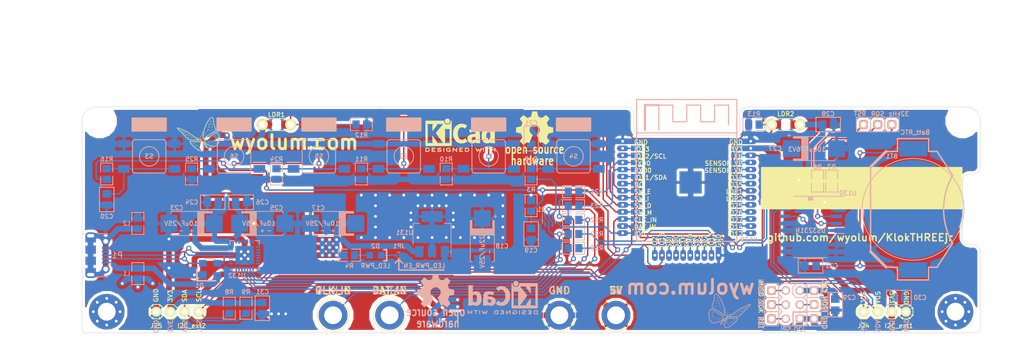
<source format=kicad_pcb>
(kicad_pcb (version 20171130) (host pcbnew 5.0.0-rc2-dev-unknown-b5f1fdd~62~ubuntu16.04.1)
  (title_block (title KlokTHREEjr) (date 2018-01-08) (rev "rev 1") (company www.wyolum.com) (comment 1 https://github.com/wyolum/KlokTHREEjr))
  (layers (0 F.Cu signal) (31 B.Cu signal) (34 B.Paste user) (35 F.Paste user) (36 B.SilkS user) (37 F.SilkS user) (38 B.Mask user) (39 F.Mask user) (44 Edge.Cuts user))
  (net 0 "")
  (net 1 GND)
  (net 2 /5V)
  (net 3 /DAT_IN)
  (net 4 /CLK_IN)
  (net 5 /LDR1)
  (net 6 /LDR2)
  (net 7 /rtc_ds3231/BAT)
  (net 8 /3V3)
  (net 9 /EN)
  (net 10 "Net-(C20-Pad1)")
  (net 11 "Net-(C21-Pad1)")
  (net 12 "Net-(D2-Pad1)")
  (net 13 "Net-(D2-Pad2)")
  (net 14 /esp_pwr_uart/USB_D+)
  (net 15 /esp_pwr_uart/USB_D-)
  (net 16 /MISO)
  (net 17 /SCK)
  (net 18 /MOSI)
  (net 19 /RST)
  (net 20 /SCL)
  (net 21 /SDA)
  (net 22 /DTR)
  (net 23 /esp_pwr_uart/RTS)
  (net 24 /IO0)
  (net 25 /rtc_ds3231/SQR)
  (net 26 /rtc_ds3231/32kHz)
  (net 27 /SW_E)
  (net 28 /SW_I)
  (net 29 /IO15)
  (net 30 /esp_pwr_uart/CTS)
  (net 31 /IO13)
  (net 32 /TXD0)
  (net 33 /esp_pwr_uart/RXD)
  (net 34 /esp_pwr_uart/TXD)
  (net 35 "Net-(R22-Pad2)")
  (net 36 /RXD0)
  (net 37 /SW_D)
  (net 38 /SW_M)
  (net 39 /rtc_ds3231/RESET)
  (net 40 /CLK)
  (net 41 /IO2)
  (net 42 /SDI)
  (net 43 /SDO)
  (net 44 /CMD)
  (net 45 /SD3)
  (net 46 /SD2)
  (net 47 /NC)
  (net 48 /IO23)
  (net 49 /IO12)
  (net 50 /IO14)
  (net 51 /IO27)
  (net 52 /IO35)
  (net 53 /IO34)
  (net 54 /SENSOR_VN)
  (net 55 /SENSOR_VP)
  (net 56 /IO26)
  (net 57 /IO25)
  (net 58 "Net-(D1-Pad4)")
  (net 59 "Net-(L2-Pad1)")
  (net 60 "Net-(P1-Pad4)")
  (net 61 /esp_pwr_uart/DCD)
  (net 62 /esp_pwr_uart/RI)
  (net 63 "Net-(U132-Pad9)")
  (net 64 "Net-(U132-Pad10)")
  (net 65 /esp_pwr_uart/ACTIVE)
  (net 66 "Net-(U132-Pad12)")
  (net 67 "Net-(U132-Pad13)")
  (net 68 "Net-(U132-Pad14)")
  (net 69 "Net-(U132-Pad15)")
  (net 70 "Net-(U132-Pad16)")
  (net 71 "Net-(U132-Pad17)")
  (net 72 "Net-(U132-Pad18)")
  (net 73 "Net-(U132-Pad19)")
  (net 74 "Net-(U132-Pad20)")
  (net 75 "Net-(U132-Pad21)")
  (net 76 "Net-(U132-Pad22)")
  (net 77 /esp_pwr_uart/DSR)
  (module k3jr_controller_libs:CR2032_SMD2 (layer B.Cu) (at 200.025 69.215 90)
    (fp_text reference BT1 (at 9.525 -3.81 180) (layer B.SilkS) (effects (font (size 0.8 0.8)) (justify mirror)))
    (fp_text value Batt_RTC (at 13.843 0.381 180) (layer B.SilkS) (effects (font (size 0.8 0.8)) (justify mirror)))
    (pad 2 smd circle (at 0 0 90) (size 17.78 17.78) (layers B.Cu B.Mask) (net 1 GND) (clearance 0.508) (thermal_gap 1.016))
    (pad 1 smd rect (at 10.922 0 90) (size 2.794 5.08) (layers B.Cu B.Paste B.Mask) (net 7 /rtc_ds3231/BAT) (clearance 0.508))
    (pad 1 smd rect (at -10.922 0 90) (size 2.794 5.08) (layers B.Cu B.Paste B.Mask) (net 7 /rtc_ds3231/BAT) (clearance 0.508))
  )
  (module k3jr_controller_libs:r_0805_ldr_2 (layer F.Cu) (at 85.725 53.975 180)
    (fp_text reference LDR1 (at 0 1.778) (layer F.SilkS) (effects (font (size 0.8 0.8))))
    (fp_text value LDR hide)
    (pad 1 thru_hole circle (at 2.54 0 180) (size 2 2) (drill 1.2) (layers *.Cu *.Mask F.SilkS) (net 8 /3V3))
    (pad 2 thru_hole circle (at -2.54 0 180) (size 2 2) (drill 1.2) (layers *.Cu *.Mask F.SilkS) (net 5 /LDR1))
    (pad 2 smd rect (at -1.5 0 180) (size 1.30048 1.4986) (layers F.Cu F.Paste F.Mask) (net 5 /LDR1))
    (pad 1 smd rect (at 1.5 0 180) (size 1.30048 1.4986) (layers F.Cu F.Paste F.Mask) (net 8 /3V3))
    (pad "" np_thru_hole circle (at 0 0 180) (size 1.27 1.27) (drill 1.27) (layers *.Cu *.Mask))
  )
  (module k3jr_controller_libs:r_0805_ldr_2 (layer F.Cu) (at 177.165 53.975)
    (fp_text reference LDR2 (at 0 -1.905 180) (layer F.SilkS) (effects (font (size 0.8 0.8))))
    (fp_text value LDR hide)
    (pad 1 thru_hole circle (at 2.54 0) (size 2 2) (drill 1.2) (layers *.Cu *.Mask F.SilkS) (net 8 /3V3))
    (pad 2 thru_hole circle (at -2.54 0) (size 2 2) (drill 1.2) (layers *.Cu *.Mask F.SilkS) (net 6 /LDR2))
    (pad 2 smd rect (at -1.5 0) (size 1.30048 1.4986) (layers F.Cu F.Paste F.Mask) (net 6 /LDR2))
    (pad 1 smd rect (at 1.5 0) (size 1.30048 1.4986) (layers F.Cu F.Paste F.Mask) (net 8 /3V3))
    (pad "" np_thru_hole circle (at 0 0) (size 1.27 1.27) (drill 1.27) (layers *.Cu *.Mask))
  )
  (module k3jr_controller_libs:SW_SMD (layer B.Cu) (at 93.345 59.69 270)
    (fp_text reference S5 (at 0 0) (layer B.SilkS) (effects (font (size 0.8 0.8)) (justify mirror)))
    (fp_text value SW-DEC hide)
    (pad 1 smd rect (at -2.25 4.55) (size 2.1 1.4) (layers B.Cu B.Paste B.Mask) (net 8 /3V3))
    (pad 3 smd rect (at -2.25 -4.55) (size 2.1 1.4) (layers B.Cu B.Paste B.Mask) (net 8 /3V3))
    (pad 4 smd rect (at 2.25 -4.55) (size 2.1 1.4) (layers B.Cu B.Paste B.Mask) (net 37 /SW_D))
    (pad 2 smd rect (at 2.25 4.55) (size 2.1 1.4) (layers B.Cu B.Paste B.Mask) (net 37 /SW_D))
  )
  (module k3jr_controller_libs:c_2917 (layer B.Cu) (at 95.885 71.755)
    (fp_text reference C17 (at -2.667 -2.794) (layer B.SilkS) (effects (font (size 0.8 0.8)) (justify mirror)))
    (fp_text value 10uF/25V (at -1.905 0) (layer B.SilkS) (effects (font (size 0.8 0.8)) (justify mirror)))
    (fp_text user + (at 0 1.27) (layer B.SilkS) (effects (font (size 0.762 0.762) (thickness 0.127)) (justify mirror)))
    (fp_text user - (at -1.905 1.27) (layer B.SilkS) (effects (font (size 0.762 0.762) (thickness 0.127)) (justify mirror)))
    (pad 2 smd rect (at -4.064 0) (size 3.048 3.048) (layers B.Cu B.Paste B.Mask) (net 1 GND))
    (pad 1 smd rect (at 4.064 0) (size 3.048 3.048) (layers B.Cu B.Paste B.Mask) (net 2 /5V))
  )
  (module k3jr_controller_libs:SOT-143 (layer B.Cu) (at 73.787 80.01 90)
    (fp_text reference D1 (at -2.921 -1.905) (layer B.SilkS) (effects (font (size 0.8 0.8)) (justify mirror)))
    (fp_text value RClamp0854P.TCT)
    (pad 4 smd rect (at -1.1 1.3 90) (size 1.2 1.4) (layers B.Cu B.Paste B.Mask) (net 58 "Net-(D1-Pad4)"))
    (pad 3 smd rect (at 1.1 1.3 90) (size 1.2 1.4) (layers B.Cu B.Paste B.Mask) (net 14 /esp_pwr_uart/USB_D+))
    (pad 2 smd rect (at 1.1 -1.3 90) (size 1.2 1.4) (layers B.Cu B.Paste B.Mask) (net 15 /esp_pwr_uart/USB_D-))
    (pad 1 smd rect (at -1 -1.3 90) (size 1.4 1.4) (layers B.Cu B.Paste B.Mask) (net 1 GND))
  )
  (module k3jr_controller_libs:USB_Micro-B_Molex-105017-0001 (layer B.Cu) (at 52.705 77.47 90)
    (fp_text reference P1 (at 0 4.445 180) (layer B.SilkS) (effects (justify mirror)))
    (fp_text value USB_micro)
    (pad 6 smd rect (at 1 -0.35 90) (size 1.5 1.9) (layers B.Cu B.Paste B.Mask) (net 59 "Net-(L2-Pad1)"))
    (pad 6 thru_hole circle (at -2.5 2.35 90) (size 1.45 1.45) (drill 0.85) (layers *.Cu *.Mask) (net 59 "Net-(L2-Pad1)"))
    (pad 2 smd rect (at -0.65 2.35 90) (size 0.4 1.35) (layers B.Cu B.Paste B.Mask) (net 15 /esp_pwr_uart/USB_D-))
    (pad 1 smd rect (at -1.3 2.35 90) (size 0.4 1.35) (layers B.Cu B.Paste B.Mask) (net 58 "Net-(D1-Pad4)"))
    (pad 5 smd rect (at 1.3 2.35 90) (size 0.4 1.35) (layers B.Cu B.Paste B.Mask) (net 1 GND))
    (pad 4 smd rect (at 0.65 2.35 90) (size 0.4 1.35) (layers B.Cu B.Paste B.Mask) (net 60 "Net-(P1-Pad4)"))
    (pad 3 smd rect (at 0 2.35 90) (size 0.4 1.35) (layers B.Cu B.Paste B.Mask) (net 14 /esp_pwr_uart/USB_D+))
    (pad 6 thru_hole circle (at 2.5 2.35 90) (size 1.45 1.45) (drill 0.85) (layers *.Cu *.Mask) (net 59 "Net-(L2-Pad1)"))
    (pad 6 smd rect (at -1 -0.35 90) (size 1.5 1.9) (layers B.Cu B.Paste B.Mask) (net 59 "Net-(L2-Pad1)"))
    (pad 6 thru_hole oval (at -3.5 -0.35 270) (size 1.2 1.9) (drill oval 0.6 1.3) (layers *.Cu *.Mask) (net 59 "Net-(L2-Pad1)"))
    (pad 6 thru_hole oval (at 3.5 -0.35 90) (size 1.2 1.9) (drill oval 0.6 1.3) (layers *.Cu *.Mask) (net 59 "Net-(L2-Pad1)"))
    (pad 6 smd rect (at 2.9 -0.35 90) (size 1.2 1.9) (layers B.Cu B.Mask) (net 59 "Net-(L2-Pad1)"))
    (pad 6 smd rect (at -2.9 -0.35 90) (size 1.2 1.9) (layers B.Cu B.Mask) (net 59 "Net-(L2-Pad1)"))
  )
  (module k3jr_controller_libs:MountingHole_3.2mm_M3_Pad_Via (layer F.Cu) (at 55.245 87.63)
    (fp_text reference HB47 hide)
    (fp_text value mtg_hole_3mm)
    (pad 1 thru_hole circle (at 1.697056 -1.697056) (size 0.8 0.8) (drill 0.5) (layers *.Cu *.Mask))
    (pad 1 thru_hole circle (at 0 -2.4) (size 0.8 0.8) (drill 0.5) (layers *.Cu *.Mask))
    (pad 1 thru_hole circle (at -1.697056 -1.697056) (size 0.8 0.8) (drill 0.5) (layers *.Cu *.Mask))
    (pad 1 thru_hole circle (at -2.4 0) (size 0.8 0.8) (drill 0.5) (layers *.Cu *.Mask))
    (pad 1 thru_hole circle (at -1.697056 1.697056) (size 0.8 0.8) (drill 0.5) (layers *.Cu *.Mask))
    (pad 1 thru_hole circle (at 0 2.4) (size 0.8 0.8) (drill 0.5) (layers *.Cu *.Mask))
    (pad 1 thru_hole circle (at 1.697056 1.697056) (size 0.8 0.8) (drill 0.5) (layers *.Cu *.Mask))
    (pad 1 thru_hole circle (at 2.4 0) (size 0.8 0.8) (drill 0.5) (layers *.Cu *.Mask))
    (pad 1 thru_hole circle (at 0 0) (size 6.4 6.4) (drill 3.2) (layers *.Cu *.Mask) (clearance 0.5))
  )
  (module k3jr_controller_libs:SW_SMD (layer B.Cu) (at 78.105 59.69 270)
    (fp_text reference S6 (at 0 0) (layer B.SilkS) (effects (font (size 0.8 0.8)) (justify mirror)))
    (fp_text value SW-MODE hide)
    (pad 1 smd rect (at -2.25 4.55) (size 2.1 1.4) (layers B.Cu B.Paste B.Mask) (net 8 /3V3))
    (pad 3 smd rect (at -2.25 -4.55) (size 2.1 1.4) (layers B.Cu B.Paste B.Mask) (net 8 /3V3))
    (pad 4 smd rect (at 2.25 -4.55) (size 2.1 1.4) (layers B.Cu B.Paste B.Mask) (net 38 /SW_M))
    (pad 2 smd rect (at 2.25 4.55) (size 2.1 1.4) (layers B.Cu B.Paste B.Mask) (net 38 /SW_M))
  )
  (module k3jr_controller_libs:c_2917 (layer B.Cu) (at 182.245 58.293 180)
    (fp_text reference C27 (at 6.985 0 180) (layer B.SilkS) (effects (font (size 0.8 0.8)) (justify mirror)))
    (fp_text value 100uF/6V3 (at 1.27 -0.127 180) (layer B.SilkS) (effects (font (size 0.8 0.8)) (justify mirror)))
    (fp_text user + (at 4.445 2.413 180) (layer B.SilkS) (effects (font (size 0.762 0.762) (thickness 0.127)) (justify mirror)))
    (fp_text user - (at -3.3655 2.921 180) (layer B.SilkS) (effects (font (size 0.762 0.762) (thickness 0.127)) (justify mirror)))
    (pad 2 smd rect (at -4.064 0 180) (size 3.048 3.048) (layers B.Cu B.Paste B.Mask) (net 1 GND))
    (pad 1 smd rect (at 4.064 0 180) (size 3.048 3.048) (layers B.Cu B.Paste B.Mask) (net 8 /3V3))
  )
  (module k3jr_controller_libs:QFN-28-1EP_5x5mm_Pitch0.5mm (layer B.Cu) (at 80.01 77.47)
    (fp_text reference U132 (at -1.397 3.683) (layer B.SilkS) (effects (font (size 0.8 0.8)) (justify mirror)))
    (fp_text value CP2102N-A01-GQFN28)
    (pad 29 thru_hole circle (at 0 0) (size 0.8 0.8) (drill 0.5) (layers *.Cu *.Mask) (net 1 GND))
    (pad 29 thru_hole circle (at -0.635 -0.635) (size 0.8 0.8) (drill 0.5) (layers *.Cu *.Mask) (net 1 GND))
    (pad 29 thru_hole circle (at 0.635 -0.635) (size 0.8 0.8) (drill 0.5) (layers *.Cu *.Mask) (net 1 GND))
    (pad 29 thru_hole circle (at 0.635 0.635) (size 0.8 0.8) (drill 0.5) (layers *.Cu *.Mask) (net 1 GND))
    (pad 29 thru_hole circle (at -0.635 0.635) (size 0.8 0.8) (drill 0.5) (layers *.Cu *.Mask) (net 1 GND))
    (pad 1 smd oval (at -2.45 1.5) (size 0.85 0.3) (layers B.Cu B.Paste B.Mask) (net 61 /esp_pwr_uart/DCD))
    (pad 2 smd oval (at -2.45 1) (size 0.85 0.3) (layers B.Cu B.Paste B.Mask) (net 62 /esp_pwr_uart/RI))
    (pad 3 smd oval (at -2.45 0.5) (size 0.85 0.3) (layers B.Cu B.Paste B.Mask) (net 1 GND))
    (pad 4 smd oval (at -2.45 0) (size 0.85 0.3) (layers B.Cu B.Paste B.Mask) (net 14 /esp_pwr_uart/USB_D+))
    (pad 5 smd oval (at -2.45 -0.5) (size 0.85 0.3) (layers B.Cu B.Paste B.Mask) (net 15 /esp_pwr_uart/USB_D-))
    (pad 6 smd oval (at -2.45 -1) (size 0.85 0.3) (layers B.Cu B.Paste B.Mask) (net 8 /3V3))
    (pad 7 smd oval (at -2.45 -1.5) (size 0.85 0.3) (layers B.Cu B.Paste B.Mask) (net 8 /3V3))
    (pad 8 smd oval (at -1.5 -2.45 270) (size 0.85 0.3) (layers B.Cu B.Paste B.Mask) (net 2 /5V))
    (pad 9 smd oval (at -1 -2.45 270) (size 0.85 0.3) (layers B.Cu B.Paste B.Mask) (net 63 "Net-(U132-Pad9)"))
    (pad 10 smd oval (at -0.5 -2.45 270) (size 0.85 0.3) (layers B.Cu B.Paste B.Mask) (net 64 "Net-(U132-Pad10)"))
    (pad 11 smd oval (at 0 -2.45 270) (size 0.85 0.3) (layers B.Cu B.Paste B.Mask) (net 65 /esp_pwr_uart/ACTIVE))
    (pad 12 smd oval (at 0.5 -2.45 270) (size 0.85 0.3) (layers B.Cu B.Paste B.Mask) (net 66 "Net-(U132-Pad12)"))
    (pad 13 smd oval (at 1 -2.45 270) (size 0.85 0.3) (layers B.Cu B.Paste B.Mask) (net 67 "Net-(U132-Pad13)"))
    (pad 14 smd oval (at 1.5 -2.45 270) (size 0.85 0.3) (layers B.Cu B.Paste B.Mask) (net 68 "Net-(U132-Pad14)"))
    (pad 15 smd oval (at 2.45 -1.5) (size 0.85 0.3) (layers B.Cu B.Paste B.Mask) (net 69 "Net-(U132-Pad15)"))
    (pad 16 smd oval (at 2.45 -1) (size 0.85 0.3) (layers B.Cu B.Paste B.Mask) (net 70 "Net-(U132-Pad16)"))
    (pad 17 smd oval (at 2.45 -0.5) (size 0.85 0.3) (layers B.Cu B.Paste B.Mask) (net 71 "Net-(U132-Pad17)"))
    (pad 18 smd oval (at 2.45 0) (size 0.85 0.3) (layers B.Cu B.Paste B.Mask) (net 72 "Net-(U132-Pad18)"))
    (pad 19 smd oval (at 2.45 0.5) (size 0.85 0.3) (layers B.Cu B.Paste B.Mask) (net 73 "Net-(U132-Pad19)"))
    (pad 20 smd oval (at 2.45 1) (size 0.85 0.3) (layers B.Cu B.Paste B.Mask) (net 74 "Net-(U132-Pad20)"))
    (pad 21 smd oval (at 2.45 1.5) (size 0.85 0.3) (layers B.Cu B.Paste B.Mask) (net 75 "Net-(U132-Pad21)"))
    (pad 22 smd oval (at 1.5 2.45 270) (size 0.85 0.3) (layers B.Cu B.Paste B.Mask) (net 76 "Net-(U132-Pad22)"))
    (pad 23 smd oval (at 1 2.45 270) (size 0.85 0.3) (layers B.Cu B.Paste B.Mask) (net 30 /esp_pwr_uart/CTS))
    (pad 24 smd oval (at 0.5 2.45 270) (size 0.85 0.3) (layers B.Cu B.Paste B.Mask) (net 23 /esp_pwr_uart/RTS))
    (pad 25 smd oval (at 0 2.45 270) (size 0.85 0.3) (layers B.Cu B.Paste B.Mask) (net 33 /esp_pwr_uart/RXD))
    (pad 26 smd oval (at -0.5 2.45 270) (size 0.85 0.3) (layers B.Cu B.Paste B.Mask) (net 35 "Net-(R22-Pad2)"))
    (pad 27 smd oval (at -1 2.45 270) (size 0.85 0.3) (layers B.Cu B.Paste B.Mask) (net 77 /esp_pwr_uart/DSR))
    (pad 28 smd oval (at -1.5 2.45 270) (size 0.85 0.3) (layers B.Cu B.Paste B.Mask) (net 22 /DTR))
    (pad 29 smd rect (at 0.8375 -0.8375) (size 1.675 1.675) (layers B.Cu B.Paste B.Mask) (net 1 GND))
    (pad 29 smd rect (at 0.8375 0.8375) (size 1.675 1.675) (layers B.Cu B.Paste B.Mask) (net 1 GND))
    (pad 29 smd rect (at -0.8375 -0.8375) (size 1.675 1.675) (layers B.Cu B.Paste B.Mask) (net 1 GND))
    (pad 29 smd rect (at -0.8375 0.8375) (size 1.675 1.675) (layers B.Cu B.Paste B.Mask) (net 1 GND))
  )
  (module k3jr_controller_libs:r_0805 (layer B.Cu) (at 70.485 62.865 90)
    (fp_text reference R25 (at 2.667 0 180) (layer B.SilkS) (effects (font (size 0.8 0.8)) (justify mirror)))
    (fp_text value 10k hide)
    (pad 1 smd rect (at 0.9525 0 90) (size 1.30048 1.4986) (layers B.Cu B.Paste B.Mask) (net 38 /SW_M))
    (pad 2 smd rect (at -0.9525 0 90) (size 1.30048 1.4986) (layers B.Cu B.Paste B.Mask) (net 1 GND))
  )
  (module k3jr_controller_libs:r_0805 (layer B.Cu) (at 85.725 62.865 90)
    (fp_text reference R24 (at 2.667 0 180) (layer B.SilkS) (effects (font (size 0.8 0.8)) (justify mirror)))
    (fp_text value 10k hide)
    (pad 1 smd rect (at 0.9525 0 90) (size 1.30048 1.4986) (layers B.Cu B.Paste B.Mask) (net 37 /SW_D))
    (pad 2 smd rect (at -0.9525 0 90) (size 1.30048 1.4986) (layers B.Cu B.Paste B.Mask) (net 1 GND))
  )
  (module k3jr_controller_libs:c_0805 (layer B.Cu) (at 83.185 86.995 180)
    (fp_text reference C31 (at 0 2.921 180) (layer B.SilkS) (effects (font (size 0.8 0.8)) (justify mirror)))
    (fp_text value 100nF hide)
    (pad 2 smd rect (at 0 -1 90) (size 1.35 1.55) (layers B.Cu B.Paste B.Mask) (net 1 GND))
    (pad 1 smd rect (at 0 1 90) (size 1.35 1.55) (layers B.Cu B.Paste B.Mask) (net 8 /3V3))
  )
  (module k3jr_controller_libs:SW_SMD (layer B.Cu) (at 139.065 59.69 90)
    (fp_text reference S4 (at 0 0 180) (layer B.SilkS) (effects (font (size 0.8 0.8)) (justify mirror)))
    (fp_text value SW-BOOT hide)
    (pad 1 smd rect (at -2.25 4.55 180) (size 2.1 1.4) (layers B.Cu B.Paste B.Mask) (net 11 "Net-(C21-Pad1)"))
    (pad 3 smd rect (at -2.25 -4.55 180) (size 2.1 1.4) (layers B.Cu B.Paste B.Mask) (net 11 "Net-(C21-Pad1)"))
    (pad 4 smd rect (at 2.25 -4.55 180) (size 2.1 1.4) (layers B.Cu B.Paste B.Mask) (net 1 GND))
    (pad 2 smd rect (at 2.25 4.55 180) (size 2.1 1.4) (layers B.Cu B.Paste B.Mask) (net 1 GND))
  )
  (module k3jr_controller_libs:MountingHole_3.2mm_M3 (layer F.Cu) (at 53.975 53.34)
    (fp_text reference HB45 hide)
    (fp_text value mtg_hole_3mm_small)
    (pad "" np_thru_hole circle (at 0 0) (size 3.2 3.2) (drill 3.2) (layers *.Cu *.Mask) (clearance 1.5))
  )
  (module k3jr_controller_libs:MountingHole_3.2mm_M3 (layer F.Cu) (at 208.915 53.34)
    (fp_text reference HB46 hide)
    (fp_text value mtg_hole_3mm_small)
    (pad "" np_thru_hole circle (at 0 0) (size 3.2 3.2) (drill 3.2) (layers *.Cu *.Mask) (clearance 1.5))
  )
  (module k3jr_controller_libs:Logo-WL3 (layer F.Cu) (at 66.675 52.07)
    (fp_text reference G1 hide)
    (fp_text value LOGO_WL hide)
  )
  (module k3jr_controller_libs:c_2917 (layer B.Cu) (at 122.682 74.93 90)
    (fp_text reference C18 (at -0.889 3.556 180) (layer B.SilkS) (effects (font (size 0.8 0.8)) (justify mirror)))
    (fp_text value 22uF/25V (at -1.905 0 90) (layer B.SilkS) (effects (font (size 0.8 0.8)) (justify mirror)))
    (fp_text user + (at 4.445 2.286 90) (layer B.SilkS) (effects (font (size 0.762 0.762) (thickness 0.127)) (justify mirror)))
    (fp_text user - (at -1.905 1.27 90) (layer B.SilkS) (effects (font (size 0.762 0.762) (thickness 0.127)) (justify mirror)))
    (pad 2 smd rect (at -4.064 0 90) (size 3.048 3.048) (layers B.Cu B.Paste B.Mask) (net 1 GND))
    (pad 1 smd rect (at 4.064 0 90) (size 3.048 3.048) (layers B.Cu B.Paste B.Mask) (net 8 /3V3))
  )
  (module k3jr_controller_libs:c_0805 (layer B.Cu) (at 181.61 79.375 90)
    (fp_text reference C22 (at 0 3.81) (layer B.SilkS) (effects (font (size 0.8 0.8)) (justify mirror)))
    (fp_text value 100nF hide)
    (pad 1 smd rect (at 0 1) (size 1.35 1.55) (layers B.Cu B.Paste B.Mask) (net 7 /rtc_ds3231/BAT))
    (pad 2 smd rect (at 0 -1) (size 1.35 1.55) (layers B.Cu B.Paste B.Mask) (net 1 GND))
  )
  (module k3jr_controller_libs:r_0805 (layer B.Cu) (at 100.965 62.865 90)
    (fp_text reference R11 (at 2.667 0 180) (layer B.SilkS) (effects (font (size 0.8 0.8)) (justify mirror)))
    (fp_text value 10k hide)
    (pad 1 smd rect (at 0.9525 0 90) (size 1.30048 1.4986) (layers B.Cu B.Paste B.Mask) (net 28 /SW_I))
    (pad 2 smd rect (at -0.9525 0 90) (size 1.30048 1.4986) (layers B.Cu B.Paste B.Mask) (net 1 GND))
  )
  (module k3jr_controller_libs:r_0805 (layer B.Cu) (at 116.205 62.865 90)
    (fp_text reference R10 (at 2.667 0 180) (layer B.SilkS) (effects (font (size 0.8 0.8)) (justify mirror)))
    (fp_text value 10k hide)
    (pad 1 smd rect (at 0.9525 0 90) (size 1.30048 1.4986) (layers B.Cu B.Paste B.Mask) (net 27 /SW_E))
    (pad 2 smd rect (at -0.9525 0 90) (size 1.30048 1.4986) (layers B.Cu B.Paste B.Mask) (net 1 GND))
  )
  (module k3jr_controller_libs:r_0805 (layer B.Cu) (at 80.25 87 90)
    (fp_text reference R9 (at 2.926 0.014 180) (layer B.SilkS) (effects (font (size 0.8 0.8)) (justify mirror)))
    (fp_text value 4K7 hide)
    (pad 1 smd rect (at 0.9525 0 90) (size 1.30048 1.4986) (layers B.Cu B.Paste B.Mask) (net 8 /3V3))
    (pad 2 smd rect (at -0.9525 0 90) (size 1.30048 1.4986) (layers B.Cu B.Paste B.Mask) (net 21 /SDA))
  )
  (module k3jr_controller_libs:SOT-223-3_TabPin2 (layer B.Cu) (at 113.665 73.66 90)
    (fp_text reference U131 (at 0.254 -4.953 180) (layer B.SilkS) (effects (font (size 0.8 0.8)) (justify mirror)))
    (fp_text value 1117-33)
    (pad 1 smd rect (at -3.15 2.3 90) (size 2 1.5) (layers B.Cu B.Paste B.Mask) (net 1 GND))
    (pad 3 smd rect (at -3.15 -2.3 90) (size 2 1.5) (layers B.Cu B.Paste B.Mask) (net 2 /5V))
    (pad 2 smd rect (at -3.15 0 90) (size 2 1.5) (layers B.Cu B.Paste B.Mask) (net 8 /3V3))
    (pad 2 smd rect (at 3.15 0 90) (size 2 3.8) (layers B.Cu B.Paste B.Mask) (net 8 /3V3))
  )
  (module k3jr_controller_libs:r_0805 (layer B.Cu) (at 139.065 68.58)
    (fp_text reference R23 (at 4.191 0) (layer B.SilkS) (effects (font (size 0.8 0.8)) (justify mirror)))
    (fp_text value 0R hide)
    (pad 1 smd rect (at 0.9525 0) (size 1.30048 1.4986) (layers B.Cu B.Paste B.Mask) (net 36 /RXD0))
    (pad 2 smd rect (at -0.9525 0) (size 1.30048 1.4986) (layers B.Cu B.Paste B.Mask) (net 34 /esp_pwr_uart/TXD))
  )
  (module k3jr_controller_libs:r_0805 (layer B.Cu) (at 139.065 71.12 180)
    (fp_text reference R22 (at -4.191 0 180) (layer B.SilkS) (effects (font (size 0.8 0.8)) (justify mirror)))
    (fp_text value 470R hide)
    (pad 1 smd rect (at 0.9525 0 180) (size 1.30048 1.4986) (layers B.Cu B.Paste B.Mask) (net 34 /esp_pwr_uart/TXD))
    (pad 2 smd rect (at -0.9525 0 180) (size 1.30048 1.4986) (layers B.Cu B.Paste B.Mask) (net 35 "Net-(R22-Pad2)"))
  )
  (module k3jr_controller_libs:r_0805 (layer B.Cu) (at 139.065 73.66)
    (fp_text reference R20 (at 4.191 0) (layer B.SilkS) (effects (font (size 0.8 0.8)) (justify mirror)))
    (fp_text value "0R NC" hide)
    (pad 1 smd rect (at 0.9525 0) (size 1.30048 1.4986) (layers B.Cu B.Paste B.Mask) (net 31 /IO13))
    (pad 2 smd rect (at -0.9525 0) (size 1.30048 1.4986) (layers B.Cu B.Paste B.Mask) (net 23 /esp_pwr_uart/RTS))
  )
  (module k3jr_controller_libs:r_0805 (layer B.Cu) (at 139.065 76.2)
    (fp_text reference R19 (at 4.191 0) (layer B.SilkS) (effects (font (size 0.8 0.8)) (justify mirror)))
    (fp_text value "0R NC" hide)
    (pad 1 smd rect (at 0.9525 0) (size 1.30048 1.4986) (layers B.Cu B.Paste B.Mask) (net 29 /IO15))
    (pad 2 smd rect (at -0.9525 0) (size 1.30048 1.4986) (layers B.Cu B.Paste B.Mask) (net 30 /esp_pwr_uart/CTS))
  )
  (module k3jr_controller_libs:r_0805 (layer B.Cu) (at 131.445 62.865 270)
    (fp_text reference R18 (at -2.667 0) (layer B.SilkS) (effects (font (size 0.8 0.8)) (justify mirror)))
    (fp_text value 470R hide)
    (pad 1 smd rect (at 0.9525 0 270) (size 1.30048 1.4986) (layers B.Cu B.Paste B.Mask) (net 24 /IO0))
    (pad 2 smd rect (at -0.9525 0 270) (size 1.30048 1.4986) (layers B.Cu B.Paste B.Mask) (net 11 "Net-(C21-Pad1)"))
  )
  (module k3jr_controller_libs:r_0805 (layer B.Cu) (at 55.245 62.865 270)
    (fp_text reference R16 (at -2.667 0) (layer B.SilkS) (effects (font (size 0.8 0.8)) (justify mirror)))
    (fp_text value 470R hide)
    (pad 1 smd rect (at 0.9525 0 270) (size 1.30048 1.4986) (layers B.Cu B.Paste B.Mask) (net 9 /EN))
    (pad 2 smd rect (at -0.9525 0 270) (size 1.30048 1.4986) (layers B.Cu B.Paste B.Mask) (net 10 "Net-(C20-Pad1)"))
  )
  (module k3jr_controller_libs:r_0805 (layer B.Cu) (at 98.806 77.47 180)
    (fp_text reference R4 (at 0 -1.905) (layer B.SilkS) (effects (font (size 0.8 0.8)) (justify mirror)))
    (fp_text value 1k hide)
    (pad 1 smd rect (at 0.9525 0 180) (size 1.30048 1.4986) (layers B.Cu B.Paste B.Mask) (net 2 /5V))
    (pad 2 smd rect (at -0.9525 0 180) (size 1.30048 1.4986) (layers B.Cu B.Paste B.Mask) (net 12 "Net-(D2-Pad1)"))
  )
  (module k3jr_controller_libs:r_0805 (layer B.Cu) (at 131.445 68.58 90)
    (fp_text reference R3 (at 2.921 0 180) (layer B.SilkS) (effects (font (size 0.8 0.8)) (justify mirror)))
    (fp_text value 10k hide)
    (pad 1 smd rect (at 0.9525 0 90) (size 1.30048 1.4986) (layers B.Cu B.Paste B.Mask) (net 8 /3V3))
    (pad 2 smd rect (at -0.9525 0 90) (size 1.30048 1.4986) (layers B.Cu B.Paste B.Mask) (net 9 /EN))
  )
  (module k3jr_controller_libs:SOT-363_SC-70-6 (layer B.Cu) (at 134.62 71.12 270)
    (fp_text reference Q1 (at -1.905 1.27) (layer B.SilkS) (effects (font (size 0.8 0.8)) (justify mirror)))
    (fp_text value DDC114TU)
    (pad 6 smd rect (at 0.95 0.65 270) (size 0.65 0.4) (layers B.Cu B.Paste B.Mask) (net 9 /EN))
    (pad 4 smd rect (at 0.95 -0.65 270) (size 0.65 0.4) (layers B.Cu B.Paste B.Mask) (net 22 /DTR))
    (pad 2 smd rect (at -0.95 0 270) (size 0.65 0.4) (layers B.Cu B.Paste B.Mask) (net 22 /DTR))
    (pad 5 smd rect (at 0.95 0 270) (size 0.65 0.4) (layers B.Cu B.Paste B.Mask) (net 23 /esp_pwr_uart/RTS))
    (pad 3 smd rect (at -0.95 -0.65 270) (size 0.65 0.4) (layers B.Cu B.Paste B.Mask) (net 24 /IO0))
    (pad 1 smd rect (at -0.95 0.65 270) (size 0.65 0.4) (layers B.Cu B.Paste B.Mask) (net 23 /esp_pwr_uart/RTS))
  )
  (module k3jr_controller_libs:c_0805 (layer B.Cu) (at 184.785 53.975 270)
    (fp_text reference C28 (at -1.905 0) (layer B.SilkS) (effects (font (size 0.8 0.8)) (justify mirror)))
    (fp_text value 1uF/10V hide)
    (pad 1 smd rect (at 0 1 180) (size 1.35 1.55) (layers B.Cu B.Paste B.Mask) (net 8 /3V3))
    (pad 2 smd rect (at 0 -1 180) (size 1.35 1.55) (layers B.Cu B.Paste B.Mask) (net 1 GND))
  )
  (module k3jr_controller_libs:c_0805 (layer B.Cu) (at 79.375 67.945 270)
    (fp_text reference C26 (at 0 -3.81 180) (layer B.SilkS) (effects (font (size 0.8 0.8)) (justify mirror)))
    (fp_text value 100nF hide)
    (pad 1 smd rect (at 0 1 180) (size 1.35 1.55) (layers B.Cu B.Paste B.Mask) (net 2 /5V))
    (pad 2 smd rect (at 0 -1 180) (size 1.35 1.55) (layers B.Cu B.Paste B.Mask) (net 1 GND))
  )
  (module k3jr_controller_libs:c_2917 (layer B.Cu) (at 83.185 71.755 180)
    (fp_text reference C25 (at -2.54 2.794 180) (layer B.SilkS) (effects (font (size 0.8 0.8)) (justify mirror)))
    (fp_text value 10uF/25V (at 0.635 0 180) (layer B.SilkS) (effects (font (size 0.8 0.8)) (justify mirror)))
    (fp_text user + (at 0 -1.27 180) (layer B.SilkS) (effects (font (size 0.762 0.762) (thickness 0.127)) (justify mirror)))
    (fp_text user - (at -1.27 -1.27 180) (layer B.SilkS) (effects (font (size 0.762 0.762) (thickness 0.127)) (justify mirror)))
    (pad 2 smd rect (at -4.064 0 180) (size 3.048 3.048) (layers B.Cu B.Paste B.Mask) (net 1 GND))
    (pad 1 smd rect (at 4.064 0 180) (size 3.048 3.048) (layers B.Cu B.Paste B.Mask) (net 2 /5V))
  )
  (module k3jr_controller_libs:c_0805 (layer B.Cu) (at 74.295 67.945 90)
    (fp_text reference C24 (at 0 -3.81) (layer B.SilkS) (effects (font (size 0.8 0.8)) (justify mirror)))
    (fp_text value 100nF hide)
    (pad 1 smd rect (at 0 1) (size 1.35 1.55) (layers B.Cu B.Paste B.Mask) (net 8 /3V3))
    (pad 2 smd rect (at 0 -1) (size 1.35 1.55) (layers B.Cu B.Paste B.Mask) (net 1 GND))
  )
  (module k3jr_controller_libs:c_2917 (layer B.Cu) (at 70.485 71.755)
    (fp_text reference C23 (at -2.667 -2.794) (layer B.SilkS) (effects (font (size 0.8 0.8)) (justify mirror)))
    (fp_text value 10uF/25V (at -1.905 0) (layer B.SilkS) (effects (font (size 0.8 0.8)) (justify mirror)))
    (fp_text user + (at 0 1.27) (layer B.SilkS) (effects (font (size 0.762 0.762) (thickness 0.127)) (justify mirror)))
    (fp_text user - (at -1.905 1.27) (layer B.SilkS) (effects (font (size 0.762 0.762) (thickness 0.127)) (justify mirror)))
    (pad 2 smd rect (at -4.064 0) (size 3.048 3.048) (layers B.Cu B.Paste B.Mask) (net 1 GND))
    (pad 1 smd rect (at 4.064 0) (size 3.048 3.048) (layers B.Cu B.Paste B.Mask) (net 8 /3V3))
  )
  (module k3jr_controller_libs:c_0805 (layer B.Cu) (at 131.445 56.515)
    (fp_text reference C21 (at 0 -2.794) (layer B.SilkS) (effects (font (size 0.8 0.8)) (justify mirror)))
    (fp_text value 1nF hide)
    (pad 1 smd rect (at 0 1 270) (size 1.35 1.55) (layers B.Cu B.Paste B.Mask) (net 11 "Net-(C21-Pad1)"))
    (pad 2 smd rect (at 0 -1 270) (size 1.35 1.55) (layers B.Cu B.Paste B.Mask) (net 1 GND))
  )
  (module k3jr_controller_libs:c_0805 (layer B.Cu) (at 55.245 67.437 180)
    (fp_text reference C20 (at 0 -3.048 180) (layer B.SilkS) (effects (font (size 0.8 0.8)) (justify mirror)))
    (fp_text value 1nF hide)
    (pad 1 smd rect (at 0 1 90) (size 1.35 1.55) (layers B.Cu B.Paste B.Mask) (net 10 "Net-(C20-Pad1)"))
    (pad 2 smd rect (at 0 -1 90) (size 1.35 1.55) (layers B.Cu B.Paste B.Mask) (net 1 GND))
  )
  (module k3jr_controller_libs:r_0805 (layer B.Cu) (at 77.25 87 90)
    (fp_text reference R8 (at 2.926 0 180) (layer B.SilkS) (effects (font (size 0.8 0.8)) (justify mirror)))
    (fp_text value 4K7 hide)
    (pad 1 smd rect (at 0.9525 0 90) (size 1.30048 1.4986) (layers B.Cu B.Paste B.Mask) (net 8 /3V3))
    (pad 2 smd rect (at -0.9525 0 90) (size 1.30048 1.4986) (layers B.Cu B.Paste B.Mask) (net 20 /SCL))
  )
  (module k3jr_controller_libs:r_0805 (layer B.Cu) (at 185.42 64.135 90)
    (fp_text reference R7 (at 2.54 0 180) (layer B.SilkS) (effects (font (size 0.8 0.8)) (justify mirror)))
    (fp_text value 10k hide)
    (pad 1 smd rect (at 0.9525 0 90) (size 1.30048 1.4986) (layers B.Cu B.Paste B.Mask) (net 8 /3V3))
    (pad 2 smd rect (at -0.9525 0 90) (size 1.30048 1.4986) (layers B.Cu B.Paste B.Mask) (net 26 /rtc_ds3231/32kHz))
  )
  (module k3jr_controller_libs:r_0805 (layer B.Cu) (at 182.88 64.135 90)
    (fp_text reference R6 (at 2.54 0 180) (layer B.SilkS) (effects (font (size 0.8 0.8)) (justify mirror)))
    (fp_text value 10k hide)
    (pad 1 smd rect (at 0.9525 0 90) (size 1.30048 1.4986) (layers B.Cu B.Paste B.Mask) (net 8 /3V3))
    (pad 2 smd rect (at -0.9525 0 90) (size 1.30048 1.4986) (layers B.Cu B.Paste B.Mask) (net 25 /rtc_ds3231/SQR))
  )
  (module k3jr_controller_libs:BreakOutPad (layer B.Cu) (at 191.135 53.975)
    (fp_text reference TP1 hide)
    (fp_text value ~RST (at -0.635 -1.905) (layer B.SilkS) (effects (font (size 0.8 0.8)) (justify mirror)))
    (pad 1 thru_hole roundrect (at 0 0) (size 1.6 1.6) (drill 1.02) (layers *.Cu *.Mask B.SilkS) (net 39 /rtc_ds3231/RESET))
  )
  (module k3jr_controller_libs:SW_SMD (layer B.Cu) (at 108.585 59.69 270)
    (fp_text reference S2 (at 0 0) (layer B.SilkS) (effects (font (size 0.8 0.8)) (justify mirror)))
    (fp_text value SW-INC hide)
    (pad 1 smd rect (at -2.25 4.55) (size 2.1 1.4) (layers B.Cu B.Paste B.Mask) (net 8 /3V3))
    (pad 3 smd rect (at -2.25 -4.55) (size 2.1 1.4) (layers B.Cu B.Paste B.Mask) (net 8 /3V3))
    (pad 4 smd rect (at 2.25 -4.55) (size 2.1 1.4) (layers B.Cu B.Paste B.Mask) (net 28 /SW_I))
    (pad 2 smd rect (at 2.25 4.55) (size 2.1 1.4) (layers B.Cu B.Paste B.Mask) (net 28 /SW_I))
  )
  (module k3jr_controller_libs:MountingHole_3.2mm_M3_Pad_Via (layer F.Cu) (at 207.645 87.63)
    (fp_text reference HB48 hide)
    (fp_text value mtg_hole_3mm)
    (pad 1 thru_hole circle (at 1.697056 -1.697056) (size 0.8 0.8) (drill 0.5) (layers *.Cu *.Mask))
    (pad 1 thru_hole circle (at 0 -2.4) (size 0.8 0.8) (drill 0.5) (layers *.Cu *.Mask))
    (pad 1 thru_hole circle (at -1.697056 -1.697056) (size 0.8 0.8) (drill 0.5) (layers *.Cu *.Mask))
    (pad 1 thru_hole circle (at -2.4 0) (size 0.8 0.8) (drill 0.5) (layers *.Cu *.Mask))
    (pad 1 thru_hole circle (at -1.697056 1.697056) (size 0.8 0.8) (drill 0.5) (layers *.Cu *.Mask))
    (pad 1 thru_hole circle (at 0 2.4) (size 0.8 0.8) (drill 0.5) (layers *.Cu *.Mask))
    (pad 1 thru_hole circle (at 1.697056 1.697056) (size 0.8 0.8) (drill 0.5) (layers *.Cu *.Mask))
    (pad 1 thru_hole circle (at 2.4 0) (size 0.8 0.8) (drill 0.5) (layers *.Cu *.Mask))
    (pad 1 thru_hole circle (at 0 0) (size 6.4 6.4) (drill 3.2) (layers *.Cu *.Mask) (clearance 0.5))
  )
  (module k3jr_controller_libs:DS3231 (layer B.Cu) (at 181.61 72.39 270)
    (fp_text reference U130 (at -6.096 -6.731) (layer B.SilkS) (effects (font (size 0.8 0.8)) (justify mirror)))
    (fp_text value DS3231N (at 0.635 0 180) (layer B.SilkS) (effects (font (size 0.8 0.8)) (justify mirror)))
    (pad 16 smd rect (at -4.445 4.65074 270) (size 0.59944 1.99898) (layers B.Cu B.Paste B.Mask) (net 20 /SCL))
    (pad 15 smd rect (at -3.175 4.65074 270) (size 0.59944 1.99898) (layers B.Cu B.Paste B.Mask) (net 21 /SDA))
    (pad 14 smd rect (at -1.905 4.65074 270) (size 0.59944 1.99898) (layers B.Cu B.Paste B.Mask) (net 7 /rtc_ds3231/BAT))
    (pad 13 smd rect (at -0.635 4.65074 270) (size 0.59944 1.99898) (layers B.Cu B.Paste B.Mask) (net 1 GND))
    (pad 12 smd rect (at 0.635 4.65074 270) (size 0.59944 1.99898) (layers B.Cu B.Paste B.Mask) (net 1 GND))
    (pad 11 smd rect (at 1.905 4.65074 270) (size 0.59944 1.99898) (layers B.Cu B.Paste B.Mask) (net 1 GND))
    (pad 10 smd rect (at 3.175 4.65074 270) (size 0.59944 1.99898) (layers B.Cu B.Paste B.Mask) (net 1 GND))
    (pad 9 smd rect (at 4.445 4.65074 270) (size 0.59944 1.99898) (layers B.Cu B.Paste B.Mask) (net 1 GND))
    (pad 8 smd rect (at 4.445 -4.65074 270) (size 0.59944 1.99898) (layers B.Cu B.Paste B.Mask) (net 1 GND))
    (pad 7 smd rect (at 3.175 -4.65074 270) (size 0.59944 1.99898) (layers B.Cu B.Paste B.Mask) (net 1 GND))
    (pad 6 smd rect (at 1.905 -4.65074 270) (size 0.59944 1.99898) (layers B.Cu B.Paste B.Mask) (net 1 GND))
    (pad 5 smd rect (at 0.635 -4.65074 270) (size 0.59944 1.99898) (layers B.Cu B.Paste B.Mask) (net 1 GND))
    (pad 4 smd rect (at -0.635 -4.65074 270) (size 0.59944 1.99898) (layers B.Cu B.Paste B.Mask) (net 39 /rtc_ds3231/RESET))
    (pad 3 smd rect (at -1.905 -4.65074 270) (size 0.59944 1.99898) (layers B.Cu B.Paste B.Mask) (net 25 /rtc_ds3231/SQR))
    (pad 2 smd rect (at -3.175 -4.65074 270) (size 0.59944 1.99898) (layers B.Cu B.Paste B.Mask) (net 8 /3V3))
    (pad 1 smd rect (at -4.445 -4.65074 270) (size 0.59944 1.99898) (layers B.Cu B.Paste B.Mask) (net 26 /rtc_ds3231/32kHz))
  )
  (module k3jr_controller_libs:SW_SMD (layer B.Cu) (at 62.865 59.69 90)
    (fp_text reference S3 (at 0 0 180) (layer B.SilkS) (effects (font (size 0.8 0.8)) (justify mirror)))
    (fp_text value SW-EN hide)
    (pad 1 smd rect (at -2.25 4.55 180) (size 2.1 1.4) (layers B.Cu B.Paste B.Mask) (net 10 "Net-(C20-Pad1)"))
    (pad 3 smd rect (at -2.25 -4.55 180) (size 2.1 1.4) (layers B.Cu B.Paste B.Mask) (net 10 "Net-(C20-Pad1)"))
    (pad 4 smd rect (at 2.25 -4.55 180) (size 2.1 1.4) (layers B.Cu B.Paste B.Mask) (net 1 GND))
    (pad 2 smd rect (at 2.25 4.55 180) (size 2.1 1.4) (layers B.Cu B.Paste B.Mask) (net 1 GND))
  )
  (module k3jr_controller_libs:1pin (layer F.Cu) (at 136.525 88.265)
    (fp_text reference J8 hide)
    (fp_text value GND hide)
    (pad 1 thru_hole circle (at 0 0) (size 5.2 5.2) (drill 3.2) (layers *.Cu *.Mask) (net 1 GND))
  )
  (module k3jr_controller_libs:1pin (layer F.Cu) (at 146.685 88.265)
    (fp_text reference J7 hide)
    (fp_text value 5V hide)
    (pad 1 thru_hole circle (at 0 0) (size 5.2 5.2) (drill 3.2) (layers *.Cu *.Mask) (net 2 /5V))
  )
  (module k3jr_controller_libs:BreakOutPad (layer B.Cu) (at 182.245 88.9 90)
    (fp_text reference J23 hide)
    (fp_text value GND (at -0.635 1.905 90) (layer B.SilkS) (effects (font (size 0.8 0.8)) (justify mirror)))
    (pad 1 thru_hole roundrect (at 0 0 90) (size 1.6 1.6) (drill 1.02) (layers *.Cu *.Mask B.SilkS) (net 1 GND))
  )
  (module k3jr_controller_libs:BreakOutPad (layer B.Cu) (at 174.625 88.9 90)
    (fp_text reference J22 hide)
    (fp_text value RST (at -0.635 -1.905 90) (layer B.SilkS) (effects (font (size 0.8 0.8)) (justify mirror)))
    (pad 1 thru_hole roundrect (at 0 0 90) (size 1.6 1.6) (drill 1.02) (layers *.Cu *.Mask B.SilkS) (net 19 /RST))
  )
  (module k3jr_controller_libs:BreakOutPad (layer B.Cu) (at 182.245 86.36 90)
    (fp_text reference J21 hide)
    (fp_text value MOSI (at 0 1.905 90) (layer B.SilkS) (effects (font (size 0.8 0.8)) (justify mirror)))
    (pad 1 thru_hole roundrect (at 0 0 90) (size 1.6 1.6) (drill 1.02) (layers *.Cu *.Mask B.SilkS) (net 18 /MOSI))
  )
  (module k3jr_controller_libs:Header_ISP (layer B.Cu) (at 178.435 86.36 90)
    (fp_text reference J20 (at -4.445 1.27 180) (layer B.SilkS) (effects (font (size 0.8 0.8)) (justify mirror)))
    (fp_text value SPI (at -4.445 -1.27 180) (layer B.SilkS) (effects (font (size 0.8 0.8)) (justify mirror)))
    (pad 2 thru_hole circle (at 2.54 1.27 90) (size 1.524 1.524) (drill 1.016) (layers *.Cu *.Mask B.SilkS) (net 8 /3V3))
    (pad 1 thru_hole circle (at 2.54 -1.27 90) (size 1.524 1.524) (drill 1.016) (layers *.Cu *.Mask B.SilkS) (net 16 /MISO))
    (pad 4 thru_hole circle (at 0 1.27 90) (size 1.524 1.524) (drill 1.016) (layers *.Cu *.Mask B.SilkS) (net 18 /MOSI))
    (pad 3 thru_hole circle (at 0 -1.27 90) (size 1.524 1.524) (drill 1.016) (layers *.Cu *.Mask B.SilkS) (net 17 /SCK))
    (pad 6 thru_hole rect (at -2.54 1.27 90) (size 1.524 1.524) (drill 1.016) (layers *.Cu *.Mask B.SilkS) (net 1 GND))
    (pad 5 thru_hole circle (at -2.54 -1.27 90) (size 1.524 1.524) (drill 1.016) (layers *.Cu *.Mask B.SilkS) (net 19 /RST))
  )
  (module k3jr_controller_libs:BreakOutPad (layer B.Cu) (at 174.625 86.36 90)
    (fp_text reference J19 hide)
    (fp_text value SCK (at 0 -1.905 90) (layer B.SilkS) (effects (font (size 0.8 0.8)) (justify mirror)))
    (pad 1 thru_hole roundrect (at 0 0 90) (size 1.6 1.6) (drill 1.02) (layers *.Cu *.Mask B.SilkS) (net 17 /SCK))
  )
  (module k3jr_controller_libs:BreakOutPad (layer B.Cu) (at 182.245 83.82 90)
    (fp_text reference J18 hide)
    (fp_text value 3V3 (at 0.635 1.905 90) (layer B.SilkS) (effects (font (size 0.8 0.8)) (justify mirror)))
    (pad 1 thru_hole roundrect (at 0 0 90) (size 1.6 1.6) (drill 1.02) (layers *.Cu *.Mask B.SilkS) (net 8 /3V3))
  )
  (module k3jr_controller_libs:BreakOutPad (layer B.Cu) (at 174.625 83.82 90)
    (fp_text reference J17 hide)
    (fp_text value MISO (at 0.635 -1.905 90) (layer B.SilkS) (effects (font (size 0.8 0.8)) (justify mirror)))
    (pad 1 thru_hole roundrect (at 0 0 90) (size 1.6 1.6) (drill 1.02) (layers *.Cu *.Mask B.SilkS) (net 16 /MISO))
  )
  (module k3jr_controller_libs:c_0805 (layer B.Cu) (at 186.055 86.36 180)
    (fp_text reference C29 (at -2.54 1.27 180) (layer B.SilkS) (effects (font (size 0.8 0.8)) (justify mirror)))
    (fp_text value 100nF hide)
    (pad 2 smd rect (at 0 -1 90) (size 1.35 1.55) (layers B.Cu B.Paste B.Mask) (net 1 GND))
    (pad 1 smd rect (at 0 1 90) (size 1.35 1.55) (layers B.Cu B.Paste B.Mask) (net 8 /3V3))
  )
  (module k3jr_controller_libs:BreakOutPad (layer B.Cu) (at 196.215 53.975)
    (fp_text reference TP3 hide)
    (fp_text value 32kHz (at 1.27 -1.905) (layer B.SilkS) (effects (font (size 0.8 0.8)) (justify mirror)))
    (pad 1 thru_hole roundrect (at 0 0) (size 1.6 1.6) (drill 1.02) (layers *.Cu *.Mask B.SilkS) (net 26 /rtc_ds3231/32kHz))
  )
  (module k3jr_controller_libs:BreakOutPad (layer B.Cu) (at 193.675 53.975)
    (fp_text reference TP2 hide)
    (fp_text value SQR (at 0 -1.905) (layer B.SilkS) (effects (font (size 0.8 0.8)) (justify mirror)))
    (pad 1 thru_hole roundrect (at 0 0) (size 1.6 1.6) (drill 1.02) (layers *.Cu *.Mask B.SilkS) (net 25 /rtc_ds3231/SQR))
  )
  (module k3jr_controller_libs:Header_4x1 (layer F.Cu) (at 67.945 87.63 180)
    (fp_text reference J25 (at 3.81 -2.54 180) (layer F.SilkS) (effects (font (size 0.8 0.8))))
    (fp_text value I2C_ext2 (at -2.54 -2.54 180) (layer F.SilkS) (effects (font (size 0.8 0.8))))
    (pad 4 thru_hole circle (at 3.81 0 180) (size 1.8 1.8) (drill 1.02) (layers *.Cu *.Mask F.SilkS) (net 1 GND))
    (pad 3 thru_hole circle (at 1.27 0 180) (size 1.8 1.8) (drill 1.02) (layers *.Cu *.Mask F.SilkS) (net 8 /3V3))
    (pad 2 thru_hole circle (at -1.27 0 180) (size 1.8 1.8) (drill 1.02) (layers *.Cu *.Mask F.SilkS) (net 21 /SDA))
    (pad 1 thru_hole circle (at -3.81 0 180) (size 1.8 1.8) (drill 1.02) (layers *.Cu *.Mask F.SilkS) (net 20 /SCL))
  )
  (module k3jr_controller_libs:Header_4x1 (layer F.Cu) (at 194.945 87.63)
    (fp_text reference J24 (at -3.81 2.54) (layer F.SilkS) (effects (font (size 0.8 0.8))))
    (fp_text value I2C_ext1 (at 2.54 2.54) (layer F.SilkS) (effects (font (size 0.8 0.8))))
    (pad 1 thru_hole circle (at -3.81 0) (size 1.8 1.8) (drill 1.02) (layers *.Cu *.Mask F.SilkS) (net 20 /SCL))
    (pad 2 thru_hole circle (at -1.27 0) (size 1.8 1.8) (drill 1.02) (layers *.Cu *.Mask F.SilkS) (net 21 /SDA))
    (pad 3 thru_hole circle (at 1.27 0) (size 1.8 1.8) (drill 1.02) (layers *.Cu *.Mask F.SilkS) (net 8 /3V3))
    (pad 4 thru_hole circle (at 3.81 0) (size 1.8 1.8) (drill 1.02) (layers *.Cu *.Mask F.SilkS) (net 1 GND))
  )
  (module k3jr_controller_libs:c_0805 (layer B.Cu) (at 197.485 85.09 270)
    (fp_text reference C30 (at 0 -3.81 180) (layer B.SilkS) (effects (font (size 0.8 0.8)) (justify mirror)))
    (fp_text value 100nF hide)
    (pad 1 smd rect (at 0 1 180) (size 1.35 1.55) (layers B.Cu B.Paste B.Mask) (net 8 /3V3))
    (pad 2 smd rect (at 0 -1 180) (size 1.35 1.55) (layers B.Cu B.Paste B.Mask) (net 1 GND))
  )
  (module k3jr_controller_libs:OSHW_6mm (layer F.Cu) (at 132.08 54.61)
    (fp_text reference G3 hide)
    (fp_text value OSHW hide)
  )
  (module k3jr_controller_libs:KiCad-Logo2_6mm_SilkScreen (layer F.Cu) (at 118.745 55.88)
    (fp_text reference G2 hide)
    (fp_text value KiCad hide)
  )
  (module k3jr_controller_libs:1pin (layer F.Cu) (at 106.045 88.265)
    (fp_text reference J2 hide)
    (fp_text value DAT_IN hide)
    (pad 1 thru_hole circle (at 0 0) (size 5.2 5.2) (drill 3.2) (layers *.Cu *.Mask) (net 3 /DAT_IN))
  )
  (module k3jr_controller_libs:1pin (layer F.Cu) (at 95.885 88.265)
    (fp_text reference J1 hide)
    (fp_text value CLK_IN hide)
    (pad 1 thru_hole circle (at 0 0) (size 5.2 5.2) (drill 3.2) (layers *.Cu *.Mask) (net 4 /CLK_IN))
  )
  (module k3jr_controller_libs:R_0402 (layer B.Cu) (at 107.696 77.47 180)
    (fp_text reference JP1 (at 0 1.651) (layer B.SilkS) (effects (font (size 0.8 0.8)) (justify mirror)))
    (fp_text value LED_PWR_EN (at -4.572 -1.905) (layer B.SilkS) (effects (font (size 0.8 0.8)) (justify mirror)))
    (pad 1 smd rect (at -0.45 0 180) (size 0.4 0.6) (layers B.Cu B.Paste B.Mask) (net 1 GND))
    (pad 2 smd rect (at 0.45 0 180) (size 0.4 0.6) (layers B.Cu B.Paste B.Mask) (net 13 "Net-(D2-Pad2)"))
  )
  (module k3jr_controller_libs:esp_wroom_32 (layer B.Cu) (at 159.385 62.23 180)
    (fp_text reference U129 (at -11.176 -12.446 180) (layer B.SilkS) (effects (font (size 0.8 0.8)) (justify mirror)))
    (fp_text value ESP-wroom-32)
    (pad 20 thru_hole oval (at 0.635 -15.25 90) (size 2 1) (drill 0.5) (layers *.Cu *.Mask) (net 40 /CLK))
    (pad 24 thru_hole oval (at 5.715 -15.25 90) (size 2 1) (drill 0.5) (layers *.Cu *.Mask) (net 41 /IO2))
    (pad 23 thru_hole oval (at 4.445 -15.25 90) (size 2 1) (drill 0.5) (layers *.Cu *.Mask) (net 29 /IO15))
    (pad 22 thru_hole oval (at 3.175 -15.25 90) (size 2 1) (drill 0.5) (layers *.Cu *.Mask) (net 42 /SDI))
    (pad 21 thru_hole oval (at 1.905 -15.25 90) (size 2 1) (drill 0.5) (layers *.Cu *.Mask) (net 43 /SDO))
    (pad 19 thru_hole oval (at -0.635 -15.25 90) (size 2 1) (drill 0.5) (layers *.Cu *.Mask) (net 44 /CMD))
    (pad 18 thru_hole oval (at -1.905 -15.25 90) (size 2 1) (drill 0.5) (layers *.Cu *.Mask) (net 45 /SD3))
    (pad 17 thru_hole oval (at -3.175 -15.25 90) (size 2 1) (drill 0.5) (layers *.Cu *.Mask) (net 46 /SD2))
    (pad 16 thru_hole oval (at -4.445 -15.25 90) (size 2 1) (drill 0.5) (layers *.Cu *.Mask) (net 31 /IO13))
    (pad 15 thru_hole oval (at -5.715 -15.25 90) (size 2 1) (drill 0.5) (layers *.Cu *.Mask) (net 1 GND))
    (pad 36 thru_hole oval (at 11.5 2.71 180) (size 2 1) (drill 0.5) (layers *.Cu *.Mask) (net 20 /SCL))
    (pad 27 thru_hole oval (at 11.5 -8.72 180) (size 2 1) (drill 0.5) (layers *.Cu *.Mask) (net 4 /CLK_IN))
    (pad 34 thru_hole oval (at 11.5 0.17 180) (size 2 1) (drill 0.5) (layers *.Cu *.Mask) (net 36 /RXD0))
    (pad 32 thru_hole oval (at 11.5 -2.37 180) (size 2 1) (drill 0.5) (layers *.Cu *.Mask) (net 47 /NC))
    (pad 31 thru_hole oval (at 11.5 -3.64 180) (size 2 1) (drill 0.5) (layers *.Cu *.Mask) (net 38 /SW_M))
    (pad 26 thru_hole oval (at 11.5 -9.99 180) (size 2 1) (drill 0.5) (layers *.Cu *.Mask) (net 3 /DAT_IN))
    (pad 25 thru_hole oval (at 11.5 -11.26 180) (size 2 1) (drill 0.5) (layers *.Cu *.Mask) (net 24 /IO0))
    (pad 33 thru_hole oval (at 11.5 -1.1 180) (size 2 1) (drill 0.5) (layers *.Cu *.Mask) (net 21 /SDA))
    (pad 28 thru_hole oval (at 11.5 -7.45 180) (size 2 1) (drill 0.5) (layers *.Cu *.Mask) (net 27 /SW_E))
    (pad 38 thru_hole oval (at 11.5 5.25 180) (size 2 1) (drill 0.5) (layers *.Cu *.Mask) (net 1 GND))
    (pad 35 thru_hole oval (at 11.5 1.44 180) (size 2 1) (drill 0.5) (layers *.Cu *.Mask) (net 32 /TXD0))
    (pad 29 thru_hole oval (at 11.5 -6.18 180) (size 2 1) (drill 0.5) (layers *.Cu *.Mask) (net 28 /SW_I))
    (pad 30 thru_hole oval (at 11.5 -4.91 180) (size 2 1) (drill 0.5) (layers *.Cu *.Mask) (net 37 /SW_D))
    (pad 37 thru_hole oval (at 11.5 3.98 180) (size 2 1) (drill 0.5) (layers *.Cu *.Mask) (net 48 /IO23))
    (pad 14 thru_hole oval (at -11.5 -11.26 180) (size 2 1) (drill 0.5) (layers *.Cu *.Mask) (net 49 /IO12))
    (pad 13 thru_hole oval (at -11.5 -9.99 180) (size 2 1) (drill 0.5) (layers *.Cu *.Mask) (net 50 /IO14))
    (pad 12 thru_hole oval (at -11.5 -8.72 180) (size 2 1) (drill 0.5) (layers *.Cu *.Mask) (net 51 /IO27))
    (pad 11 thru_hole oval (at -11.5 -7.45 180) (size 2 1) (drill 0.5) (layers *.Cu *.Mask) (net 56 /IO26))
    (pad 10 thru_hole oval (at -11.5 -6.18 180) (size 2 1) (drill 0.5) (layers *.Cu *.Mask) (net 57 /IO25))
    (pad 9 thru_hole oval (at -11.5 -4.91 180) (size 2 1) (drill 0.5) (layers *.Cu *.Mask) (net 5 /LDR1))
    (pad 8 thru_hole oval (at -11.5 -3.64 180) (size 2 1) (drill 0.5) (layers *.Cu *.Mask) (net 6 /LDR2))
    (pad 7 thru_hole oval (at -11.5 -2.37 180) (size 2 1) (drill 0.5) (layers *.Cu *.Mask) (net 52 /IO35))
    (pad 6 thru_hole oval (at -11.5 -1.1 180) (size 2 1) (drill 0.5) (layers *.Cu *.Mask) (net 53 /IO34))
    (pad 5 thru_hole oval (at -11.5 0.17 180) (size 2 1) (drill 0.5) (layers *.Cu *.Mask) (net 54 /SENSOR_VN))
    (pad 4 thru_hole oval (at -11.5 1.44 180) (size 2 1) (drill 0.5) (layers *.Cu *.Mask) (net 55 /SENSOR_VP))
    (pad 3 thru_hole oval (at -11.5 2.71 180) (size 2 1) (drill 0.5) (layers *.Cu *.Mask) (net 9 /EN))
    (pad 2 thru_hole oval (at -11.5 3.98 180) (size 2 1) (drill 0.5) (layers *.Cu *.Mask) (net 8 /3V3))
    (pad 1 thru_hole oval (at -11.5 5.25 180) (size 2 1) (drill 0.5) (layers *.Cu *.Mask) (net 1 GND))
    (pad 39 smd rect (at -0.7 -2.15 90) (size 4 4) (layers B.Cu B.Paste B.Mask) (net 1 GND))
    (pad 38 smd rect (at 9 5.25 180) (size 2 1) (layers B.Cu B.Paste B.Mask) (net 1 GND))
    (pad 37 smd rect (at 9 3.98 180) (size 2 1) (layers B.Cu B.Paste B.Mask) (net 48 /IO23))
    (pad 36 smd rect (at 9 2.71 180) (size 2 1) (layers B.Cu B.Paste B.Mask) (net 20 /SCL))
    (pad 35 smd rect (at 9 1.44 180) (size 2 1) (layers B.Cu B.Paste B.Mask) (net 32 /TXD0))
    (pad 34 smd rect (at 9 0.17 180) (size 2 1) (layers B.Cu B.Paste B.Mask) (net 36 /RXD0))
    (pad 33 smd rect (at 9 -1.1 180) (size 2 1) (layers B.Cu B.Paste B.Mask) (net 21 /SDA))
    (pad 32 smd rect (at 9 -2.37 180) (size 2 1) (layers B.Cu B.Paste B.Mask) (net 47 /NC))
    (pad 31 smd rect (at 9 -3.64 180) (size 2 1) (layers B.Cu B.Paste B.Mask) (net 38 /SW_M))
    (pad 30 smd rect (at 9 -4.91 180) (size 2 1) (layers B.Cu B.Paste B.Mask) (net 37 /SW_D))
    (pad 29 smd rect (at 9 -6.18 180) (size 2 1) (layers B.Cu B.Paste B.Mask) (net 28 /SW_I))
    (pad 28 smd rect (at 9 -7.45 180) (size 2 1) (layers B.Cu B.Paste B.Mask) (net 27 /SW_E))
    (pad 27 smd rect (at 9 -8.72 180) (size 2 1) (layers B.Cu B.Paste B.Mask) (net 4 /CLK_IN))
    (pad 26 smd rect (at 9 -9.99 180) (size 2 1) (layers B.Cu B.Paste B.Mask) (net 3 /DAT_IN))
    (pad 25 smd rect (at 9 -11.26 180) (size 2 1) (layers B.Cu B.Paste B.Mask) (net 24 /IO0))
    (pad 24 smd rect (at 5.715 -12.75 90) (size 2 1) (layers B.Cu B.Paste B.Mask) (net 41 /IO2))
    (pad 23 smd rect (at 4.445 -12.75 90) (size 2 1) (layers B.Cu B.Paste B.Mask) (net 29 /IO15))
    (pad 22 smd rect (at 3.175 -12.75 90) (size 2 1) (layers B.Cu B.Paste B.Mask) (net 42 /SDI))
    (pad 21 smd rect (at 1.905 -12.75 90) (size 2 1) (layers B.Cu B.Paste B.Mask) (net 43 /SDO))
    (pad 20 smd rect (at 0.635 -12.75 90) (size 2 1) (layers B.Cu B.Paste B.Mask) (net 40 /CLK))
    (pad 19 smd rect (at -0.635 -12.75 90) (size 2 1) (layers B.Cu B.Paste B.Mask) (net 44 /CMD))
    (pad 18 smd rect (at -1.905 -12.75 90) (size 2 1) (layers B.Cu B.Paste B.Mask) (net 45 /SD3))
    (pad 17 smd rect (at -3.175 -12.75 90) (size 2 1) (layers B.Cu B.Paste B.Mask) (net 46 /SD2))
    (pad 16 smd rect (at -4.445 -12.75 90) (size 2 1) (layers B.Cu B.Paste B.Mask) (net 31 /IO13))
    (pad 15 smd rect (at -5.715 -12.75 90) (size 2 1) (layers B.Cu B.Paste B.Mask) (net 1 GND))
    (pad 14 smd rect (at -9 -11.26 180) (size 2 1) (layers B.Cu B.Paste B.Mask) (net 49 /IO12))
    (pad 13 smd rect (at -9 -9.99 180) (size 2 1) (layers B.Cu B.Paste B.Mask) (net 50 /IO14))
    (pad 12 smd rect (at -9 -8.72 180) (size 2 1) (layers B.Cu B.Paste B.Mask) (net 51 /IO27))
    (pad 11 smd rect (at -9 -7.45 180) (size 2 1) (layers B.Cu B.Paste B.Mask) (net 56 /IO26))
    (pad 10 smd rect (at -9 -6.18 180) (size 2 1) (layers B.Cu B.Paste B.Mask) (net 57 /IO25))
    (pad 9 smd rect (at -9 -4.91 180) (size 2 1) (layers B.Cu B.Paste B.Mask) (net 5 /LDR1))
    (pad 8 smd rect (at -9 -3.64 180) (size 2 1) (layers B.Cu B.Paste B.Mask) (net 6 /LDR2))
    (pad 7 smd rect (at -9 -2.37 180) (size 2 1) (layers B.Cu B.Paste B.Mask) (net 52 /IO35))
    (pad 6 smd rect (at -9 -1.1 180) (size 2 1) (layers B.Cu B.Paste B.Mask) (net 53 /IO34))
    (pad 5 smd rect (at -9 0.17 180) (size 2 1) (layers B.Cu B.Paste B.Mask) (net 54 /SENSOR_VN))
    (pad 4 smd rect (at -9 1.44 180) (size 2 1) (layers B.Cu B.Paste B.Mask) (net 55 /SENSOR_VP))
    (pad 3 smd rect (at -9 2.71 180) (size 2 1) (layers B.Cu B.Paste B.Mask) (net 9 /EN))
    (pad 2 smd rect (at -9 3.98 180) (size 2 1) (layers B.Cu B.Paste B.Mask) (net 8 /3V3))
    (pad 1 smd rect (at -9 5.25 180) (size 2 1) (layers B.Cu B.Paste B.Mask) (net 1 GND))
  )
  (module k3jr_controller_libs:r_0805 (layer B.Cu) (at 139.065 66.04)
    (fp_text reference R21 (at 4.191 0) (layer B.SilkS) (effects (font (size 0.8 0.8)) (justify mirror)))
    (fp_text value 0R hide)
    (pad 1 smd rect (at 0.9525 0) (size 1.30048 1.4986) (layers B.Cu B.Paste B.Mask) (net 32 /TXD0))
    (pad 2 smd rect (at -0.9525 0) (size 1.30048 1.4986) (layers B.Cu B.Paste B.Mask) (net 33 /esp_pwr_uart/RXD))
  )
  (module k3jr_controller_libs:c_0805 (layer B.Cu) (at 131.445 73.66 180)
    (fp_text reference C19 (at 0 -2.921 180) (layer B.SilkS) (effects (font (size 0.8 0.8)) (justify mirror)))
    (fp_text value 1nF hide)
    (pad 1 smd rect (at 0 1 90) (size 1.35 1.55) (layers B.Cu B.Paste B.Mask) (net 9 /EN))
    (pad 2 smd rect (at 0 -1 90) (size 1.35 1.55) (layers B.Cu B.Paste B.Mask) (net 1 GND))
  )
  (module k3jr_controller_libs:SW_SMD (layer B.Cu) (at 123.825 59.69 270)
    (fp_text reference S1 (at 0 0) (layer B.SilkS) (effects (font (size 0.8 0.8)) (justify mirror)))
    (fp_text value SW-ENTER hide)
    (pad 1 smd rect (at -2.25 4.55) (size 2.1 1.4) (layers B.Cu B.Paste B.Mask) (net 8 /3V3))
    (pad 3 smd rect (at -2.25 -4.55) (size 2.1 1.4) (layers B.Cu B.Paste B.Mask) (net 8 /3V3))
    (pad 4 smd rect (at 2.25 -4.55) (size 2.1 1.4) (layers B.Cu B.Paste B.Mask) (net 27 /SW_E))
    (pad 2 smd rect (at 2.25 4.55) (size 2.1 1.4) (layers B.Cu B.Paste B.Mask) (net 27 /SW_E))
  )
  (module k3jr_controller_libs:LED-0805 (layer B.Cu) (at 103.505 77.47)
    (fp_text reference D2 (at 0 -1.651 180) (layer B.SilkS) (effects (font (size 0.8 0.8)) (justify mirror)))
    (fp_text value LED_PWR (at 0 1.905 180) (layer B.SilkS) (effects (font (size 0.8 0.8)) (justify mirror)))
    (pad 1 smd rect (at -1.04902 0) (size 1.19888 1.19888) (layers B.Cu B.Paste B.Mask) (net 12 "Net-(D2-Pad1)"))
    (pad 2 smd rect (at 1.04902 0) (size 1.19888 1.19888) (layers B.Cu B.Paste B.Mask) (net 13 "Net-(D2-Pad2)"))
  )
  (module k3jr_controller_libs:r_0805 (layer B.Cu) (at 100.965 53.975 180)
    (fp_text reference R12 (at 0 -1.905 180) (layer B.SilkS) (effects (font (size 0.8 0.8)) (justify mirror)))
    (fp_text value 10k hide)
    (pad 2 smd rect (at -0.9525 0 180) (size 1.30048 1.4986) (layers B.Cu B.Paste B.Mask) (net 1 GND))
    (pad 1 smd rect (at 0.9525 0 180) (size 1.30048 1.4986) (layers B.Cu B.Paste B.Mask) (net 5 /LDR1))
  )
  (module k3jr_controller_libs:r_0805 (layer B.Cu) (at 171.45 53.975)
    (fp_text reference R13 (at 0 -1.905) (layer B.SilkS) (effects (font (size 0.8 0.8)) (justify mirror)))
    (fp_text value 10k hide)
    (pad 2 smd rect (at -0.9525 0) (size 1.30048 1.4986) (layers B.Cu B.Paste B.Mask) (net 1 GND))
    (pad 1 smd rect (at 0.9525 0) (size 1.30048 1.4986) (layers B.Cu B.Paste B.Mask) (net 6 /LDR2))
  )
  (module k3jr_controller_libs:r_0805 (layer B.Cu) (at 60.833 80.772 90)
    (fp_text reference L1 (at 0 -2.032 180) (layer B.SilkS) (effects (font (size 0.762 0.762) (thickness 0.127)) (justify mirror)))
    (fp_text value 330E hide)
    (pad 1 smd rect (at 0.9525 0 90) (size 1.30048 1.4986) (layers B.Cu B.Paste B.Mask) (net 58 "Net-(D1-Pad4)"))
    (pad 2 smd rect (at -0.9525 0 90) (size 1.30048 1.4986) (layers B.Cu B.Paste B.Mask) (net 2 /5V))
  )
  (module k3jr_controller_libs:r_0805 (layer B.Cu) (at 60.833 71.755 270)
    (fp_text reference L2 (at 0 2.032) (layer B.SilkS) (effects (font (size 0.762 0.762) (thickness 0.127)) (justify mirror)))
    (fp_text value 330E hide)
    (pad 1 smd rect (at 0.9525 0 270) (size 1.30048 1.4986) (layers B.Cu B.Paste B.Mask) (net 59 "Net-(L2-Pad1)"))
    (pad 2 smd rect (at -0.9525 0 270) (size 1.30048 1.4986) (layers B.Cu B.Paste B.Mask) (net 1 GND))
  )
  (module k3jr_controller_libs:Logo-WL3 (layer B.Cu) (at 172.085 83.82 180)
    (fp_text reference G7 hide)
    (fp_text value LOGO_WL hide)
  )
  (module k3jr_controller_libs:KiCad-Logo2_6mm_SilkScreen (layer B.Cu) (at 126.365 85.09 180)
    (fp_text reference G8 hide)
    (fp_text value KiCad hide)
  )
  (module k3jr_controller_libs:OSHW_6mm (layer B.Cu) (at 114.3 83.82 180)
    (fp_text reference G9 hide)
    (fp_text value OSHW hide)
  )
  (gr_text wyolum.com (at 160.02 83.185) (layer B.SilkS) (effects (font (size 2.54 2.54) (thickness 0.508)) (justify mirror)))
  (gr_text hardware (at 114.7064 89.6874) (layer B.SilkS) (effects (font (size 1.524 1.143) (thickness 0.254)) (justify mirror)))
  (gr_text "open source\n" (at 114.3 87.63) (layer B.SilkS) (effects (font (size 1.524 1.143) (thickness 0.254)) (justify mirror)))
  (gr_line (start 211.455 91.44) (end 211.455 91.44) (layer Edge.Cuts) (width 0.0762))
  (gr_line (start 51.435 91.44) (end 211.455 91.44) (layer Edge.Cuts) (width 0.0762))
  (gr_line (start 107.696 80.137) (end 107.696 78.232) (layer B.SilkS) (width 0.254))
  (gr_arc (start 211.455 90.805) (end 211.455 91.44) (angle -90) (layer Edge.Cuts) (width 0.0762))
  (gr_arc (start 51.435 90.805) (end 50.8 90.805) (angle -90) (layer Edge.Cuts) (width 0.0762))
  (gr_line (start 50.8 90.805) (end 50.8 53.34) (layer Edge.Cuts) (width 0.0762))
  (gr_line (start 53.34 50.8) (end 148.59 50.8) (layer Edge.Cuts) (width 0.0762))
  (gr_line (start 212.09 76.835) (end 212.09 90.805) (layer Edge.Cuts) (width 0.0762))
  (gr_arc (start 53.34 53.34) (end 53.34 50.8) (angle -90) (layer Edge.Cuts) (width 0.0762))
  (gr_arc (start 209.55 53.34) (end 212.09 53.34) (angle -90) (layer Edge.Cuts) (width 0.0762))
  (gr_line (start 168.91 91.44) (end 168.91 91.44) (layer Edge.Cuts) (width 0.0762))
  (gr_arc (start 148.59 52.07) (end 149.86 52.07) (angle -90) (layer Edge.Cuts) (width 0.0762))
  (gr_arc (start 151.13 54.61) (end 149.86 54.61) (angle -90) (layer Edge.Cuts) (width 0.0762))
  (gr_arc (start 167.64 54.61) (end 167.64 55.88) (angle -90) (layer Edge.Cuts) (width 0.0762))
  (gr_arc (start 170.18 52.07) (end 170.18 50.8) (angle -90) (layer Edge.Cuts) (width 0.0762))
  (gr_line (start 168.91 52.07) (end 168.91 54.61) (layer Edge.Cuts) (width 0.0762))
  (gr_line (start 151.13 55.88) (end 167.64 55.88) (layer Edge.Cuts) (width 0.0762))
  (gr_line (start 149.86 52.07) (end 149.86 54.61) (layer Edge.Cuts) (width 0.0762))
  (gr_line (start 170.18 50.8) (end 209.55 50.8) (layer Edge.Cuts) (width 0.0762))
  (gr_line (start 209.55 50.8) (end 209.55 50.8) (layer Edge.Cuts) (width 0.0762))
  (gr_arc (start 210.82 61.595) (end 210.82 62.865) (angle -90) (layer Edge.Cuts) (width 0.0762))
  (gr_arc (start 210.82 76.835) (end 212.09 76.835) (angle -90) (layer Edge.Cuts) (width 0.0762))
  (gr_arc (start 210.185 74.295) (end 208.915 74.295) (angle -90) (layer Edge.Cuts) (width 0.0762))
  (gr_arc (start 210.185 64.135) (end 210.185 62.865) (angle -90) (layer Edge.Cuts) (width 0.0762))
  (gr_line (start 210.82 62.865) (end 210.185 62.865) (layer Edge.Cuts) (width 0.0762))
  (gr_line (start 208.915 74.295) (end 208.915 64.135) (layer Edge.Cuts) (width 0.0762))
  (gr_line (start 210.82 75.565) (end 210.185 75.565) (layer Edge.Cuts) (width 0.0762))
  (gr_line (start 212.09 53.34) (end 212.09 61.595) (layer Edge.Cuts) (width 0.0762))
  (gr_text CLK_IN (at 95.885 83.82) (layer B.SilkS) (effects (font (size 1.27 1.27) (thickness 0.254)) (justify mirror)))
  (gr_text DAT_IN (at 106.045 83.82) (layer B.SilkS) (effects (font (size 1.27 1.27) (thickness 0.254)) (justify mirror)))
  (gr_text GND (at 136.525 83.82) (layer B.SilkS) (effects (font (size 1.27 1.27) (thickness 0.254)) (justify mirror)))
  (gr_text 5V (at 146.685 83.82) (layer B.SilkS) (effects (font (size 1.27 1.27) (thickness 0.254)) (justify mirror)))
  (gr_text 5V (at 146.685 83.82) (layer F.SilkS) (effects (font (size 1.27 1.27) (thickness 0.254))))
  (gr_text DAT_IN (at 106.045 83.82) (layer F.SilkS) (effects (font (size 1.27 1.27) (thickness 0.254))))
  (gr_text GND (at 136.525 83.82) (layer F.SilkS) (effects (font (size 1.27 1.27) (thickness 0.254))))
  (gr_text CLK_IN (at 95.885 83.82) (layer F.SilkS) (effects (font (size 1.27 1.27) (thickness 0.254))))
  (gr_text GND (at 149.86 57.15) (layer F.SilkS) (effects (font (size 0.8 0.8)) (justify left)))
  (gr_text TXD0 (at 149.86 60.96) (layer F.SilkS) (effects (font (size 0.8 0.8)) (justify left)))
  (gr_text RXD0 (at 149.86 62.23) (layer F.SilkS) (effects (font (size 0.8 0.8)) (justify left)))
  (gr_text SW_E (at 149.86 66.04) (layer F.SilkS) (effects (font (size 0.8 0.8)) (justify left)))
  (gr_text SW_I (at 149.86 67.31) (layer F.SilkS) (effects (font (size 0.8 0.8)) (justify left)))
  (gr_text SW_D (at 149.86 68.58) (layer F.SilkS) (effects (font (size 0.8 0.8)) (justify left)))
  (gr_text SW_M (at 149.86 69.85) (layer F.SilkS) (effects (font (size 0.8 0.8)) (justify left)))
  (gr_text CLK_IN (at 149.86 71.12) (layer F.SilkS) (effects (font (size 0.8 0.8)) (justify left)))
  (gr_text DAT_IN (at 149.86 72.39) (layer F.SilkS) (effects (font (size 0.8 0.8)) (justify left)))
  (gr_text IO0 (at 149.86 73.66) (layer F.SilkS) (effects (font (size 0.8 0.8)) (justify left)))
  (gr_text IO15 (at 154.94 76.2 90) (layer F.SilkS) (effects (font (size 0.8 0.8)) (justify left)))
  (gr_text IO13 (at 163.83 76.2 90) (layer F.SilkS) (effects (font (size 0.8 0.8)) (justify left)))
  (gr_text GND (at 165.1 76.2 90) (layer F.SilkS) (effects (font (size 0.8 0.8)) (justify left)))
  (gr_text IO26 (at 169.545 69.85) (layer F.SilkS) (effects (font (size 0.8 0.8)) (justify right)))
  (gr_text IO25 (at 169.545 68.58) (layer F.SilkS) (effects (font (size 0.8 0.8)) (justify right)))
  (gr_text LDR2 (at 169.545 67.31) (layer F.SilkS) (effects (font (size 0.8 0.8)) (justify right)))
  (gr_text LDR1 (at 169.545 66.04) (layer F.SilkS) (effects (font (size 0.8 0.8)) (justify right)))
  (gr_text IO35 (at 169.545 64.77) (layer F.SilkS) (effects (font (size 0.8 0.8)) (justify right)))
  (gr_text IO34 (at 169.545 63.5) (layer F.SilkS) (effects (font (size 0.8 0.8)) (justify right)))
  (gr_text EN (at 169.545 59.69) (layer F.SilkS) (effects (font (size 0.8 0.8)) (justify right)))
  (gr_text GND (at 169.545 57.15) (layer F.SilkS) (effects (font (size 0.8 0.8)) (justify right)))
  (gr_line (start 107.696 80.137) (end 115.824 80.137) (layer B.SilkS) (width 0.254))
  (gr_line (start 107.696 78.232) (end 107.061 78.867) (layer B.SilkS) (width 0.254))
  (gr_line (start 108.331 78.867) (end 107.696 78.232) (layer B.SilkS) (width 0.254))
  (gr_text 3V3 (at 169.545 58.42) (layer F.SilkS) (effects (font (size 0.8 0.8)) (justify right)))
  (gr_text wyolum.com (at 88.9 57.15) (layer F.SilkS) (effects (font (size 2.54 2.54) (thickness 0.508))))
  (gr_text "open source\n" (at 132.08 58.42) (layer F.SilkS) (effects (font (size 1.524 1.143) (thickness 0.254))))
  (gr_text hardware (at 131.6736 60.4774) (layer F.SilkS) (effects (font (size 1.524 1.143) (thickness 0.254))))
  (gr_text IO23 (at 149.86 58.42) (layer F.SilkS) (effects (font (size 0.8 0.8)) (justify left)))
  (gr_text IO22/SCL (at 149.86 59.69) (layer F.SilkS) (effects (font (size 0.8 0.8)) (justify left)))
  (gr_text SENSOR_VP (at 169.545 60.96) (layer F.SilkS) (effects (font (size 0.8 0.8)) (justify right)))
  (gr_text SENSOR_VN (at 169.545 62.23) (layer F.SilkS) (effects (font (size 0.8 0.8)) (justify right)))
  (gr_text IO27 (at 169.545 71.12) (layer F.SilkS) (effects (font (size 0.8 0.8)) (justify right)))
  (gr_text IO14 (at 169.545 72.39) (layer F.SilkS) (effects (font (size 0.8 0.8)) (justify right)))
  (gr_text IO12 (at 169.545 73.66) (layer F.SilkS) (effects (font (size 0.8 0.8)) (justify right)))
  (gr_text SD2 (at 162.56 76.2 90) (layer F.SilkS) (effects (font (size 0.8 0.8)) (justify left)))
  (gr_text SD3 (at 161.29 76.2 90) (layer F.SilkS) (effects (font (size 0.8 0.8)) (justify left)))
  (gr_text CMD (at 160.02 76.2 90) (layer F.SilkS) (effects (font (size 0.8 0.8)) (justify left)))
  (gr_text CLK (at 158.75 76.2 90) (layer F.SilkS) (effects (font (size 0.8 0.8)) (justify left)))
  (gr_text SDO (at 157.48 76.2 90) (layer F.SilkS) (effects (font (size 0.8 0.8)) (justify left)))
  (gr_text SDI (at 156.21 76.2 90) (layer F.SilkS) (effects (font (size 0.8 0.8)) (justify left)))
  (gr_text IO2 (at 153.67 76.2 90) (layer F.SilkS) (effects (font (size 0.8 0.8)) (justify left)))
  (gr_text github.com/wyolum/KlokTHREEjr (at 190.5 74.295) (layer F.SilkS) (effects (font (size 1.27 1.3462) (thickness 0.254))))
  (gr_text IO21/SDA (at 149.86 63.5) (layer F.SilkS) (effects (font (size 0.8 0.8)) (justify left)))
  (gr_text NC (at 149.86 64.77) (layer F.SilkS) (effects (font (size 0.8 0.8)) (justify left)))
  (gr_text "GND\n\n3V3\n\nSDA\n\nSCL" (at 194.945 91.44 270) (layer B.SilkS) (effects (font (size 0.8 0.8)) (justify left mirror)))
  (gr_text "GND\n\n3V3\n\nSDA\n\nSCL" (at 67.945 86 90) (layer F.SilkS) (effects (font (size 0.8 0.8)) (justify left)))
  (gr_text "MISO SCK RST" (at 172.72 86.36 270) (layer F.SilkS) (effects (font (size 0.8 0.8))))
  (gr_text "GND\n\n3V3\n\nSDA\n\nSCL" (at 68 89 90) (layer B.SilkS) (effects (font (size 0.8 0.8)) (justify left mirror)))
  (gr_text "GND\n\n3V3\n\nSDA\n\nSCL" (at 194.945 83.82 270) (layer F.SilkS) (effects (font (size 0.8 0.8)) (justify left)))
  (gr_text "3V3 MOSI GND" (at 184.15 86.36 270) (layer F.SilkS) (effects (font (size 0.8 0.8))))
  (gr_line (start 211.455 93.98) (end 211.455 93.98) (layer Edge.Cuts) (width 0.0762))
  (gr_line (start 168.91 91.44) (end 168.91 91.44) (layer Edge.Cuts) (width 0.0762))
  (segment (start 93.345 82.931) (end 88.265 88.011) (width 1.016) (layer F.Cu) (net 1))
  (segment (start 110.49 82.931) (end 93.345 82.931) (width 1.016) (layer F.Cu) (net 1))
  (segment (start 115.824 88.265) (end 110.49 82.931) (width 1.016) (layer F.Cu) (net 1))
  (segment (start 136.525 88.265) (end 115.824 88.265) (width 1.016) (layer F.Cu) (net 1))
  (segment (start 88.265 88.011) (end 84.836 88.011) (width 1.016) (layer F.Cu) (net 1))
  (segment (start 64.135 87.63) (end 64.135 86.357208) (width 1.016) (layer F.Cu) (net 1))
  (segment (start 64.135 86.357208) (end 66.421 84.071208) (width 1.016) (layer F.Cu) (net 1))
  (segment (start 66.421 80.392396) (end 66.421 79.756) (width 1.016) (layer F.Cu) (net 1))
  (segment (start 66.421 84.071208) (end 66.421 80.392396) (width 1.016) (layer F.Cu) (net 1))
  (segment (start 55.245 68.437) (end 60.833 68.437) (width 1.016) (layer B.Cu) (net 1))
  (segment (start 60.833 69.13626) (end 60.833 68.437) (width 1.016) (layer B.Cu) (net 1))
  (segment (start 60.833 68.437) (end 61.738 68.437) (width 1.016) (layer B.Cu) (net 1))
  (segment (start 60.833 70.8025) (end 60.833 69.13626) (width 1.016) (layer B.Cu) (net 1))
  (segment (start 61.738 68.437) (end 63.925 66.25) (width 1.016) (layer B.Cu) (net 1))
  (segment (start 63.925 66.25) (end 66.421 66.25) (width 1.016) (layer B.Cu) (net 1))
  (segment (start 56.896 75.512) (end 65.458 75.512) (width 1.016) (layer B.Cu) (net 1))
  (segment (start 65.458 75.512) (end 66.421 74.549) (width 1.016) (layer B.Cu) (net 1))
  (segment (start 52.07 60.579) (end 55.209 57.44) (width 1.016) (layer B.Cu) (net 1))
  (segment (start 52.07 67.053) (end 52.07 60.579) (width 1.016) (layer B.Cu) (net 1))
  (segment (start 53.454 68.437) (end 52.07 67.053) (width 1.016) (layer B.Cu) (net 1))
  (segment (start 55.245 68.437) (end 53.454 68.437) (width 1.016) (layer B.Cu) (net 1))
  (segment (start 55.209 57.44) (end 58.315 57.44) (width 1.016) (layer B.Cu) (net 1))
  (segment (start 108.839 78.994) (end 90.551 78.994) (width 1.016) (layer B.Cu) (net 1))
  (segment (start 90.551 78.994) (end 89.535 77.978) (width 1.016) (layer B.Cu) (net 1))
  (segment (start 89.535 77.978) (end 89.535 71.755) (width 1.016) (layer B.Cu) (net 1))
  (segment (start 86.106 88.011) (end 87.376 88.011) (width 1.016) (layer B.Cu) (net 1))
  (segment (start 84.836 88.011) (end 86.106 88.011) (width 1.016) (layer B.Cu) (net 1))
  (via (at 87.376 88.011) (size 0.9) (drill 0.5) (layers F.Cu B.Cu) (net 1))
  (via (at 86.106 88.011) (size 0.9) (drill 0.5) (layers F.Cu B.Cu) (net 1))
  (segment (start 84.836 88.011) (end 83.201 88.011) (width 1.016) (layer B.Cu) (net 1))
  (segment (start 83.201 88.011) (end 83.185 87.995) (width 1.016) (layer B.Cu) (net 1))
  (via (at 84.836 88.011) (size 0.9) (drill 0.5) (layers F.Cu B.Cu) (net 1))
  (segment (start 170.4975 53.975) (end 170.4975 52.705) (width 1.016) (layer B.Cu) (net 1))
  (segment (start 185.785 52.816) (end 185.785 53.975) (width 1.016) (layer B.Cu) (net 1))
  (segment (start 185.785 52.816) (end 184.785 51.816) (width 1.016) (layer B.Cu) (net 1))
  (segment (start 184.785 51.816) (end 171.3865 51.816) (width 1.016) (layer B.Cu) (net 1))
  (segment (start 170.4975 52.705) (end 171.3865 51.816) (width 1.016) (layer B.Cu) (net 1))
  (segment (start 82.296 90.297) (end 83.185 89.408) (width 1.016) (layer B.Cu) (net 1))
  (segment (start 65.278 90.297) (end 82.296 90.297) (width 1.016) (layer B.Cu) (net 1))
  (segment (start 64.135 89.154) (end 65.278 90.297) (width 1.016) (layer B.Cu) (net 1))
  (segment (start 64.135 87.63) (end 64.135 89.154) (width 1.016) (layer B.Cu) (net 1))
  (segment (start 83.185 89.408) (end 83.185 87.995) (width 1.016) (layer B.Cu) (net 1))
  (segment (start 190.373 81.026) (end 192.151 82.804) (width 1.016) (layer B.Cu) (net 1))
  (segment (start 179.959 81.026) (end 190.373 81.026) (width 1.016) (layer B.Cu) (net 1))
  (segment (start 179.25 80.317) (end 179.959 81.026) (width 1.016) (layer B.Cu) (net 1))
  (segment (start 179.25 79) (end 179.25 80.317) (width 1.016) (layer B.Cu) (net 1))
  (segment (start 192.151 82.804) (end 197.99 82.804) (width 1.016) (layer B.Cu) (net 1))
  (segment (start 197.99 82.804) (end 198.485 83.299) (width 1.016) (layer B.Cu) (net 1))
  (segment (start 198.485 83.299) (end 198.485 85.09) (width 1.016) (layer B.Cu) (net 1))
  (segment (start 197.739 90.551) (end 198.755 89.535) (width 1.016) (layer B.Cu) (net 1))
  (segment (start 182.245 89.8) (end 182.996 90.551) (width 1.016) (layer B.Cu) (net 1))
  (segment (start 182.996 90.551) (end 197.739 90.551) (width 1.016) (layer B.Cu) (net 1))
  (segment (start 182.245 88.9) (end 182.245 89.8) (width 1.016) (layer B.Cu) (net 1))
  (segment (start 198.755 89.535) (end 198.755 87.63) (width 1.016) (layer B.Cu) (net 1))
  (segment (start 115.951 78.994) (end 108.839 78.994) (width 1.016) (layer B.Cu) (net 1))
  (segment (start 108.839 77.709) (end 108.839 78.994) (width 1.016) (layer B.Cu) (net 1))
  (segment (start 91.821 71.755) (end 89.535 71.755) (width 1.016) (layer B.Cu) (net 1))
  (segment (start 89.535 71.755) (end 87.249 71.755) (width 1.016) (layer B.Cu) (net 1))
  (segment (start 122.682 78.994) (end 115.951 78.994) (width 1.016) (layer B.Cu) (net 1))
  (segment (start 115.965 76.81) (end 115.965 78.98) (width 1.016) (layer B.Cu) (net 1))
  (segment (start 115.965 78.98) (end 115.951 78.994) (width 1.016) (layer B.Cu) (net 1))
  (segment (start 122.682 78.994) (end 128.651 78.994) (width 1.016) (layer B.Cu) (net 1))
  (segment (start 128.651 78.994) (end 131.445 76.2) (width 1.016) (layer B.Cu) (net 1))
  (segment (start 67.675 81.01) (end 66.421 79.756) (width 1.016) (layer B.Cu) (net 1))
  (segment (start 70.993 81.01) (end 67.675 81.01) (width 1.016) (layer B.Cu) (net 1))
  (segment (start 70.993 78.105) (end 71.628 77.47) (width 1.016) (layer F.Cu) (net 1))
  (segment (start 71.628 77.47) (end 80.01 77.47) (width 1.016) (layer F.Cu) (net 1))
  (segment (start 70.993 81.01) (end 70.993 78.105) (width 1.016) (layer F.Cu) (net 1))
  (segment (start 72.487 81.01) (end 70.993 81.01) (width 1.016) (layer B.Cu) (net 1))
  (via (at 70.993 81.01) (size 0.9) (drill 0.5) (layers F.Cu B.Cu) (net 1))
  (segment (start 66.421 79.756) (end 66.421 74.549) (width 1.016) (layer F.Cu) (net 1))
  (via (at 66.421 79.756) (size 0.9) (drill 0.5) (layers F.Cu B.Cu) (net 1))
  (segment (start 66.421 74.549) (end 66.421 71.755) (width 1.016) (layer B.Cu) (net 1))
  (segment (start 79.375 74.549) (end 66.421 74.549) (width 1.016) (layer F.Cu) (net 1))
  (via (at 66.421 74.549) (size 0.9) (drill 0.5) (layers F.Cu B.Cu) (net 1))
  (segment (start 80.01 75.184) (end 79.375 74.549) (width 1.016) (layer F.Cu) (net 1))
  (segment (start 80.01 77.47) (end 80.01 75.184) (width 1.016) (layer F.Cu) (net 1))
  (segment (start 73.406 63.8175) (end 80.391 63.8175) (width 1.016) (layer B.Cu) (net 1))
  (segment (start 80.391 63.8175) (end 85.725 63.8175) (width 1.016) (layer B.Cu) (net 1))
  (segment (start 80.375 67.945) (end 80.375 63.8335) (width 1.016) (layer B.Cu) (net 1))
  (segment (start 80.375 63.8335) (end 80.391 63.8175) (width 1.016) (layer B.Cu) (net 1))
  (segment (start 70.485 63.8175) (end 73.406 63.8175) (width 1.016) (layer B.Cu) (net 1))
  (segment (start 73.295 67.945) (end 73.295 63.9285) (width 1.016) (layer B.Cu) (net 1))
  (segment (start 73.295 63.9285) (end 73.406 63.8175) (width 1.016) (layer B.Cu) (net 1))
  (segment (start 66.421 71.755) (end 66.421 66.25) (width 1.016) (layer B.Cu) (net 1))
  (segment (start 66.421 66.25) (end 69.64 66.25) (width 1.016) (layer B.Cu) (net 1))
  (segment (start 69.64 66.25) (end 70.485 65.405) (width 1.016) (layer B.Cu) (net 1))
  (segment (start 70.485 65.405) (end 70.485 63.8175) (width 1.016) (layer B.Cu) (net 1))
  (segment (start 108.146 77.47) (end 108.6 77.47) (width 1.016) (layer B.Cu) (net 1))
  (segment (start 108.6 77.47) (end 108.839 77.709) (width 1.016) (layer B.Cu) (net 1))
  (segment (start 131.445 76.2) (end 131.445 74.66) (width 1.016) (layer B.Cu) (net 1))
  (segment (start 173.228 90.551) (end 165.862 83.185) (width 1.016) (layer B.Cu) (net 1))
  (segment (start 179.705 89.789) (end 178.943 90.551) (width 1.016) (layer B.Cu) (net 1))
  (segment (start 139.954 88.265) (end 136.525 88.265) (width 1.016) (layer B.Cu) (net 1))
  (segment (start 178.943 90.551) (end 173.228 90.551) (width 1.016) (layer B.Cu) (net 1))
  (segment (start 179.705 88.9) (end 179.705 89.789) (width 1.016) (layer B.Cu) (net 1))
  (segment (start 165.862 83.185) (end 145.034 83.185) (width 1.016) (layer B.Cu) (net 1))
  (segment (start 145.034 83.185) (end 139.954 88.265) (width 1.016) (layer B.Cu) (net 1))
  (segment (start 104.14 51.689) (end 129.794 51.689) (width 1.016) (layer B.Cu) (net 1))
  (segment (start 71.958 51.689) (end 104.14 51.689) (width 1.016) (layer B.Cu) (net 1))
  (segment (start 101.9175 53.975) (end 103.58374 53.975) (width 1.016) (layer B.Cu) (net 1))
  (segment (start 103.58374 53.975) (end 104.14 53.41874) (width 1.016) (layer B.Cu) (net 1))
  (segment (start 104.14 53.41874) (end 104.14 51.689) (width 1.016) (layer B.Cu) (net 1))
  (segment (start 170.885 56.98) (end 170.885 55.88) (width 1.016) (layer B.Cu) (net 1))
  (segment (start 170.4975 55.4925) (end 170.4975 53.975) (width 1.016) (layer B.Cu) (net 1))
  (segment (start 170.885 55.88) (end 170.4975 55.4925) (width 1.016) (layer B.Cu) (net 1))
  (segment (start 170.815 56.98) (end 170.885 56.98) (width 1.016) (layer B.Cu) (net 1))
  (segment (start 67.415 57.44) (end 67.415 56.232) (width 1.016) (layer B.Cu) (net 1))
  (segment (start 67.415 56.232) (end 71.958 51.689) (width 1.016) (layer B.Cu) (net 1))
  (segment (start 129.794 51.689) (end 131.445 53.34) (width 1.016) (layer B.Cu) (net 1))
  (segment (start 188.595 57.785) (end 188.595 53.975) (width 1.016) (layer B.Cu) (net 1))
  (segment (start 188.595 53.975) (end 188.595 52.635) (width 1.016) (layer B.Cu) (net 1))
  (segment (start 185.785 53.975) (end 188.595 53.975) (width 1.016) (layer B.Cu) (net 1))
  (segment (start 189.23 52) (end 200.25 52) (width 1.016) (layer B.Cu) (net 1))
  (segment (start 188.595 52.635) (end 189.23 52) (width 1.016) (layer B.Cu) (net 1))
  (segment (start 188.087 58.293) (end 188.595 57.785) (width 1.016) (layer B.Cu) (net 1))
  (segment (start 186.309 58.293) (end 188.087 58.293) (width 1.016) (layer B.Cu) (net 1))
  (segment (start 200.25 52) (end 207.5 59.25) (width 1.016) (layer B.Cu) (net 1))
  (segment (start 207.5 59.25) (end 207.5 61.75) (width 1.016) (layer B.Cu) (net 1))
  (segment (start 207.5 61.75) (end 200.035 69.215) (width 1.016) (layer B.Cu) (net 1))
  (segment (start 200.035 69.215) (end 200.025 69.215) (width 1.016) (layer B.Cu) (net 1))
  (segment (start 86.233 81.534) (end 77.47 90.297) (width 1.016) (layer F.Cu) (net 2))
  (segment (start 77.47 90.297) (end 62.484 90.297) (width 1.016) (layer F.Cu) (net 2))
  (segment (start 60.833 83.821396) (end 60.833 83.185) (width 1.016) (layer F.Cu) (net 2))
  (segment (start 117.271 81.534) (end 86.233 81.534) (width 1.016) (layer F.Cu) (net 2))
  (segment (start 62.484 90.297) (end 60.833 88.646) (width 1.016) (layer F.Cu) (net 2))
  (segment (start 118.237 82.5) (end 117.271 81.534) (width 1.016) (layer F.Cu) (net 2))
  (segment (start 60.833 88.646) (end 60.833 83.821396) (width 1.016) (layer F.Cu) (net 2))
  (via (at 81.661 71.755) (size 0.9) (drill 0.5) (layers F.Cu B.Cu) (net 2))
  (segment (start 93.98 74.676) (end 87.122 74.676) (width 1.016) (layer F.Cu) (net 2))
  (segment (start 87.122 74.676) (end 85.725 76.073) (width 1.016) (layer F.Cu) (net 2))
  (segment (start 93.98 77.47) (end 87.122 77.47) (width 1.016) (layer F.Cu) (net 2))
  (segment (start 87.122 77.47) (end 85.725 76.073) (width 1.016) (layer F.Cu) (net 2))
  (segment (start 83.058 71.755) (end 81.661 71.755) (width 1.016) (layer F.Cu) (net 2))
  (segment (start 84.328 71.755) (end 83.058 71.755) (width 1.016) (layer F.Cu) (net 2))
  (segment (start 84.328 74.676) (end 84.328 71.755) (width 1.016) (layer F.Cu) (net 2))
  (segment (start 85.725 76.073) (end 84.328 74.676) (width 1.016) (layer F.Cu) (net 2))
  (segment (start 93.98 76.073) (end 85.725 76.073) (width 1.016) (layer F.Cu) (net 2))
  (segment (start 95.25 77.47) (end 93.98 77.47) (width 1.016) (layer F.Cu) (net 2))
  (segment (start 96.52 77.47) (end 95.25 77.47) (width 1.016) (layer F.Cu) (net 2))
  (segment (start 95.25 76.073) (end 93.98 76.073) (width 1.016) (layer F.Cu) (net 2))
  (segment (start 96.52 76.073) (end 95.25 76.073) (width 1.016) (layer F.Cu) (net 2))
  (segment (start 95.25 74.676) (end 93.98 74.676) (width 1.016) (layer F.Cu) (net 2))
  (segment (start 96.52 74.676) (end 95.25 74.676) (width 1.016) (layer F.Cu) (net 2))
  (segment (start 93.98 76.073) (end 93.98 77.47) (width 1.016) (layer B.Cu) (net 2))
  (segment (start 93.98 74.676) (end 93.98 76.073) (width 1.016) (layer B.Cu) (net 2))
  (segment (start 95.25 76.073) (end 95.25 77.47) (width 1.016) (layer B.Cu) (net 2))
  (segment (start 95.25 74.676) (end 95.25 76.073) (width 1.016) (layer B.Cu) (net 2))
  (segment (start 96.52 76.073) (end 96.52 77.47) (width 1.016) (layer B.Cu) (net 2))
  (segment (start 99.949 71.755) (end 97.409 71.755) (width 1.016) (layer B.Cu) (net 2))
  (segment (start 97.409 71.755) (end 96.52 72.644) (width 1.016) (layer B.Cu) (net 2))
  (segment (start 96.52 72.644) (end 96.52 74.676) (width 1.016) (layer B.Cu) (net 2))
  (via (at 95.25 74.676) (size 0.9) (drill 0.5) (layers F.Cu B.Cu) (net 2))
  (via (at 95.25 76.073) (size 0.9) (drill 0.5) (layers F.Cu B.Cu) (net 2))
  (via (at 95.25 77.47) (size 0.9) (drill 0.5) (layers F.Cu B.Cu) (net 2))
  (segment (start 79.121 71.755) (end 81.661 71.755) (width 1.016) (layer B.Cu) (net 2))
  (segment (start 81.661 71.755) (end 64.643 71.755) (width 1.016) (layer F.Cu) (net 2))
  (segment (start 98.806 75.819) (end 97.663 74.676) (width 1.016) (layer B.Cu) (net 2))
  (segment (start 110.211 76.81) (end 109.22 75.819) (width 1.016) (layer B.Cu) (net 2))
  (segment (start 109.22 75.819) (end 98.806 75.819) (width 1.016) (layer B.Cu) (net 2))
  (segment (start 111.365 76.81) (end 110.211 76.81) (width 1.016) (layer B.Cu) (net 2))
  (segment (start 97.663 74.676) (end 96.52 74.676) (width 1.016) (layer B.Cu) (net 2))
  (segment (start 96.52 74.676) (end 96.52 76.073) (width 1.016) (layer B.Cu) (net 2))
  (segment (start 60.833 81.7245) (end 60.833 83.185) (width 1.016) (layer B.Cu) (net 2))
  (via (at 60.833 83.185) (size 0.9) (drill 0.5) (layers F.Cu B.Cu) (net 2))
  (segment (start 60.833 81.7245) (end 58.8645 81.7245) (width 1.016) (layer B.Cu) (net 2))
  (segment (start 58.8645 81.7245) (end 58.039 82.55) (width 1.016) (layer B.Cu) (net 2))
  (via (at 58.039 82.55) (size 0.9) (drill 0.5) (layers F.Cu B.Cu) (net 2))
  (segment (start 64.643 71.755) (end 63.5 72.898) (width 1.016) (layer F.Cu) (net 2))
  (segment (start 63.5 82.55) (end 63.5 72.898) (width 1.016) (layer F.Cu) (net 2))
  (segment (start 60.833 81.7245) (end 62.6745 81.7245) (width 1.016) (layer B.Cu) (net 2))
  (segment (start 62.6745 81.7245) (end 63.5 82.55) (width 1.016) (layer B.Cu) (net 2))
  (via (at 63.5 82.55) (size 0.9) (drill 0.5) (layers F.Cu B.Cu) (net 2))
  (segment (start 96.52 77.47) (end 97.8535 77.47) (width 1.016) (layer B.Cu) (net 2))
  (segment (start 118.237 86.741) (end 118.237 85.471) (width 1.016) (layer F.Cu) (net 2))
  (segment (start 114.808 88.773) (end 116.84 86.741) (width 1.016) (layer B.Cu) (net 2))
  (segment (start 116.84 86.741) (end 118.237 86.741) (width 1.016) (layer B.Cu) (net 2))
  (via (at 118.237 86.741) (size 0.9) (drill 0.5) (layers F.Cu B.Cu) (net 2))
  (segment (start 114.808 90.17) (end 114.808 88.773) (width 1.016) (layer B.Cu) (net 2))
  (segment (start 113.411 90.17) (end 114.808 90.17) (width 1.016) (layer F.Cu) (net 2))
  (via (at 114.808 90.17) (size 0.9) (drill 0.5) (layers F.Cu B.Cu) (net 2))
  (segment (start 118.237 82.5) (end 140.92 82.5) (width 1.016) (layer F.Cu) (net 2))
  (segment (start 118.237 85.471) (end 118.237 82.5) (width 1.016) (layer F.Cu) (net 2))
  (segment (start 113.411 87.884) (end 115.824 85.471) (width 1.016) (layer B.Cu) (net 2))
  (segment (start 115.824 85.471) (end 118.237 85.471) (width 1.016) (layer B.Cu) (net 2))
  (via (at 118.237 85.471) (size 0.9) (drill 0.5) (layers F.Cu B.Cu) (net 2))
  (segment (start 113.411 90.17) (end 113.411 87.884) (width 1.016) (layer B.Cu) (net 2))
  (via (at 113.411 90.17) (size 0.9) (drill 0.5) (layers F.Cu B.Cu) (net 2))
  (segment (start 140.92 82.5) (end 146.685 88.265) (width 1.016) (layer F.Cu) (net 2))
  (segment (start 133.858 84.582) (end 137.16 81.28) (width 0.254) (layer B.Cu) (net 3))
  (segment (start 137.16 81.28) (end 143.72 81.28) (width 0.254) (layer B.Cu) (net 3))
  (segment (start 109.728 84.582) (end 133.858 84.582) (width 0.254) (layer B.Cu) (net 3))
  (segment (start 106.045 88.265) (end 109.728 84.582) (width 0.254) (layer B.Cu) (net 3))
  (segment (start 143.72 81.28) (end 148.5 76.5) (width 0.254) (layer B.Cu) (net 3))
  (segment (start 136.906 80.772) (end 142.728 80.772) (width 0.254) (layer B.Cu) (net 4))
  (segment (start 133.604 84.074) (end 136.906 80.772) (width 0.254) (layer B.Cu) (net 4))
  (segment (start 100.076 84.074) (end 133.604 84.074) (width 0.254) (layer B.Cu) (net 4))
  (segment (start 95.885 88.265) (end 100.076 84.074) (width 0.254) (layer B.Cu) (net 4))
  (segment (start 142.728 80.772) (end 147 76.5) (width 0.254) (layer B.Cu) (net 4))
  (segment (start 88.9 51.562) (end 144.907 51.562) (width 0.254) (layer F.Cu) (net 5))
  (segment (start 144.907 51.562) (end 149.86 56.515) (width 0.254) (layer F.Cu) (net 5))
  (segment (start 88.265 52.197) (end 88.9 51.562) (width 0.254) (layer F.Cu) (net 5))
  (segment (start 88.265 53.975) (end 88.265 52.197) (width 0.254) (layer F.Cu) (net 5))
  (segment (start 167.64 57.15) (end 167.64 65.149) (width 0.254) (layer F.Cu) (net 5))
  (segment (start 149.86 56.515) (end 167.005 56.515) (width 0.254) (layer F.Cu) (net 5))
  (segment (start 167.005 56.515) (end 167.64 57.15) (width 0.254) (layer F.Cu) (net 5))
  (segment (start 167.64 65.149) (end 169.631 67.14) (width 0.254) (layer F.Cu) (net 5))
  (segment (start 169.631 67.14) (end 170.885 67.14) (width 0.254) (layer F.Cu) (net 5))
  (segment (start 88.265 53.975) (end 100.0125 53.975) (width 0.254) (layer B.Cu) (net 5))
  (segment (start 86.6775 53.975) (end 88.265 53.975) (width 0.254) (layer F.Cu) (net 5))
  (segment (start 170.885 65.87) (end 169.631 65.87) (width 0.254) (layer F.Cu) (net 6))
  (segment (start 169.631 65.87) (end 168.275 64.514) (width 0.254) (layer F.Cu) (net 6))
  (segment (start 168.275 64.514) (end 168.275 57.15) (width 0.254) (layer F.Cu) (net 6))
  (segment (start 169.545 55.88) (end 168.275 57.15) (width 0.254) (layer F.Cu) (net 6))
  (segment (start 174.625 55.245) (end 173.99 55.88) (width 0.254) (layer F.Cu) (net 6))
  (segment (start 174.625 53.975) (end 174.625 55.245) (width 0.254) (layer F.Cu) (net 6))
  (segment (start 173.99 55.88) (end 169.545 55.88) (width 0.254) (layer F.Cu) (net 6))
  (segment (start 174.625 53.975) (end 176.2125 53.975) (width 0.254) (layer F.Cu) (net 6))
  (segment (start 172.4025 53.975) (end 174.625 53.975) (width 0.254) (layer B.Cu) (net 6))
  (segment (start 146.425 80.512) (end 145.796 79.883) (width 1.016) (layer F.Cu) (net 8))
  (segment (start 145.796 79.883) (end 145.161 79.248) (width 1.016) (layer F.Cu) (net 8))
  (segment (start 144.018 79.696) (end 145.609 79.696) (width 1.016) (layer F.Cu) (net 8))
  (segment (start 145.609 79.696) (end 145.796 79.883) (width 1.016) (layer F.Cu) (net 8))
  (segment (start 144.018 79.696) (end 144.593 79.121) (width 1.016) (layer F.Cu) (net 8))
  (segment (start 146.425 80.512) (end 144.278 80.512) (width 1.016) (layer F.Cu) (net 8))
  (segment (start 144.278 80.512) (end 144.018 80.252) (width 1.016) (layer F.Cu) (net 8))
  (segment (start 144.018 80.252) (end 144.018 79.696) (width 1.016) (layer F.Cu) (net 8))
  (segment (start 144.593 79.121) (end 144.593 78.486) (width 1.016) (layer F.Cu) (net 8))
  (segment (start 144.72 78.613) (end 144.593 78.486) (width 1.016) (layer F.Cu) (net 8))
  (segment (start 144.593 78.486) (end 144.593 77.343) (width 1.016) (layer F.Cu) (net 8))
  (segment (start 148.463 78.613) (end 144.72 78.613) (width 1.016) (layer F.Cu) (net 8))
  (segment (start 148.463 80.512) (end 146.425 80.512) (width 1.016) (layer F.Cu) (net 8))
  (segment (start 148.463 80.512) (end 148.463 78.613) (width 1.016) (layer F.Cu) (net 8))
  (segment (start 185.293 80.512) (end 148.463 80.512) (width 1.016) (layer F.Cu) (net 8))
  (segment (start 145.161 77.911) (end 144.593 77.343) (width 1.016) (layer F.Cu) (net 8))
  (segment (start 144.593 77.343) (end 144 76.75) (width 1.016) (layer F.Cu) (net 8))
  (segment (start 173.228 79.75) (end 147 79.75) (width 1.016) (layer F.Cu) (net 8))
  (segment (start 174.752 79.75) (end 173.228 79.75) (width 1.016) (layer F.Cu) (net 8))
  (segment (start 174.752 79.75) (end 174.752 78.359) (width 1.016) (layer F.Cu) (net 8))
  (segment (start 174.752 78.359) (end 174.752 59.52) (width 1.016) (layer F.Cu) (net 8))
  (segment (start 174.752 78.359) (end 174.619 78.359) (width 1.016) (layer F.Cu) (net 8))
  (segment (start 174.619 78.359) (end 173.228 79.75) (width 1.016) (layer F.Cu) (net 8))
  (segment (start 177.165 79.75) (end 184.531 79.75) (width 1.016) (layer F.Cu) (net 8))
  (segment (start 176.028 78.613) (end 177.165 79.75) (width 1.016) (layer F.Cu) (net 8))
  (segment (start 175.75 67.25) (end 175.75 78.613) (width 1.016) (layer F.Cu) (net 8))
  (segment (start 175.75 78.613) (end 175.75 79.75) (width 1.016) (layer F.Cu) (net 8))
  (segment (start 175.75 79.75) (end 177.165 79.75) (width 1.016) (layer F.Cu) (net 8))
  (segment (start 175.75 78.613) (end 176.028 78.613) (width 1.016) (layer F.Cu) (net 8))
  (segment (start 147 79.75) (end 145.161 77.911) (width 1.016) (layer F.Cu) (net 8))
  (segment (start 145.161 79.248) (end 145.161 77.911) (width 1.016) (layer F.Cu) (net 8))
  (segment (start 185.293 80.512) (end 188.601 83.82) (width 1.016) (layer F.Cu) (net 8))
  (segment (start 184.531 79.75) (end 185.293 80.512) (width 1.016) (layer F.Cu) (net 8))
  (segment (start 175.75 64.897) (end 175.75 64.145) (width 1.016) (layer F.Cu) (net 8))
  (segment (start 175.75 67.25) (end 175.75 64.897) (width 1.016) (layer F.Cu) (net 8))
  (segment (start 175.75 64.897) (end 178.603 64.897) (width 1.016) (layer F.Cu) (net 8))
  (segment (start 178.603 64.897) (end 179.5 64) (width 1.016) (layer F.Cu) (net 8))
  (segment (start 175.75 63.119) (end 178.619 63.119) (width 1.016) (layer F.Cu) (net 8))
  (segment (start 178.619 63.119) (end 179.5 64) (width 1.016) (layer F.Cu) (net 8))
  (segment (start 175.75 63.119) (end 175.75 59.291) (width 1.016) (layer F.Cu) (net 8))
  (segment (start 175.75 64.145) (end 175.75 63.119) (width 1.016) (layer F.Cu) (net 8))
  (segment (start 175.75 79.75) (end 174.752 79.75) (width 1.016) (layer F.Cu) (net 8))
  (segment (start 173.482 58.25) (end 170.885 58.25) (width 1.016) (layer F.Cu) (net 8))
  (segment (start 174.709 58.25) (end 173.482 58.25) (width 1.016) (layer F.Cu) (net 8))
  (segment (start 174.752 59.52) (end 173.482 58.25) (width 1.016) (layer F.Cu) (net 8))
  (segment (start 113.135 57.44) (end 104.035 57.44) (width 1.016) (layer B.Cu) (net 8))
  (segment (start 71.628 85.09) (end 75.819 80.899) (width 1.016) (layer F.Cu) (net 8))
  (segment (start 68.072 85.09) (end 71.628 85.09) (width 1.016) (layer F.Cu) (net 8))
  (segment (start 84.453604 78.995396) (end 98.804604 78.995396) (width 1.016) (layer F.Cu) (net 8))
  (segment (start 66.675 86.487) (end 68.072 85.09) (width 1.016) (layer F.Cu) (net 8))
  (segment (start 66.675 87.63) (end 66.675 86.487) (width 1.016) (layer F.Cu) (net 8))
  (segment (start 75.819 80.899) (end 82.55 80.899) (width 1.016) (layer F.Cu) (net 8))
  (segment (start 100.965 76.835) (end 100.965 74.295) (width 1.016) (layer F.Cu) (net 8))
  (segment (start 82.55 80.899) (end 84.453604 78.995396) (width 1.016) (layer F.Cu) (net 8))
  (segment (start 98.804604 78.995396) (end 100.965 76.835) (width 1.016) (layer F.Cu) (net 8))
  (segment (start 80.25 86.0475) (end 83.1325 86.0475) (width 1.016) (layer B.Cu) (net 8))
  (segment (start 83.1325 86.0475) (end 83.185 85.995) (width 1.016) (layer B.Cu) (net 8))
  (segment (start 71.12 75.057) (end 71.12 72.39) (width 1.016) (layer B.Cu) (net 8))
  (segment (start 71.12 72.39) (end 71.755 71.755) (width 1.016) (layer B.Cu) (net 8))
  (segment (start 72.263 76.2) (end 71.12 75.057) (width 1.016) (layer B.Cu) (net 8))
  (segment (start 76.835 76.2) (end 72.263 76.2) (width 1.016) (layer B.Cu) (net 8))
  (segment (start 71.755 71.755) (end 74.549 71.755) (width 1.016) (layer B.Cu) (net 8))
  (segment (start 175.75 59.291) (end 174.709 58.25) (width 1.016) (layer F.Cu) (net 8))
  (segment (start 179.5 64) (end 175.895 64) (width 1.016) (layer F.Cu) (net 8))
  (segment (start 175.75 64.145) (end 175.895 64) (width 1.016) (layer F.Cu) (net 8))
  (segment (start 195.326 83.82) (end 196.215 84.709) (width 1.016) (layer F.Cu) (net 8))
  (segment (start 188.601 83.82) (end 195.326 83.82) (width 1.016) (layer F.Cu) (net 8))
  (segment (start 196.215 84.709) (end 196.215 87.63) (width 1.016) (layer F.Cu) (net 8))
  (segment (start 195.488 89.5) (end 185.639 89.5) (width 1.016) (layer F.Cu) (net 8))
  (segment (start 196.215 88.773) (end 195.488 89.5) (width 1.016) (layer F.Cu) (net 8))
  (segment (start 185.639 89.5) (end 184.531 88.392) (width 1.016) (layer F.Cu) (net 8))
  (segment (start 196.215 87.63) (end 196.215 88.773) (width 1.016) (layer F.Cu) (net 8))
  (segment (start 184.531 84.455) (end 183.896 83.82) (width 1.016) (layer F.Cu) (net 8))
  (segment (start 184.531 88.392) (end 184.531 84.455) (width 1.016) (layer F.Cu) (net 8))
  (segment (start 183.896 83.82) (end 182.245 83.82) (width 1.016) (layer F.Cu) (net 8))
  (segment (start 103.505 72.39) (end 103.505 74.295) (width 1.016) (layer F.Cu) (net 8))
  (segment (start 103.505 68.58) (end 103.505 66.675) (width 1.016) (layer F.Cu) (net 8))
  (via (at 103.505 72.39) (size 0.9) (drill 0.5) (layers F.Cu B.Cu) (net 8))
  (via (at 103.505 70.485) (size 0.9) (drill 0.5) (layers F.Cu B.Cu) (net 8))
  (segment (start 103.505 70.485) (end 103.505 68.58) (width 1.016) (layer B.Cu) (net 8))
  (via (at 103.505 68.58) (size 0.9) (drill 0.5) (layers F.Cu B.Cu) (net 8))
  (segment (start 103.505 70.485) (end 103.505 72.39) (width 1.016) (layer B.Cu) (net 8))
  (segment (start 76.073 69.596) (end 76.708 68.961) (width 1.016) (layer B.Cu) (net 8))
  (segment (start 100.965 66.675) (end 76.708 66.675) (width 1.016) (layer F.Cu) (net 8))
  (segment (start 76.708 66.675) (end 73.914 66.675) (width 1.016) (layer F.Cu) (net 8))
  (segment (start 76.708 68.961) (end 76.708 66.675) (width 1.016) (layer B.Cu) (net 8))
  (via (at 76.708 66.675) (size 0.9) (drill 0.5) (layers F.Cu B.Cu) (net 8))
  (segment (start 74.549 69.596) (end 76.073 69.596) (width 1.016) (layer B.Cu) (net 8))
  (segment (start 73.025 65.786) (end 73.025 57.785) (width 1.016) (layer F.Cu) (net 8))
  (segment (start 73.914 66.675) (end 73.025 65.786) (width 1.016) (layer F.Cu) (net 8))
  (segment (start 73.025 57.785) (end 74.93 55.88) (width 1.016) (layer F.Cu) (net 8))
  (segment (start 74.93 55.88) (end 76.835 55.88) (width 1.016) (layer F.Cu) (net 8))
  (segment (start 103.505 74.295) (end 100.965 74.295) (width 1.016) (layer B.Cu) (net 8))
  (segment (start 108.585 74.295) (end 106.045 74.295) (width 1.016) (layer B.Cu) (net 8))
  (via (at 121.285 74.295) (size 0.9) (drill 0.5) (layers F.Cu B.Cu) (net 8))
  (via (at 123.825 74.295) (size 0.9) (drill 0.5) (layers F.Cu B.Cu) (net 8))
  (via (at 100.965 74.295) (size 0.9) (drill 0.5) (layers F.Cu B.Cu) (net 8))
  (via (at 103.505 74.295) (size 0.9) (drill 0.5) (layers F.Cu B.Cu) (net 8))
  (via (at 106.045 74.295) (size 0.9) (drill 0.5) (layers F.Cu B.Cu) (net 8))
  (via (at 108.585 74.295) (size 0.9) (drill 0.5) (layers F.Cu B.Cu) (net 8))
  (via (at 113.665 74.295) (size 0.9) (drill 0.5) (layers F.Cu B.Cu) (net 8))
  (via (at 116.205 74.295) (size 0.9) (drill 0.5) (layers F.Cu B.Cu) (net 8))
  (via (at 118.745 74.295) (size 0.9) (drill 0.5) (layers F.Cu B.Cu) (net 8))
  (via (at 126.365 74.295) (size 0.9) (drill 0.5) (layers F.Cu B.Cu) (net 8))
  (segment (start 113.665 74.295) (end 111.125 74.295) (width 1.016) (layer B.Cu) (net 8))
  (segment (start 118.745 74.295) (end 116.205 74.295) (width 1.016) (layer B.Cu) (net 8))
  (segment (start 123.825 74.295) (end 121.285 74.295) (width 1.016) (layer B.Cu) (net 8))
  (segment (start 126.365 72.39) (end 126.365 74.295) (width 1.016) (layer B.Cu) (net 8))
  (segment (start 126.365 68.58) (end 126.365 70.485) (width 1.016) (layer B.Cu) (net 8))
  (segment (start 126.365 72.39) (end 126.365 70.485) (width 1.016) (layer F.Cu) (net 8))
  (segment (start 123.825 74.295) (end 126.365 74.295) (width 1.016) (layer F.Cu) (net 8))
  (segment (start 118.745 74.295) (end 121.285 74.295) (width 1.016) (layer F.Cu) (net 8))
  (segment (start 113.665 74.295) (end 116.205 74.295) (width 1.016) (layer F.Cu) (net 8))
  (segment (start 108.585 74.295) (end 111.125 74.295) (width 1.016) (layer F.Cu) (net 8))
  (segment (start 103.505 74.295) (end 106.045 74.295) (width 1.016) (layer F.Cu) (net 8))
  (segment (start 126.365 66.675) (end 126.365 68.58) (width 1.016) (layer F.Cu) (net 8))
  (via (at 126.365 70.485) (size 0.9) (drill 0.5) (layers F.Cu B.Cu) (net 8))
  (via (at 126.365 68.58) (size 0.9) (drill 0.5) (layers F.Cu B.Cu) (net 8))
  (via (at 111.125 74.295) (size 0.9) (drill 0.5) (layers F.Cu B.Cu) (net 8))
  (via (at 126.365 72.39) (size 0.9) (drill 0.5) (layers F.Cu B.Cu) (net 8))
  (segment (start 103.505 66.675) (end 100.965 66.675) (width 1.016) (layer B.Cu) (net 8))
  (segment (start 77.25 86.0475) (end 73.4745 86.0475) (width 1.016) (layer B.Cu) (net 8))
  (segment (start 73.4745 86.0475) (end 73.152 85.725) (width 1.016) (layer B.Cu) (net 8))
  (segment (start 73.152 85.725) (end 68.58 85.725) (width 1.016) (layer B.Cu) (net 8))
  (segment (start 68.58 85.725) (end 66.675 87.63) (width 1.016) (layer B.Cu) (net 8))
  (segment (start 183.785 53.975) (end 179.705 53.975) (width 1.016) (layer B.Cu) (net 8))
  (segment (start 179.705 53.975) (end 178.1175 53.975) (width 0.254) (layer F.Cu) (net 8))
  (segment (start 83.185 53.975) (end 84.480399 53.975) (width 1.016) (layer F.Cu) (net 8))
  (segment (start 82.655 56.41) (end 83.185 55.88) (width 1.016) (layer B.Cu) (net 8))
  (segment (start 83.185 55.88) (end 83.185 53.975) (width 1.016) (layer B.Cu) (net 8))
  (segment (start 82.655 57.44) (end 82.655 56.41) (width 1.016) (layer B.Cu) (net 8))
  (segment (start 181.61 63.1825) (end 180.975 63.1825) (width 1.016) (layer B.Cu) (net 8))
  (segment (start 180.975 63.1825) (end 180.3175 63.1825) (width 1.016) (layer B.Cu) (net 8))
  (segment (start 181.258 58.293) (end 181.258 62.8995) (width 1.016) (layer B.Cu) (net 8))
  (segment (start 181.258 62.8995) (end 180.975 63.1825) (width 1.016) (layer B.Cu) (net 8))
  (segment (start 183.785 53.975) (end 183.785 55.766) (width 1.016) (layer B.Cu) (net 8))
  (segment (start 183.785 55.766) (end 181.258 58.293) (width 1.016) (layer B.Cu) (net 8))
  (segment (start 181.258 58.293) (end 180.213 58.293) (width 1.016) (layer B.Cu) (net 8))
  (segment (start 170.885 58.25) (end 178.138 58.25) (width 1.016) (layer B.Cu) (net 8))
  (segment (start 76.835 57.44) (end 76.835 55.88) (width 1.016) (layer B.Cu) (net 8))
  (via (at 76.835 55.88) (size 0.9) (drill 0.5) (layers F.Cu B.Cu) (net 8))
  (segment (start 76.2 61.087) (end 77.343 62.23) (width 0.254) (layer F.Cu) (net 9))
  (segment (start 83.947 62.484) (end 83.693 62.23) (width 0.254) (layer F.Cu) (net 9))
  (segment (start 83.693 62.23) (end 77.343 62.23) (width 0.254) (layer F.Cu) (net 9))
  (segment (start 83.947 65.405) (end 83.947 62.484) (width 0.254) (layer F.Cu) (net 9))
  (segment (start 76.2 60.96) (end 76.2 61.087) (width 0.254) (layer F.Cu) (net 9))
  (segment (start 133.5 65.749996) (end 84.291996 65.749996) (width 0.254) (layer B.Cu) (net 9))
  (segment (start 84.291996 65.749996) (end 83.947 65.405) (width 0.254) (layer B.Cu) (net 9))
  (via (at 83.947 65.405) (size 0.9) (drill 0.5) (layers F.Cu B.Cu) (net 9))
  (segment (start 172.212 77.47) (end 167.005 77.47) (width 0.254) (layer F.Cu) (net 9))
  (segment (start 172.974 60.355) (end 172.974 76.708) (width 0.254) (layer F.Cu) (net 9))
  (segment (start 172.974 76.708) (end 172.212 77.47) (width 0.254) (layer F.Cu) (net 9))
  (segment (start 170.885 59.52) (end 172.139 59.52) (width 0.254) (layer F.Cu) (net 9))
  (segment (start 172.139 59.52) (end 172.974 60.355) (width 0.254) (layer F.Cu) (net 9))
  (segment (start 166.37 76.835) (end 166.37 76.2) (width 0.254) (layer F.Cu) (net 9))
  (segment (start 151.765 75.565) (end 149.86 77.47) (width 0.254) (layer F.Cu) (net 9))
  (segment (start 145.25 76.25) (end 145.25 69.5) (width 0.254) (layer F.Cu) (net 9))
  (segment (start 166.37 76.2) (end 165.735 75.565) (width 0.254) (layer F.Cu) (net 9))
  (segment (start 167.005 77.47) (end 166.37 76.835) (width 0.254) (layer F.Cu) (net 9))
  (segment (start 165.735 75.565) (end 151.765 75.565) (width 0.254) (layer F.Cu) (net 9))
  (segment (start 141.499996 65.749996) (end 133.5 65.749996) (width 0.254) (layer F.Cu) (net 9))
  (segment (start 149.86 77.47) (end 146.47 77.47) (width 0.254) (layer F.Cu) (net 9))
  (segment (start 146.47 77.47) (end 145.25 76.25) (width 0.254) (layer F.Cu) (net 9))
  (segment (start 145.25 69.5) (end 141.499996 65.749996) (width 0.254) (layer F.Cu) (net 9))
  (segment (start 58.315 65.51) (end 57.388 66.437) (width 0.254) (layer B.Cu) (net 10))
  (segment (start 57.388 66.437) (end 55.245 66.437) (width 0.254) (layer B.Cu) (net 10))
  (segment (start 58.315 61.94) (end 58.315 65.51) (width 0.254) (layer B.Cu) (net 10))
  (segment (start 99.7585 77.47) (end 102.45598 77.47) (width 0.254) (layer B.Cu) (net 12))
  (segment (start 104.55402 77.47) (end 107.246 77.47) (width 0.254) (layer B.Cu) (net 13))
  (segment (start 68.834 76.835) (end 68.199 77.47) (width 0.254) (layer B.Cu) (net 14))
  (segment (start 69.342 76.835) (end 68.834 76.835) (width 0.254) (layer B.Cu) (net 14))
  (segment (start 68.199 77.47) (end 55.055 77.47) (width 0.254) (layer B.Cu) (net 14))
  (segment (start 69.977 77.47) (end 69.342 76.835) (width 0.254) (layer B.Cu) (net 14))
  (segment (start 76.327 77.47) (end 69.977 77.47) (width 0.254) (layer B.Cu) (net 14))
  (segment (start 77.56 77.47) (end 76.327 77.47) (width 0.254) (layer B.Cu) (net 14))
  (segment (start 75.087 78.91) (end 76.041 78.91) (width 0.254) (layer B.Cu) (net 14))
  (segment (start 76.041 78.91) (end 76.327 78.624) (width 0.254) (layer B.Cu) (net 14))
  (segment (start 76.327 78.624) (end 76.327 77.47) (width 0.254) (layer B.Cu) (net 14))
  (segment (start 72.487 78.91) (end 70.020002 78.91) (width 0.254) (layer B.Cu) (net 15))
  (segment (start 70.020002 78.91) (end 69.215002 78.105) (width 0.254) (layer B.Cu) (net 15))
  (segment (start 69.215002 76.961998) (end 69.215002 78.105) (width 0.254) (layer F.Cu) (net 15))
  (segment (start 69.200002 78.12) (end 69.215002 78.105) (width 0.254) (layer B.Cu) (net 15))
  (segment (start 55.055 78.12) (end 69.200002 78.12) (width 0.254) (layer B.Cu) (net 15))
  (segment (start 69.977 76.2) (end 69.215002 76.961998) (width 0.254) (layer F.Cu) (net 15))
  (via (at 69.215002 78.105) (size 0.9) (drill 0.5) (layers F.Cu B.Cu) (net 15))
  (segment (start 70.747 76.97) (end 69.977 76.2) (width 0.254) (layer B.Cu) (net 15))
  (segment (start 77.56 76.97) (end 70.747 76.97) (width 0.254) (layer B.Cu) (net 15))
  (via (at 69.977 76.2) (size 0.9) (drill 0.5) (layers F.Cu B.Cu) (net 15))
  (segment (start 85.235 80.5) (end 141.841 80.5) (width 0.254) (layer F.Cu) (net 20))
  (segment (start 83.185 82.55) (end 85.235 80.5) (width 0.254) (layer F.Cu) (net 20))
  (segment (start 143.51 82.169) (end 183.896 82.169) (width 0.254) (layer F.Cu) (net 20))
  (segment (start 76.835 82.55) (end 83.185 82.55) (width 0.254) (layer F.Cu) (net 20))
  (segment (start 141.841 80.5) (end 143.51 82.169) (width 0.254) (layer F.Cu) (net 20))
  (segment (start 187.325 85.598) (end 190.375792 85.598) (width 0.254) (layer F.Cu) (net 20))
  (segment (start 71.755 87.63) (end 76.835 82.55) (width 0.254) (layer F.Cu) (net 20))
  (segment (start 183.896 82.169) (end 187.325 85.598) (width 0.254) (layer F.Cu) (net 20))
  (segment (start 190.375792 85.598) (end 191.135 86.357208) (width 0.254) (layer F.Cu) (net 20))
  (segment (start 191.135 86.357208) (end 191.135 87.63) (width 0.254) (layer F.Cu) (net 20))
  (segment (start 174.542789 79.165789) (end 177.927 82.55) (width 0.254) (layer B.Cu) (net 20))
  (segment (start 176.95926 67.945) (end 176.25949 67.945) (width 0.254) (layer B.Cu) (net 20))
  (segment (start 176.25949 67.945) (end 174.542789 69.661701) (width 0.254) (layer B.Cu) (net 20))
  (segment (start 174.542789 69.661701) (end 174.542789 79.165789) (width 0.254) (layer B.Cu) (net 20))
  (segment (start 177.927 82.55) (end 189.103 82.55) (width 0.254) (layer B.Cu) (net 20))
  (segment (start 189.103 82.55) (end 192.034999 85.481999) (width 0.254) (layer B.Cu) (net 20))
  (segment (start 192.034999 85.481999) (end 192.034999 86.730001) (width 0.254) (layer B.Cu) (net 20))
  (segment (start 192.034999 86.730001) (end 191.135 87.63) (width 0.254) (layer B.Cu) (net 20))
  (segment (start 84.846 80) (end 142.103 80) (width 0.254) (layer F.Cu) (net 21))
  (segment (start 72.136 86.106) (end 76.327 81.915) (width 0.254) (layer F.Cu) (net 21))
  (segment (start 76.327 81.915) (end 82.931 81.915) (width 0.254) (layer F.Cu) (net 21))
  (segment (start 69.215 87.63) (end 69.215 86.357208) (width 0.254) (layer F.Cu) (net 21))
  (segment (start 184.531 81.534) (end 187.96 84.963) (width 0.254) (layer F.Cu) (net 21))
  (segment (start 69.215 86.357208) (end 69.466208 86.106) (width 0.254) (layer F.Cu) (net 21))
  (segment (start 82.931 81.915) (end 84.846 80) (width 0.254) (layer F.Cu) (net 21))
  (segment (start 142.103 80) (end 143.637 81.534) (width 0.254) (layer F.Cu) (net 21))
  (segment (start 69.466208 86.106) (end 72.136 86.106) (width 0.254) (layer F.Cu) (net 21))
  (segment (start 143.637 81.534) (end 184.531 81.534) (width 0.254) (layer F.Cu) (net 21))
  (segment (start 187.96 84.963) (end 191.008 84.963) (width 0.254) (layer F.Cu) (net 21))
  (segment (start 191.008 84.963) (end 193.675 87.63) (width 0.254) (layer F.Cu) (net 21))
  (segment (start 175 78.861) (end 178.181 82.042) (width 0.254) (layer B.Cu) (net 21))
  (segment (start 175 69.92077) (end 175 78.861) (width 0.254) (layer B.Cu) (net 21))
  (segment (start 175.70577 69.215) (end 175 69.92077) (width 0.254) (layer B.Cu) (net 21))
  (segment (start 176.95926 69.215) (end 175.70577 69.215) (width 0.254) (layer B.Cu) (net 21))
  (segment (start 178.181 82.042) (end 189.484 82.042) (width 0.254) (layer B.Cu) (net 21))
  (segment (start 189.484 82.042) (end 192.75 85.308) (width 0.254) (layer B.Cu) (net 21))
  (segment (start 192.75 85.308) (end 192.75 86.705) (width 0.254) (layer B.Cu) (net 21))
  (segment (start 192.75 86.705) (end 193.675 87.63) (width 0.254) (layer B.Cu) (net 21))
  (segment (start 142.875 78.105) (end 140.716 80.264) (width 0.254) (layer B.Cu) (net 22))
  (segment (start 140.716 80.264) (end 136.652 80.264) (width 0.254) (layer B.Cu) (net 22))
  (segment (start 136.652 80.264) (end 133.35 83.566) (width 0.254) (layer B.Cu) (net 22))
  (segment (start 133.35 83.566) (end 81.788 83.566) (width 0.254) (layer B.Cu) (net 22))
  (segment (start 81.788 83.566) (end 78.51 80.288) (width 0.254) (layer B.Cu) (net 22))
  (segment (start 78.51 80.288) (end 78.51 79.92) (width 0.254) (layer B.Cu) (net 22))
  (segment (start 136.68735 78.26735) (end 136.237351 78.717349) (width 0.254) (layer B.Cu) (net 23))
  (segment (start 132.588 82.042) (end 82.169 82.042) (width 0.254) (layer B.Cu) (net 23))
  (segment (start 136.237351 78.717349) (end 135.912651 78.717349) (width 0.254) (layer B.Cu) (net 23))
  (segment (start 82.169 82.042) (end 80.51 80.383) (width 0.254) (layer B.Cu) (net 23))
  (segment (start 135.912651 78.717349) (end 132.588 82.042) (width 0.254) (layer B.Cu) (net 23))
  (segment (start 80.51 80.383) (end 80.51 79.92) (width 0.254) (layer B.Cu) (net 23))
  (segment (start 136.525 78.105) (end 136.68735 78.26735) (width 0.254) (layer F.Cu) (net 23))
  (segment (start 136.525 73.66) (end 136.525 78.105) (width 0.254) (layer F.Cu) (net 23))
  (via (at 136.68735 78.26735) (size 0.9) (drill 0.5) (layers F.Cu B.Cu) (net 23))
  (segment (start 56.896 75.512) (end 56.238 76.17) (width 1.016) (layer B.Cu) (net 1))
  (segment (start 55.055 76.17) (end 56.238 76.17) (width 0.508) (layer B.Cu) (net 1))
  (segment (start 109.855 69.85) (end 109.855 72.39) (width 1.016) (layer B.Cu) (net 8))
  (segment (start 111.125 68.58) (end 109.855 69.85) (width 1.016) (layer B.Cu) (net 8))
  (segment (start 116.205 68.58) (end 111.125 68.58) (width 1.016) (layer B.Cu) (net 8))
  (segment (start 117.475 69.85) (end 116.205 68.58) (width 1.016) (layer B.Cu) (net 8))
  (segment (start 117.475 72.39) (end 117.475 69.85) (width 1.016) (layer B.Cu) (net 8))
  (segment (start 106.045 66.675) (end 103.505 66.675) (width 1.016) (layer B.Cu) (net 8))
  (segment (start 111.125 66.675) (end 108.585 66.675) (width 1.016) (layer B.Cu) (net 8))
  (segment (start 116.205 66.675) (end 113.665 66.675) (width 1.016) (layer B.Cu) (net 8))
  (segment (start 121.285 66.675) (end 118.745 66.675) (width 1.016) (layer B.Cu) (net 8))
  (segment (start 126.365 66.675) (end 123.825 66.675) (width 1.016) (layer B.Cu) (net 8))
  (segment (start 108.585 66.675) (end 106.045 66.675) (width 1.016) (layer F.Cu) (net 8))
  (segment (start 113.665 66.675) (end 111.125 66.675) (width 1.016) (layer F.Cu) (net 8))
  (segment (start 118.745 66.675) (end 116.205 66.675) (width 1.016) (layer F.Cu) (net 8))
  (segment (start 123.825 66.675) (end 121.285 66.675) (width 1.016) (layer F.Cu) (net 8))
  (segment (start 131.445 66.675) (end 126.365 66.675) (width 1.016) (layer F.Cu) (net 8))
  (via (at 126.365 66.675) (size 0.9) (drill 0.5) (layers F.Cu B.Cu) (net 8))
  (via (at 123.825 66.675) (size 0.9) (drill 0.5) (layers F.Cu B.Cu) (net 8))
  (via (at 121.285 66.675) (size 0.9) (drill 0.5) (layers F.Cu B.Cu) (net 8))
  (via (at 118.745 66.675) (size 0.9) (drill 0.5) (layers F.Cu B.Cu) (net 8))
  (via (at 116.205 66.675) (size 0.9) (drill 0.5) (layers F.Cu B.Cu) (net 8))
  (via (at 113.665 66.675) (size 0.9) (drill 0.5) (layers F.Cu B.Cu) (net 8))
  (via (at 111.125 66.675) (size 0.9) (drill 0.5) (layers F.Cu B.Cu) (net 8))
  (via (at 108.585 66.675) (size 0.9) (drill 0.5) (layers F.Cu B.Cu) (net 8))
  (via (at 106.045 66.675) (size 0.9) (drill 0.5) (layers F.Cu B.Cu) (net 8))
  (via (at 103.505 66.675) (size 0.9) (drill 0.5) (layers F.Cu B.Cu) (net 8))
  (via (at 100.965 66.675) (size 0.9) (drill 0.5) (layers F.Cu B.Cu) (net 8))
  (segment (start 150.5 73.03) (end 151.13 73.66) (width 0.254) (layer F.Cu) (net 20))
  (segment (start 149.77 59.52) (end 150.5 60.25) (width 0.254) (layer F.Cu) (net 20))
  (segment (start 150.5 60.25) (end 150.5 73.03) (width 0.254) (layer F.Cu) (net 20))
  (segment (start 147.885 59.52) (end 149.77 59.52) (width 0.254) (layer F.Cu) (net 20))
  (segment (start 151.13 73.66) (end 166.46 73.66) (width 0.254) (layer F.Cu) (net 20))
  (segment (start 166.46 73.66) (end 168.9 76.1) (width 0.254) (layer F.Cu) (net 20))
  (segment (start 150 73.165) (end 150 64) (width 0.254) (layer F.Cu) (net 21))
  (segment (start 151.13 74.295) (end 150 73.165) (width 0.254) (layer F.Cu) (net 21))
  (segment (start 165.795 74.295) (end 151.13 74.295) (width 0.254) (layer F.Cu) (net 21))
  (segment (start 167.6 76.1) (end 165.795 74.295) (width 0.254) (layer F.Cu) (net 21))
  (segment (start 149.33 63.33) (end 147.885 63.33) (width 0.254) (layer F.Cu) (net 21))
  (segment (start 150 64) (end 149.33 63.33) (width 0.254) (layer F.Cu) (net 21))
  (segment (start 144.399 67.437) (end 144.399 54.864) (width 0.254) (layer F.Cu) (net 27))
  (segment (start 146.642 69.68) (end 144.399 67.437) (width 0.254) (layer F.Cu) (net 27))
  (segment (start 144.399 54.864) (end 143.129 53.594) (width 0.254) (layer F.Cu) (net 27))
  (segment (start 147.885 69.68) (end 146.642 69.68) (width 0.254) (layer F.Cu) (net 27))
  (segment (start 143.129 53.594) (end 124.333 53.594) (width 0.254) (layer F.Cu) (net 27))
  (segment (start 124.333 53.594) (end 123.825 54.102) (width 0.254) (layer F.Cu) (net 27))
  (segment (start 123.825 54.102) (end 123.825 59.69) (width 0.254) (layer F.Cu) (net 27))
  (segment (start 145.034 54.61) (end 143.51 53.086) (width 0.254) (layer F.Cu) (net 28))
  (segment (start 108.585 53.721) (end 108.585 60.96) (width 0.254) (layer F.Cu) (net 28))
  (segment (start 145.034 66.675) (end 145.034 54.61) (width 0.254) (layer F.Cu) (net 28))
  (segment (start 109.22 53.086) (end 108.585 53.721) (width 0.254) (layer F.Cu) (net 28))
  (segment (start 146.769 68.41) (end 145.034 66.675) (width 0.254) (layer F.Cu) (net 28))
  (segment (start 143.51 53.086) (end 109.22 53.086) (width 0.254) (layer F.Cu) (net 28))
  (segment (start 147.885 68.41) (end 146.769 68.41) (width 0.254) (layer F.Cu) (net 28))
  (segment (start 138.1125 76.2) (end 138.1125 76.29906) (width 0.254) (layer B.Cu) (net 30))
  (segment (start 138.1125 76.29906) (end 137.20826 77.2033) (width 0.254) (layer B.Cu) (net 30))
  (segment (start 137.20826 77.2033) (end 136.6647 77.2033) (width 0.254) (layer B.Cu) (net 30))
  (segment (start 136.6647 77.2033) (end 132.334 81.534) (width 0.254) (layer B.Cu) (net 30))
  (segment (start 132.334 81.534) (end 82.296 81.534) (width 0.254) (layer B.Cu) (net 30))
  (segment (start 82.296 81.534) (end 81.01 80.248) (width 0.254) (layer B.Cu) (net 30))
  (segment (start 81.01 80.248) (end 81.01 79.92) (width 0.254) (layer B.Cu) (net 30))
  (segment (start 139.065 78.105) (end 137.922 79.248) (width 0.254) (layer B.Cu) (net 33))
  (segment (start 137.922 79.248) (end 136.144 79.248) (width 0.254) (layer B.Cu) (net 33))
  (segment (start 136.144 79.248) (end 132.842 82.55) (width 0.254) (layer B.Cu) (net 33))
  (segment (start 132.842 82.55) (end 82.042 82.55) (width 0.254) (layer B.Cu) (net 33))
  (segment (start 82.042 82.55) (end 80.01 80.518) (width 0.254) (layer B.Cu) (net 33))
  (segment (start 80.01 80.518) (end 80.01 79.92) (width 0.254) (layer B.Cu) (net 33))
  (segment (start 140.97 78.105) (end 139.319 79.756) (width 0.254) (layer B.Cu) (net 35))
  (segment (start 133.096 83.058) (end 81.915 83.058) (width 0.254) (layer B.Cu) (net 35))
  (segment (start 139.319 79.756) (end 136.398 79.756) (width 0.254) (layer B.Cu) (net 35))
  (segment (start 136.398 79.756) (end 133.096 83.058) (width 0.254) (layer B.Cu) (net 35))
  (segment (start 81.915 83.058) (end 79.51 80.653) (width 0.254) (layer B.Cu) (net 35))
  (segment (start 79.51 80.653) (end 79.51 79.92) (width 0.254) (layer B.Cu) (net 35))
  (segment (start 145.669 54.356) (end 145.669 66.04) (width 0.254) (layer F.Cu) (net 37))
  (segment (start 93.98 52.578) (end 143.891 52.578) (width 0.254) (layer F.Cu) (net 37))
  (segment (start 93.345 60.96) (end 93.345 53.213) (width 0.254) (layer F.Cu) (net 37))
  (segment (start 93.345 53.213) (end 93.98 52.578) (width 0.254) (layer F.Cu) (net 37))
  (segment (start 143.891 52.578) (end 145.669 54.356) (width 0.254) (layer F.Cu) (net 37))
  (segment (start 145.669 66.04) (end 146.769 67.14) (width 0.254) (layer F.Cu) (net 37))
  (segment (start 146.769 67.14) (end 147.885 67.14) (width 0.254) (layer F.Cu) (net 37))
  (segment (start 146.304 64.789) (end 146.304 54.229) (width 0.254) (layer F.Cu) (net 38))
  (segment (start 146.304 54.229) (end 144.170389 52.095389) (width 0.254) (layer F.Cu) (net 38))
  (segment (start 147.385 65.87) (end 146.304 64.789) (width 0.254) (layer F.Cu) (net 38))
  (segment (start 90.297 60.96) (end 78.741396 60.96) (width 0.254) (layer F.Cu) (net 38))
  (segment (start 147.885 65.87) (end 147.385 65.87) (width 0.254) (layer F.Cu) (net 38))
  (segment (start 91.186 60.071) (end 90.297 60.96) (width 0.254) (layer F.Cu) (net 38))
  (segment (start 78.741396 60.96) (end 78.105 60.96) (width 0.254) (layer F.Cu) (net 38))
  (segment (start 144.170389 52.095389) (end 91.922611 52.095389) (width 0.254) (layer F.Cu) (net 38))
  (segment (start 91.922611 52.095389) (end 91.186 52.832) (width 0.254) (layer F.Cu) (net 38))
  (segment (start 91.186 52.832) (end 91.186 60.071) (width 0.254) (layer F.Cu) (net 38))
  (segment (start 168.385 64.6) (end 170.885 64.6) (width 0.254) (layer B.Cu) (net 52))
  (segment (start 179.705 86.36) (end 182.245 86.36) (width 0.254) (layer B.Cu) (net 18))
  (segment (start 177.165 88.9) (end 174.625 88.9) (width 0.254) (layer B.Cu) (net 19))
  (segment (start 177.165 86.36) (end 174.625 86.36) (width 0.254) (layer B.Cu) (net 17))
  (segment (start 177.165 83.82) (end 174.625 83.82) (width 0.254) (layer B.Cu) (net 16))
  (via (at 183.515 71.755) (size 0.9) (drill 0.5) (layers F.Cu B.Cu) (net 39))
  (segment (start 186.26074 71.755) (end 183.515 71.755) (width 0.254) (layer B.Cu) (net 39))
  (segment (start 168.385 60.79) (end 170.885 60.79) (width 0.254) (layer B.Cu) (net 55))
  (segment (start 168.385 62.06) (end 170.885 62.06) (width 0.254) (layer B.Cu) (net 54))
  (segment (start 168.385 63.33) (end 170.885 63.33) (width 0.254) (layer B.Cu) (net 53))
  (segment (start 168.385 73.49) (end 170.885 73.49) (width 0.254) (layer B.Cu) (net 49))
  (segment (start 150.385 58.25) (end 147.885 58.25) (width 0.254) (layer B.Cu) (net 48))
  (segment (start 150.385 63.33) (end 147.885 63.33) (width 0.254) (layer B.Cu) (net 21))
  (segment (start 147.885 64.6) (end 150.385 64.6) (width 0.254) (layer B.Cu) (net 47))
  (segment (start 147.885 59.52) (end 150.385 59.52) (width 0.254) (layer B.Cu) (net 20))
  (segment (start 162.56 74.98) (end 162.56 77.48) (width 0.254) (layer B.Cu) (net 46))
  (segment (start 161.29 74.98) (end 161.29 77.48) (width 0.254) (layer B.Cu) (net 45))
  (segment (start 160.02 74.98) (end 160.02 77.48) (width 0.254) (layer B.Cu) (net 44))
  (segment (start 157.48 74.98) (end 157.48 77.48) (width 0.254) (layer B.Cu) (net 43))
  (segment (start 156.21 74.98) (end 156.21 77.48) (width 0.254) (layer B.Cu) (net 42))
  (segment (start 153.67 74.98) (end 153.67 77.48) (width 0.254) (layer B.Cu) (net 41))
  (segment (start 158.75 74.98) (end 158.75 77.48) (width 0.254) (layer B.Cu) (net 40))
  (segment (start 147.885 69.68) (end 150.385 69.68) (width 0.254) (layer B.Cu) (net 27))
  (segment (start 150.385 68.41) (end 147.885 68.41) (width 0.254) (layer B.Cu) (net 28))
  (segment (start 85.7525 61.94) (end 85.725 61.9125) (width 0.254) (layer B.Cu) (net 37))
  (segment (start 88.795 61.94) (end 85.7525 61.94) (width 0.254) (layer B.Cu) (net 37))
  (segment (start 147.885 62.06) (end 150.385 62.06) (width 0.254) (layer B.Cu) (net 36))
  (segment (start 150.385 60.79) (end 147.885 60.79) (width 0.254) (layer B.Cu) (net 32))
  (segment (start 163.83 74.98) (end 163.83 77.48) (width 0.254) (layer B.Cu) (net 31))
  (segment (start 154.94 74.98) (end 154.94 77.48) (width 0.254) (layer B.Cu) (net 29))
  (segment (start 147.885 67.14) (end 150.385 67.14) (width 0.254) (layer B.Cu) (net 37))
  (segment (start 100.9925 61.94) (end 100.965 61.9125) (width 0.254) (layer B.Cu) (net 28))
  (segment (start 104.035 61.94) (end 100.9925 61.94) (width 0.254) (layer B.Cu) (net 28))
  (segment (start 150.385 65.87) (end 147.885 65.87) (width 0.254) (layer B.Cu) (net 38))
  (segment (start 116.2325 61.94) (end 116.205 61.9125) (width 0.254) (layer B.Cu) (net 27))
  (segment (start 119.275 61.94) (end 116.2325 61.94) (width 0.254) (layer B.Cu) (net 27))
  (via (at 123.825 59.69) (size 0.9) (drill 0.5) (layers F.Cu B.Cu) (net 27))
  (segment (start 123.825 59.69) (end 123.825 61.94) (width 0.254) (layer B.Cu) (net 27))
  (segment (start 123.825 61.94) (end 119.275 61.94) (width 0.254) (layer B.Cu) (net 27))
  (segment (start 128.375 61.94) (end 123.825 61.94) (width 0.254) (layer B.Cu) (net 27))
  (segment (start 150.385 70.95) (end 147.885 70.95) (width 0.254) (layer B.Cu) (net 4))
  (segment (start 150.385 72.22) (end 147.885 72.22) (width 0.254) (layer B.Cu) (net 3))
  (segment (start 150.385 73.49) (end 147.885 73.49) (width 0.254) (layer B.Cu) (net 24))
  (segment (start 143.615 61.94) (end 134.515 61.94) (width 0.254) (layer B.Cu) (net 11))
  (segment (start 131.4725 61.94) (end 131.445 61.9125) (width 0.254) (layer B.Cu) (net 11))
  (segment (start 134.515 61.94) (end 131.4725 61.94) (width 0.254) (layer B.Cu) (net 11))
  (segment (start 58.315 61.94) (end 67.415 61.94) (width 0.254) (layer B.Cu) (net 10))
  (segment (start 55.2725 61.94) (end 55.245 61.9125) (width 0.254) (layer B.Cu) (net 10))
  (segment (start 58.315 61.94) (end 55.2725 61.94) (width 0.254) (layer B.Cu) (net 10))
  (segment (start 168.385 59.52) (end 170.885 59.52) (width 0.254) (layer B.Cu) (net 9))
  (segment (start 168.385 58.25) (end 170.885 58.25) (width 1.016) (layer B.Cu) (net 8))
  (segment (start 75.295 67.945) (end 75.295 68.85) (width 1.016) (layer B.Cu) (net 8))
  (segment (start 74.549 69.596) (end 74.549 71.755) (width 1.016) (layer B.Cu) (net 8))
  (segment (start 75.295 68.85) (end 74.549 69.596) (width 1.016) (layer B.Cu) (net 8))
  (segment (start 113.665 76.81) (end 113.665 70.51) (width 1.016) (layer B.Cu) (net 8))
  (segment (start 79.121 73.4314) (end 79.121 71.755) (width 1.016) (layer B.Cu) (net 2))
  (segment (start 78.375 67.945) (end 78.375 68.85) (width 1.016) (layer B.Cu) (net 2))
  (segment (start 79.121 69.596) (end 79.121 71.755) (width 1.016) (layer B.Cu) (net 2))
  (segment (start 78.375 68.85) (end 79.121 69.596) (width 1.016) (layer B.Cu) (net 2))
  (segment (start 82.655 57.44) (end 88.795 57.44) (width 1.016) (layer B.Cu) (net 8))
  (segment (start 88.795 57.44) (end 97.895 57.44) (width 1.016) (layer B.Cu) (net 8))
  (segment (start 97.895 57.44) (end 104.035 57.44) (width 1.016) (layer B.Cu) (net 8))
  (segment (start 113.135 57.44) (end 119.275 57.44) (width 1.016) (layer B.Cu) (net 8))
  (segment (start 119.275 57.44) (end 128.375 57.44) (width 1.016) (layer B.Cu) (net 8))
  (segment (start 168.385 70.95) (end 170.885 70.95) (width 0.254) (layer B.Cu) (net 51))
  (segment (start 168.385 69.68) (end 170.885 69.68) (width 0.254) (layer B.Cu) (net 56))
  (segment (start 168.385 68.41) (end 170.885 68.41) (width 0.254) (layer B.Cu) (net 57))
  (segment (start 168.385 67.14) (end 170.885 67.14) (width 0.254) (layer B.Cu) (net 5))
  (segment (start 168.385 72.22) (end 170.885 72.22) (width 0.254) (layer B.Cu) (net 50))
  (via (at 184.15 67.945) (size 0.9) (drill 0.5) (layers F.Cu B.Cu) (net 26))
  (segment (start 186.26074 67.945) (end 184.15 67.945) (width 0.254) (layer B.Cu) (net 26))
  (segment (start 186.26074 67.39128) (end 185.42 66.55054) (width 0.254) (layer B.Cu) (net 26))
  (segment (start 185.42 66.55054) (end 185.42 65.0875) (width 0.254) (layer B.Cu) (net 26))
  (segment (start 186.26074 67.945) (end 186.26074 67.39128) (width 0.254) (layer B.Cu) (net 26))
  (segment (start 196.215 55.035) (end 196.215 53.975) (width 0.254) (layer F.Cu) (net 26))
  (segment (start 184.15 67.945) (end 184.15 57.785) (width 0.254) (layer F.Cu) (net 26))
  (segment (start 184.15 57.785) (end 185.435 56.5) (width 0.254) (layer F.Cu) (net 26))
  (segment (start 185.435 56.5) (end 194.75 56.5) (width 0.254) (layer F.Cu) (net 26))
  (segment (start 194.75 56.5) (end 196.215 55.035) (width 0.254) (layer F.Cu) (net 26))
  (segment (start 184.785 55.88) (end 182.88 57.785) (width 0.254) (layer F.Cu) (net 25))
  (segment (start 191.77 55.88) (end 184.785 55.88) (width 0.254) (layer F.Cu) (net 25))
  (segment (start 193.675 53.975) (end 191.77 55.88) (width 0.254) (layer F.Cu) (net 25))
  (segment (start 182.88 65.0875) (end 182.88 70.485) (width 0.254) (layer B.Cu) (net 25))
  (segment (start 186.26074 70.485) (end 182.88 70.485) (width 0.254) (layer B.Cu) (net 25))
  (via (at 182.88 70.485) (size 0.9) (drill 0.5) (layers F.Cu B.Cu) (net 25))
  (segment (start 182.88 70.485) (end 182.88 57.785) (width 0.254) (layer F.Cu) (net 25))
  (segment (start 182 70.875) (end 182.88 71.755) (width 0.254) (layer F.Cu) (net 39))
  (segment (start 191.135 53.975) (end 189.86 55.25) (width 0.254) (layer F.Cu) (net 39))
  (segment (start 184.145 55.25) (end 182 57.395) (width 0.254) (layer F.Cu) (net 39))
  (segment (start 189.86 55.25) (end 184.145 55.25) (width 0.254) (layer F.Cu) (net 39))
  (segment (start 182.88 71.755) (end 183.515 71.755) (width 0.254) (layer F.Cu) (net 39))
  (segment (start 182 57.395) (end 182 70.875) (width 0.254) (layer F.Cu) (net 39))
  (segment (start 168.385 65.87) (end 170.885 65.87) (width 0.254) (layer B.Cu) (net 6))
  (segment (start 170.885 65.87) (end 171.87 65.87) (width 0.254) (layer F.Cu) (net 6))
  (segment (start 70.5125 61.94) (end 70.485 61.9125) (width 0.254) (layer B.Cu) (net 38))
  (segment (start 73.555 61.94) (end 70.5125 61.94) (width 0.254) (layer B.Cu) (net 38))
  (via (at 78.105 60.96) (size 0.9) (drill 0.5) (layers F.Cu B.Cu) (net 38))
  (segment (start 78.105 60.96) (end 78.105 61.94) (width 0.254) (layer B.Cu) (net 38))
  (segment (start 78.105 61.94) (end 73.555 61.94) (width 0.254) (layer B.Cu) (net 38))
  (segment (start 82.655 61.94) (end 78.105 61.94) (width 0.254) (layer B.Cu) (net 38))
  (via (at 93.345 60.96) (size 0.9) (drill 0.5) (layers F.Cu B.Cu) (net 37))
  (segment (start 93.345 60.96) (end 93.345 61.94) (width 0.254) (layer B.Cu) (net 37))
  (segment (start 93.345 61.94) (end 88.795 61.94) (width 0.254) (layer B.Cu) (net 37))
  (segment (start 97.895 61.94) (end 93.345 61.94) (width 0.254) (layer B.Cu) (net 37))
  (segment (start 146.685 62.06) (end 146.05 62.695) (width 0.254) (layer B.Cu) (net 36))
  (segment (start 145.415 68.58) (end 140.0175 68.58) (width 0.254) (layer B.Cu) (net 36))
  (segment (start 146.05 62.695) (end 146.05 67.945) (width 0.254) (layer B.Cu) (net 36))
  (segment (start 147.885 62.06) (end 146.685 62.06) (width 0.254) (layer B.Cu) (net 36))
  (segment (start 146.05 67.945) (end 145.415 68.58) (width 0.254) (layer B.Cu) (net 36))
  (via (at 141.605 71.12) (size 0.9) (drill 0.5) (layers F.Cu B.Cu) (net 35))
  (segment (start 141.605 71.12) (end 140.0175 71.12) (width 0.254) (layer B.Cu) (net 35))
  (via (at 140.97 78.105) (size 0.9) (drill 0.5) (layers F.Cu B.Cu) (net 35))
  (segment (start 141.605 71.12) (end 141.605 77.47) (width 0.254) (layer F.Cu) (net 35))
  (segment (start 141.605 77.47) (end 140.97 78.105) (width 0.254) (layer F.Cu) (net 35))
  (segment (start 138.1125 68.58) (end 138.1125 71.12) (width 0.254) (layer B.Cu) (net 34))
  (segment (start 144.78 66.04) (end 140.0175 66.04) (width 0.254) (layer B.Cu) (net 32))
  (segment (start 147.885 60.79) (end 146.855 60.79) (width 0.254) (layer B.Cu) (net 32))
  (segment (start 145.415 65.405) (end 144.78 66.04) (width 0.254) (layer B.Cu) (net 32))
  (segment (start 146.855 60.79) (end 145.415 62.23) (width 0.254) (layer B.Cu) (net 32))
  (segment (start 145.415 62.23) (end 145.415 65.405) (width 0.254) (layer B.Cu) (net 32))
  (via (at 136.525 70.485) (size 0.9) (drill 0.5) (layers F.Cu B.Cu) (net 33))
  (segment (start 138.1125 66.04) (end 138.1125 66.13906) (width 0.254) (layer B.Cu) (net 33))
  (segment (start 138.1125 66.13906) (end 136.525 67.72656) (width 0.254) (layer B.Cu) (net 33))
  (segment (start 136.525 67.72656) (end 136.525 70.485) (width 0.254) (layer B.Cu) (net 33))
  (via (at 139.065 78.105) (size 0.9) (drill 0.5) (layers F.Cu B.Cu) (net 33))
  (segment (start 139.065 78.105) (end 139.065 71.12) (width 0.254) (layer F.Cu) (net 33))
  (segment (start 139.065 71.12) (end 138.43 70.485) (width 0.254) (layer F.Cu) (net 33))
  (segment (start 138.43 70.485) (end 136.525 70.485) (width 0.254) (layer F.Cu) (net 33))
  (segment (start 142.24 73.66) (end 140.0175 73.66) (width 0.254) (layer B.Cu) (net 31))
  (segment (start 143.51 74.93) (end 142.24 73.66) (width 0.254) (layer B.Cu) (net 31))
  (segment (start 151.765 74.93) (end 143.51 74.93) (width 0.254) (layer B.Cu) (net 31))
  (segment (start 147.885 70.95) (end 146.8 70.95) (width 0.254) (layer F.Cu) (net 4))
  (segment (start 146.8 70.95) (end 146.300001 71.449999) (width 0.254) (layer F.Cu) (net 4))
  (segment (start 146.300001 71.449999) (end 146.300001 75.800001) (width 0.254) (layer F.Cu) (net 4))
  (segment (start 146.300001 75.800001) (end 147 76.5) (width 0.254) (layer F.Cu) (net 4))
  (via (at 148.5 76.5) (size 0.9) (drill 0.5) (layers F.Cu B.Cu) (net 3))
  (segment (start 147.885 72.22) (end 148.97 72.22) (width 0.254) (layer F.Cu) (net 3))
  (segment (start 148.97 72.22) (end 149.5 72.75) (width 0.254) (layer F.Cu) (net 3))
  (segment (start 149.5 72.75) (end 149.5 75.5) (width 0.254) (layer F.Cu) (net 3))
  (segment (start 149.5 75.5) (end 148.5 76.5) (width 0.254) (layer F.Cu) (net 3))
  (segment (start 145.88 73.49) (end 147.885 73.49) (width 0.254) (layer B.Cu) (net 24))
  (segment (start 136.906 72.39) (end 144.78 72.39) (width 0.254) (layer B.Cu) (net 24))
  (segment (start 135.27 70.754) (end 136.906 72.39) (width 0.254) (layer B.Cu) (net 24))
  (segment (start 135.27 70.17) (end 135.27 70.754) (width 0.254) (layer B.Cu) (net 24))
  (segment (start 144.78 72.39) (end 145.88 73.49) (width 0.254) (layer B.Cu) (net 24))
  (segment (start 134.9375 63.8175) (end 131.445 63.8175) (width 0.254) (layer B.Cu) (net 24))
  (segment (start 135.27 70.17) (end 135.27 70.045) (width 0.254) (layer B.Cu) (net 24))
  (segment (start 135.89 69.425) (end 135.89 64.77) (width 0.254) (layer B.Cu) (net 24))
  (segment (start 135.27 70.045) (end 135.89 69.425) (width 0.254) (layer B.Cu) (net 24))
  (segment (start 135.89 64.77) (end 134.9375 63.8175) (width 0.254) (layer B.Cu) (net 24))
  (segment (start 133.97 70.841) (end 133.97 70.17) (width 0.254) (layer B.Cu) (net 23))
  (segment (start 134.62 71.491) (end 133.97 70.841) (width 0.254) (layer B.Cu) (net 23))
  (segment (start 134.62 72.07) (end 134.62 71.491) (width 0.254) (layer B.Cu) (net 23))
  (via (at 136.525 73.66) (size 0.9) (drill 0.5) (layers F.Cu B.Cu) (net 23))
  (segment (start 138.1125 73.66) (end 136.525 73.66) (width 0.254) (layer B.Cu) (net 23))
  (segment (start 136.525 73.66) (end 135.255 73.66) (width 0.254) (layer B.Cu) (net 23))
  (segment (start 134.62 73.025) (end 134.62 72.07) (width 0.254) (layer B.Cu) (net 23))
  (segment (start 135.255 73.66) (end 134.62 73.025) (width 0.254) (layer B.Cu) (net 23))
  (segment (start 135.27 71.491) (end 134.62 70.841) (width 0.254) (layer B.Cu) (net 22))
  (segment (start 134.62 70.841) (end 134.62 70.17) (width 0.254) (layer B.Cu) (net 22))
  (segment (start 135.27 72.07) (end 135.27 71.491) (width 0.254) (layer B.Cu) (net 22))
  (via (at 142.875 78.105) (size 0.9) (drill 0.5) (layers F.Cu B.Cu) (net 22))
  (via (at 134.62 69.215) (size 0.9) (drill 0.5) (layers F.Cu B.Cu) (net 22))
  (segment (start 134.62 70.17) (end 134.62 69.215) (width 0.254) (layer B.Cu) (net 22))
  (segment (start 131.445 57.515) (end 131.445 61.9125) (width 0.254) (layer B.Cu) (net 11))
  (segment (start 131.445 69.5325) (end 131.445 71.12) (width 0.254) (layer B.Cu) (net 9))
  (segment (start 131.445 71.12) (end 131.445 72.66) (width 0.254) (layer B.Cu) (net 9))
  (segment (start 133.477 71.12) (end 131.445 71.12) (width 0.254) (layer B.Cu) (net 9))
  (segment (start 133.97 71.613) (end 133.477 71.12) (width 0.254) (layer B.Cu) (net 9))
  (segment (start 133.97 72.07) (end 133.97 71.613) (width 0.254) (layer B.Cu) (net 9))
  (via (at 76.2 60.96) (size 0.9) (drill 0.5) (layers F.Cu B.Cu) (net 9))
  (segment (start 53.789999 60.510001) (end 75.750001 60.510001) (width 0.254) (layer B.Cu) (net 9))
  (segment (start 53.34 63.5) (end 53.34 60.96) (width 0.254) (layer B.Cu) (net 9))
  (segment (start 75.750001 60.510001) (end 76.2 60.96) (width 0.254) (layer B.Cu) (net 9))
  (segment (start 53.6575 63.8175) (end 53.34 63.5) (width 0.254) (layer B.Cu) (net 9))
  (segment (start 55.245 63.8175) (end 53.6575 63.8175) (width 0.254) (layer B.Cu) (net 9))
  (segment (start 53.34 60.96) (end 53.789999 60.510001) (width 0.254) (layer B.Cu) (net 9))
  (via (at 133.5 65.749996) (size 0.9) (drill 0.5) (layers F.Cu B.Cu) (net 9))
  (segment (start 131.54406 69.5325) (end 133.5 67.57656) (width 0.254) (layer B.Cu) (net 9))
  (segment (start 131.445 69.5325) (end 131.54406 69.5325) (width 0.254) (layer B.Cu) (net 9))
  (segment (start 133.5 67.57656) (end 133.5 65.749996) (width 0.254) (layer B.Cu) (net 9))
  (segment (start 168.385 56.98) (end 170.885 56.98) (width 1.016) (layer B.Cu) (net 1))
  (segment (start 165.1 74.98) (end 165.1 77.48) (width 1.016) (layer B.Cu) (net 1))
  (segment (start 147.885 56.98) (end 150.385 56.98) (width 1.016) (layer B.Cu) (net 1))
  (segment (start 160.085 57.045) (end 160.02 56.98) (width 1.016) (layer B.Cu) (net 1))
  (segment (start 160.085 64.38) (end 160.085 57.045) (width 1.016) (layer B.Cu) (net 1))
  (segment (start 160.02 56.98) (end 168.385 56.98) (width 1.016) (layer B.Cu) (net 1))
  (segment (start 150.385 56.98) (end 160.02 56.98) (width 1.016) (layer B.Cu) (net 1))
  (segment (start 78.835 77.97) (end 79.1725 78.3075) (width 1.016) (layer B.Cu) (net 1))
  (segment (start 77.56 77.97) (end 78.835 77.97) (width 0.1524) (layer B.Cu) (net 1))
  (segment (start 79.375 76.835) (end 79.1725 76.6325) (width 1.016) (layer B.Cu) (net 1))
  (segment (start 80.645 76.835) (end 80.8475 76.6325) (width 1.016) (layer B.Cu) (net 1))
  (segment (start 80.645 78.105) (end 80.8475 78.3075) (width 1.016) (layer B.Cu) (net 1))
  (segment (start 79.375 78.105) (end 79.1725 78.3075) (width 1.016) (layer B.Cu) (net 1))
  (segment (start 87.249 68.834) (end 87.249 71.755) (width 1.016) (layer B.Cu) (net 1))
  (segment (start 86.36 67.945) (end 87.249 68.834) (width 1.016) (layer B.Cu) (net 1))
  (segment (start 80.375 67.945) (end 86.36 67.945) (width 1.016) (layer B.Cu) (net 1))
  (segment (start 58.315 57.44) (end 67.415 57.44) (width 1.016) (layer B.Cu) (net 1))
  (segment (start 134.515 57.44) (end 143.615 57.44) (width 1.016) (layer B.Cu) (net 1))
  (segment (start 147.885 56.98) (end 146.22 56.98) (width 1.016) (layer B.Cu) (net 1))
  (segment (start 145.76 57.44) (end 143.615 57.44) (width 1.016) (layer B.Cu) (net 1))
  (segment (start 146.22 56.98) (end 145.76 57.44) (width 1.016) (layer B.Cu) (net 1))
  (segment (start 100.965 63.8175) (end 116.205 63.8175) (width 1.016) (layer B.Cu) (net 1))
  (segment (start 79.375 78.105) (end 80.01 77.47) (width 1.016) (layer F.Cu) (net 1))
  (segment (start 80.645 78.105) (end 80.01 77.47) (width 1.016) (layer F.Cu) (net 1))
  (segment (start 80.645 76.835) (end 80.01 77.47) (width 1.016) (layer F.Cu) (net 1))
  (segment (start 79.375 76.835) (end 80.01 77.47) (width 1.016) (layer F.Cu) (net 1))
  (segment (start 134.515 54.505) (end 134.515 57.44) (width 1.016) (layer B.Cu) (net 1))
  (segment (start 133.35 53.34) (end 134.515 54.505) (width 1.016) (layer B.Cu) (net 1))
  (segment (start 131.445 55.515) (end 131.445 53.34) (width 1.016) (layer B.Cu) (net 1))
  (segment (start 131.445 53.34) (end 133.35 53.34) (width 1.016) (layer B.Cu) (net 1))
  (segment (start 60.833 72.7075) (end 57.3175 72.7075) (width 1.016) (layer B.Cu) (net 59))
  (segment (start 57.3175 72.7075) (end 55.055 74.97) (width 1.016) (layer B.Cu) (net 59))
  (segment (start 52.355 74.57) (end 52.355 73.97) (width 1.016) (layer B.Cu) (net 59))
  (segment (start 52.355 74.57) (end 52.355 76.47) (width 1.016) (layer B.Cu) (net 59))
  (segment (start 52.355 76.47) (end 52.355 78.47) (width 1.016) (layer B.Cu) (net 59))
  (segment (start 52.355 78.47) (end 52.355 80.37) (width 1.016) (layer B.Cu) (net 59))
  (segment (start 52.355 80.97) (end 52.355 80.37) (width 1.016) (layer B.Cu) (net 59))
  (via (at 116.205 68.58) (size 0.9) (drill 0.5) (layers F.Cu B.Cu) (net 8))
  (via (at 109.855 72.39) (size 0.9) (drill 0.5) (layers F.Cu B.Cu) (net 8))
  (via (at 117.475 69.85) (size 0.9) (drill 0.5) (layers F.Cu B.Cu) (net 8))
  (via (at 109.855 69.85) (size 0.9) (drill 0.5) (layers F.Cu B.Cu) (net 8))
  (via (at 111.125 68.58) (size 0.9) (drill 0.5) (layers F.Cu B.Cu) (net 8))
  (via (at 112.395 68.58) (size 0.9) (drill 0.5) (layers F.Cu B.Cu) (net 8))
  (via (at 114.935 68.58) (size 0.9) (drill 0.5) (layers F.Cu B.Cu) (net 8))
  (via (at 113.665 68.58) (size 0.9) (drill 0.5) (layers F.Cu B.Cu) (net 8))
  (via (at 117.475 72.39) (size 0.9) (drill 0.5) (layers F.Cu B.Cu) (net 8))
  (via (at 117.475 71.12) (size 0.9) (drill 0.5) (layers F.Cu B.Cu) (net 8))
  (via (at 109.855 71.12) (size 0.9) (drill 0.5) (layers F.Cu B.Cu) (net 8))
  (segment (start 74.549 74.549) (end 74.549 71.755) (width 1.016) (layer B.Cu) (net 8))
  (segment (start 77.56 75.312) (end 77.178 74.93) (width 1.016) (layer B.Cu) (net 8))
  (segment (start 77.178 74.93) (end 74.93 74.93) (width 1.016) (layer B.Cu) (net 8))
  (segment (start 74.93 74.93) (end 74.549 74.549) (width 1.016) (layer B.Cu) (net 8))
  (segment (start 76.835 57.44) (end 82.655 57.44) (width 1.016) (layer B.Cu) (net 8))
  (segment (start 196.215 85.36) (end 196.485 85.09) (width 1.016) (layer B.Cu) (net 8))
  (segment (start 196.215 87.63) (end 196.215 85.36) (width 1.016) (layer B.Cu) (net 8))
  (segment (start 179.705 83.82) (end 182.245 83.82) (width 1.016) (layer B.Cu) (net 8))
  (segment (start 186.055 84.177) (end 186.055 85.36) (width 1.016) (layer B.Cu) (net 8))
  (segment (start 185.698 83.82) (end 186.055 84.177) (width 1.016) (layer B.Cu) (net 8))
  (segment (start 182.245 83.82) (end 185.698 83.82) (width 1.016) (layer B.Cu) (net 8))
  (segment (start 185.42 63.1825) (end 182.88 63.1825) (width 1.016) (layer B.Cu) (net 8))
  (segment (start 178.181 58.293) (end 180.213 58.293) (width 1.016) (layer B.Cu) (net 8))
  (segment (start 182.88 63.1825) (end 181.61 63.1825) (width 1.016) (layer B.Cu) (net 8))
  (via (at 131.445 66.675) (size 0.9) (drill 0.5) (layers F.Cu B.Cu) (net 8))
  (segment (start 131.445 67.6275) (end 131.445 66.675) (width 1.016) (layer B.Cu) (net 8))
  (via (at 179.5 64) (size 0.9) (drill 0.5) (layers F.Cu B.Cu) (net 8))
  (segment (start 180.3175 63.1825) (end 179.5 64) (width 1.016) (layer B.Cu) (net 8))
  (segment (start 80.25 86.0475) (end 77.25 86.0475) (width 1.016) (layer B.Cu) (net 8))
  (segment (start 186.26074 69.215) (end 187.5 69.215) (width 1.016) (layer B.Cu) (net 8))
  (segment (start 188.25 64.1075) (end 188.25 68.465) (width 1.016) (layer B.Cu) (net 8))
  (segment (start 187.325 63.1825) (end 188.25 64.1075) (width 1.016) (layer B.Cu) (net 8))
  (segment (start 188.25 68.465) (end 187.5 69.215) (width 1.016) (layer B.Cu) (net 8))
  (segment (start 185.42 63.1825) (end 187.325 63.1825) (width 1.016) (layer B.Cu) (net 8))
  (segment (start 152.4 74.295) (end 151.765 74.93) (width 0.254) (layer B.Cu) (net 31))
  (segment (start 152.4 73.66) (end 152.4 74.295) (width 0.254) (layer B.Cu) (net 31))
  (segment (start 163.83 74.98) (end 163.83 73.66) (width 0.254) (layer B.Cu) (net 31))
  (segment (start 163.83 73.66) (end 163.195 73.025) (width 0.254) (layer B.Cu) (net 31))
  (segment (start 163.195 73.025) (end 153.035 73.025) (width 0.254) (layer B.Cu) (net 31))
  (segment (start 153.035 73.025) (end 152.4 73.66) (width 0.254) (layer B.Cu) (net 31))
  (segment (start 142.875 76.2) (end 140.0175 76.2) (width 0.254) (layer B.Cu) (net 29))
  (segment (start 143.51 75.565) (end 142.875 76.2) (width 0.254) (layer B.Cu) (net 29))
  (segment (start 151.765 75.565) (end 143.51 75.565) (width 0.254) (layer B.Cu) (net 29))
  (segment (start 152.4 76.2) (end 151.765 75.565) (width 0.254) (layer B.Cu) (net 29))
  (segment (start 152.4 78.74) (end 152.4 76.2) (width 0.254) (layer B.Cu) (net 29))
  (segment (start 154.94 77.48) (end 154.94 78.74) (width 0.254) (layer B.Cu) (net 29))
  (segment (start 154.94 78.74) (end 154.305 79.375) (width 0.254) (layer B.Cu) (net 29))
  (segment (start 153.035 79.375) (end 152.4 78.74) (width 0.254) (layer B.Cu) (net 29))
  (segment (start 154.305 79.375) (end 153.035 79.375) (width 0.254) (layer B.Cu) (net 29))
  (via (at 108.585 60.96) (size 0.9) (drill 0.5) (layers F.Cu B.Cu) (net 28))
  (segment (start 108.585 60.96) (end 108.585 61.94) (width 0.254) (layer B.Cu) (net 28))
  (segment (start 108.585 61.94) (end 104.035 61.94) (width 0.254) (layer B.Cu) (net 28))
  (segment (start 113.135 61.94) (end 108.585 61.94) (width 0.254) (layer B.Cu) (net 28))
  (via (at 147 76.5) (size 0.9) (drill 0.5) (layers F.Cu B.Cu) (net 4))
  (via (at 190.5 59.055) (size 0.9) (drill 0.5) (layers F.Cu B.Cu) (net 7))
  (via (at 190.5 79.375) (size 0.9) (drill 0.5) (layers F.Cu B.Cu) (net 7))
  (segment (start 182.61 79.375) (end 190.5 79.375) (width 0.254) (layer B.Cu) (net 7))
  (segment (start 96.054658 63.8175) (end 96.060159 63.811999) (width 1.016) (layer B.Cu) (net 1))
  (segment (start 99.702199 63.811999) (end 99.7077 63.8175) (width 1.016) (layer B.Cu) (net 1))
  (segment (start 96.060159 63.811999) (end 99.702199 63.811999) (width 1.016) (layer B.Cu) (net 1))
  (segment (start 85.725 63.8175) (end 96.054658 63.8175) (width 1.016) (layer B.Cu) (net 1))
  (segment (start 99.7077 63.8175) (end 100.965 63.8175) (width 1.016) (layer B.Cu) (net 1))
  (segment (start 198.755 85.36) (end 198.485 85.09) (width 1.016) (layer B.Cu) (net 1))
  (segment (start 198.755 87.63) (end 198.755 85.36) (width 1.016) (layer B.Cu) (net 1))
  (segment (start 179.705 88.9) (end 182.245 88.9) (width 1.016) (layer B.Cu) (net 1))
  (segment (start 186.055 88.543) (end 186.055 87.36) (width 1.016) (layer B.Cu) (net 1))
  (segment (start 185.698 88.9) (end 186.055 88.543) (width 1.016) (layer B.Cu) (net 1))
  (segment (start 182.245 88.9) (end 185.698 88.9) (width 1.016) (layer B.Cu) (net 1))
  (segment (start 186.26074 76.835) (end 188.595 76.835) (width 1.016) (layer B.Cu) (net 1))
  (segment (start 188.595 76.835) (end 189.23 76.2) (width 1.016) (layer B.Cu) (net 1))
  (segment (start 186.26074 74.295) (end 189.23 74.295) (width 1.016) (layer B.Cu) (net 1))
  (segment (start 186.26074 75.565) (end 189.23 75.565) (width 1.016) (layer B.Cu) (net 1))
  (segment (start 189.23 75.565) (end 189.23 74.295) (width 1.016) (layer B.Cu) (net 1))
  (segment (start 189.23 76.2) (end 189.23 75.565) (width 1.016) (layer B.Cu) (net 1))
  (segment (start 73.555 57.44) (end 76.835 57.44) (width 1.016) (layer B.Cu) (net 8))
  (segment (start 79.375 78.105) (end 79.375 76.835) (width 1.016) (layer F.Cu) (net 1))
  (segment (start 79.375 76.835) (end 80.645 76.835) (width 1.016) (layer F.Cu) (net 1))
  (segment (start 80.645 76.835) (end 80.645 78.105) (width 1.016) (layer F.Cu) (net 1))
  (segment (start 80.645 78.105) (end 79.375 78.105) (width 1.016) (layer F.Cu) (net 1))
  (via (at 96.52 76.073) (size 0.9) (drill 0.5) (layers F.Cu B.Cu) (net 2))
  (via (at 96.52 77.47) (size 0.9) (drill 0.5) (layers F.Cu B.Cu) (net 2))
  (via (at 96.52 74.676) (size 0.9) (drill 0.5) (layers F.Cu B.Cu) (net 2))
  (via (at 93.98 74.676) (size 0.9) (drill 0.5) (layers F.Cu B.Cu) (net 2))
  (via (at 93.98 76.073) (size 0.9) (drill 0.5) (layers F.Cu B.Cu) (net 2))
  (via (at 93.98 77.47) (size 0.9) (drill 0.5) (layers F.Cu B.Cu) (net 2))
  (segment (start 78.51 74.0424) (end 79.121 73.4314) (width 1.016) (layer B.Cu) (net 2))
  (segment (start 78.51 74.0424) (end 78.51 75.02) (width 0.254) (layer B.Cu) (net 2))
  (segment (start 196.375 79.375) (end 190.5 79.375) (width 0.254) (layer B.Cu) (net 7))
  (segment (start 197.137 80.137) (end 196.375 79.375) (width 0.254) (layer B.Cu) (net 7))
  (segment (start 200.025 80.137) (end 197.137 80.137) (width 0.254) (layer B.Cu) (net 7))
  (segment (start 196.957 58.293) (end 196.195 59.055) (width 0.254) (layer B.Cu) (net 7))
  (segment (start 196.195 59.055) (end 190.5 59.055) (width 0.254) (layer B.Cu) (net 7))
  (segment (start 200.025 58.293) (end 196.957 58.293) (width 0.254) (layer B.Cu) (net 7))
  (segment (start 190.5 59.055) (end 190.5 73) (width 0.254) (layer F.Cu) (net 7))
  (segment (start 190.5 73) (end 182.25 73) (width 0.254) (layer F.Cu) (net 7))
  (segment (start 190.5 73) (end 190.5 79.375) (width 0.254) (layer F.Cu) (net 7))
  (via (at 180.25 71) (size 0.9) (drill 0.5) (layers F.Cu B.Cu) (net 7))
  (segment (start 182.25 73) (end 180.25 71) (width 0.254) (layer F.Cu) (net 7))
  (segment (start 179.735 70.485) (end 176.95926 70.485) (width 0.254) (layer B.Cu) (net 7))
  (segment (start 180.25 71) (end 179.735 70.485) (width 0.254) (layer B.Cu) (net 7))
  (segment (start 80.25 87.9525) (end 80.0475 87.9525) (width 0.254) (layer B.Cu) (net 21))
  (segment (start 80.0475 87.9525) (end 78.75 89.25) (width 0.254) (layer B.Cu) (net 21))
  (segment (start 70.835 89.25) (end 69.215 87.63) (width 0.254) (layer B.Cu) (net 21))
  (segment (start 78.75 89.25) (end 70.835 89.25) (width 0.254) (layer B.Cu) (net 21))
  (via (at 167.6 76.1) (size 0.9) (drill 0.5) (layers F.Cu B.Cu) (net 21))
  (segment (start 144 69.75) (end 144 76.75) (width 1.016) (layer F.Cu) (net 8))
  (segment (start 131.445 66.675) (end 131.445 67.311396) (width 1.016) (layer F.Cu) (net 8))
  (segment (start 131.633604 67.5) (end 141.75 67.5) (width 1.016) (layer F.Cu) (net 8))
  (segment (start 131.445 67.311396) (end 131.633604 67.5) (width 1.016) (layer F.Cu) (net 8))
  (segment (start 141.75 67.5) (end 144 69.75) (width 1.016) (layer F.Cu) (net 8))
  (segment (start 77.105 76.47) (end 76.885 76.25) (width 0.254) (layer B.Cu) (net 8))
  (segment (start 77.56 76.47) (end 77.105 76.47) (width 0.254) (layer B.Cu) (net 8))
  (segment (start 77.56 75.97) (end 77.56 75.312) (width 1.016) (layer B.Cu) (net 8))
  (segment (start 179 68.42775) (end 179 67) (width 0.254) (layer B.Cu) (net 21))
  (segment (start 173.292789 67.560618) (end 173.292789 74.310619) (width 0.254) (layer B.Cu) (net 21))
  (segment (start 179 67) (end 178.5 66.5) (width 0.254) (layer B.Cu) (net 21))
  (segment (start 178.21275 69.215) (end 179 68.42775) (width 0.254) (layer B.Cu) (net 21))
  (segment (start 172.853408 74.75) (end 168.95 74.75) (width 0.254) (layer B.Cu) (net 21))
  (segment (start 174.353407 66.5) (end 173.292789 67.560618) (width 0.254) (layer B.Cu) (net 21))
  (segment (start 173.292789 74.310619) (end 172.853408 74.75) (width 0.254) (layer B.Cu) (net 21))
  (segment (start 168.95 74.75) (end 167.6 76.1) (width 0.254) (layer B.Cu) (net 21))
  (segment (start 176.95926 69.215) (end 178.21275 69.215) (width 0.254) (layer B.Cu) (net 21))
  (segment (start 77.15094 87.9525) (end 76.35344 88.75) (width 0.254) (layer B.Cu) (net 20))
  (segment (start 77.25 87.9525) (end 77.15094 87.9525) (width 0.254) (layer B.Cu) (net 20))
  (segment (start 72.875 88.75) (end 71.755 87.63) (width 0.254) (layer B.Cu) (net 20))
  (segment (start 142.875 70.125) (end 142.875 78.105) (width 0.254) (layer F.Cu) (net 22))
  (segment (start 141.965 69.215) (end 142.875 70.125) (width 0.254) (layer F.Cu) (net 22))
  (segment (start 134.62 69.215) (end 141.965 69.215) (width 0.254) (layer F.Cu) (net 22))
  (segment (start 178.305 67.945) (end 176.95926 67.945) (width 0.254) (layer B.Cu) (net 20))
  (segment (start 178.5 67.75) (end 178.305 67.945) (width 0.254) (layer B.Cu) (net 20))
  (segment (start 173.75 74.5) (end 173.75 67.75) (width 0.254) (layer B.Cu) (net 20))
  (segment (start 173.75 67.75) (end 174.5 67) (width 0.254) (layer B.Cu) (net 20))
  (segment (start 169.75 75.25) (end 173 75.25) (width 0.254) (layer B.Cu) (net 20))
  (segment (start 174.5 67) (end 178.25 67) (width 0.254) (layer B.Cu) (net 20))
  (segment (start 173 75.25) (end 173.75 74.5) (width 0.254) (layer B.Cu) (net 20))
  (segment (start 178.5 67.25) (end 178.5 67.75) (width 0.254) (layer B.Cu) (net 20))
  (segment (start 178.25 67) (end 178.5 67.25) (width 0.254) (layer B.Cu) (net 20))
  (segment (start 168.9 76.1) (end 169.75 75.25) (width 0.254) (layer B.Cu) (net 20))
  (segment (start 54.055 80.97) (end 55.055 79.97) (width 1.016) (layer B.Cu) (net 59))
  (segment (start 52.355 80.97) (end 54.055 80.97) (width 1.016) (layer B.Cu) (net 59))
  (segment (start 54.055 73.97) (end 55.055 74.97) (width 1.016) (layer B.Cu) (net 59))
  (segment (start 178.5 66.5) (end 174.353407 66.5) (width 0.254) (layer B.Cu) (net 21))
  (segment (start 165.1 74.98) (end 165.1 72.9) (width 1.016) (layer B.Cu) (net 1))
  (segment (start 160.085 67.885) (end 160.085 64.38) (width 1.016) (layer B.Cu) (net 1))
  (segment (start 165.1 72.9) (end 160.085 67.885) (width 1.016) (layer B.Cu) (net 1))
  (segment (start 52.355 73.97) (end 52.355 80.97) (width 1.016) (layer F.Cu) (net 59))
  (segment (start 55.055 79.97) (end 55.055 74.97) (width 1.016) (layer F.Cu) (net 59))
  (segment (start 188.505 73.025) (end 189.23 73.75) (width 1.016) (layer B.Cu) (net 1))
  (segment (start 189.23 73.75) (end 189.23 74.295) (width 1.016) (layer B.Cu) (net 1))
  (segment (start 186.26074 73.025) (end 188.505 73.025) (width 1.016) (layer B.Cu) (net 1))
  (segment (start 180.61 79.375) (end 179.625 79.375) (width 1.016) (layer B.Cu) (net 1))
  (segment (start 179.25 79) (end 179.25 76.835) (width 1.016) (layer B.Cu) (net 1))
  (segment (start 179.625 79.375) (end 179.25 79) (width 1.016) (layer B.Cu) (net 1))
  (segment (start 179.25 76.835) (end 176.95926 76.835) (width 1.016) (layer B.Cu) (net 1))
  (segment (start 186.26074 76.835) (end 179.25 76.835) (width 1.016) (layer B.Cu) (net 1))
  (segment (start 178.97475 71.755) (end 176.95926 71.755) (width 1.016) (layer B.Cu) (net 1))
  (segment (start 179.25 72.03025) (end 178.97475 71.755) (width 1.016) (layer B.Cu) (net 1))
  (segment (start 176.95926 73.025) (end 179.225 73.025) (width 1.016) (layer B.Cu) (net 1))
  (segment (start 179.225 73.025) (end 179.25 73) (width 1.016) (layer B.Cu) (net 1))
  (segment (start 179.25 73) (end 179.25 72.03025) (width 1.016) (layer B.Cu) (net 1))
  (segment (start 176.95926 74.295) (end 179.205 74.295) (width 1.016) (layer B.Cu) (net 1))
  (segment (start 52.355 73.97) (end 54.055 73.97) (width 1.016) (layer B.Cu) (net 59))
  (segment (start 179.185 75.565) (end 179.25 75.5) (width 1.016) (layer B.Cu) (net 1))
  (segment (start 176.95926 75.565) (end 179.185 75.565) (width 1.016) (layer B.Cu) (net 1))
  (segment (start 179.25 75.5) (end 179.25 74.25) (width 1.016) (layer B.Cu) (net 1))
  (segment (start 179.25 76.835) (end 179.25 75.5) (width 1.016) (layer B.Cu) (net 1))
  (segment (start 179.25 74.25) (end 179.25 73) (width 1.016) (layer B.Cu) (net 1))
  (segment (start 179.205 74.295) (end 179.25 74.25) (width 1.016) (layer B.Cu) (net 1))
  (segment (start 201.75 86.5) (end 200.62 87.63) (width 1.016) (layer B.Cu) (net 1))
  (segment (start 201.75 84.5) (end 201.75 86.5) (width 1.016) (layer B.Cu) (net 1))
  (segment (start 200.62 87.63) (end 198.755 87.63) (width 1.016) (layer B.Cu) (net 1))
  (segment (start 200.025 69.215) (end 200.025 69.275) (width 1.016) (layer B.Cu) (net 1))
  (segment (start 207.25 76.5) (end 207.25 79) (width 1.016) (layer B.Cu) (net 1))
  (segment (start 200.025 69.275) (end 207.25 76.5) (width 1.016) (layer B.Cu) (net 1))
  (segment (start 207.25 79) (end 201.75 84.5) (width 1.016) (layer B.Cu) (net 1))
  (segment (start 76.35344 88.75) (end 72.875 88.75) (width 0.254) (layer B.Cu) (net 20))
  (via (at 168.9 76.1) (size 0.9) (drill 0.5) (layers F.Cu B.Cu) (net 20))
  (segment (start 66.548 82.677) (end 63.6905 79.8195) (width 1.016) (layer B.Cu) (net 58))
  (segment (start 75.087 82.012) (end 74.422 82.677) (width 1.016) (layer B.Cu) (net 58))
  (segment (start 74.422 82.677) (end 66.548 82.677) (width 1.016) (layer B.Cu) (net 58))
  (segment (start 75.087 81.11) (end 75.087 82.012) (width 1.016) (layer B.Cu) (net 58))
  (segment (start 63.6905 79.8195) (end 60.833 79.8195) (width 1.016) (layer B.Cu) (net 58))
  (segment (start 56.515 79.248) (end 57.0865 79.8195) (width 1.016) (layer B.Cu) (net 58))
  (segment (start 57.0865 79.8195) (end 60.833 79.8195) (width 1.016) (layer B.Cu) (net 58))
  (segment (start 56.037 78.77) (end 56.515 79.248) (width 0.254) (layer B.Cu) (net 58))
  (segment (start 55.055 78.77) (end 56.037 78.77) (width 0.254) (layer B.Cu) (net 58))
  (zone (net 8) (net_name /3V3) (layer B.Cu) (connect_pads (clearance 0.508)) (min_thickness 0.254) (fill yes (arc_segments 16) (thermal_gap 0.508) (thermal_bridge_width 0.508) (smoothing chamfer) (radius 0.635))
    (polygon (pts (xy 101.6 75.565) (xy 99.949 75.565) (xy 99.949 66.04) (xy 127 66.04) (xy 127 75.565) (xy 123.19 75.565) (xy 121.92 75.565) (xy 106.68 75.565)))
  )
  (zone (net 8) (net_name /3V3) (layer F.Cu) (connect_pads (clearance 0.508)) (min_thickness 0.254) (fill yes (arc_segments 16) (thermal_gap 0.508) (thermal_bridge_width 0.508) (smoothing chamfer) (radius 0.635))
    (polygon (pts (xy 92.456 79.629) (xy 92.329 53.975) (xy 148.971 53.848) (xy 148.971 79.502)))
  )
  (zone (net 1) (net_name GND) (layer B.Cu) (connect_pads (clearance 0.508)) (min_thickness 0.254) (fill yes (arc_segments 16) (thermal_gap 0.508) (thermal_bridge_width 0.508) (smoothing chamfer) (radius 0.635))
    (polygon (pts (xy 49.53 48.895) (xy 107.95 48.895) (xy 107.95 64.77) (xy 98.171 64.897) (xy 98.171 76.327) (xy 128.27 76.2) (xy 128.27 64.77) (xy 109.22 64.77) (xy 109.22 48.895) (xy 213.36 48.895) (xy 213.36 92.075) (xy 49.53 92.075)))
  )
  (zone (net 2) (net_name /5V) (layer F.Cu) (connect_pads (clearance 0.508)) (min_thickness 0.254) (fill yes (arc_segments 16) (thermal_gap 0.508) (thermal_bridge_width 0.508) (smoothing chamfer) (radius 0.635))
    (polygon (pts (xy 48.895 48.895) (xy 90.805 48.895) (xy 90.805 62.23) (xy 90.805 63.5) (xy 90.805 80.645) (xy 127.635 80.645) (xy 172.974 80.518) (xy 172.974 48.768) (xy 213.995 48.895) (xy 213.995 92.075) (xy 48.895 92.075)))
  )
  (zone (net 0) (net_name "") (layer B.SilkS) (connect_pads (clearance 0.508)) (min_thickness 0.254) (fill yes (arc_segments 16) (thermal_gap 0.508) (thermal_bridge_width 0.508))
    (polygon (pts (xy 66.04 52.705) (xy 59.69 52.705) (xy 59.69 55.245) (xy 66.04 55.245)))
  )
  (zone (net 0) (net_name "") (layer B.SilkS) (connect_pads (clearance 0.508)) (min_thickness 0.254) (fill yes (arc_segments 16) (thermal_gap 0.508) (thermal_bridge_width 0.508))
    (polygon (pts (xy 81.28 52.705) (xy 74.93 52.705) (xy 74.93 55.245) (xy 81.28 55.245)))
  )
  (zone (net 0) (net_name "") (layer B.SilkS) (connect_pads (clearance 0.508)) (min_thickness 0.254) (fill yes (arc_segments 16) (thermal_gap 0.508) (thermal_bridge_width 0.508))
    (polygon (pts (xy 96.52 52.705) (xy 90.17 52.705) (xy 90.17 55.245) (xy 96.52 55.245)))
  )
  (zone (net 0) (net_name "") (layer B.SilkS) (connect_pads (clearance 0.508)) (min_thickness 0.254) (fill yes (arc_segments 16) (thermal_gap 0.508) (thermal_bridge_width 0.508))
    (polygon (pts (xy 111.76 52.705) (xy 105.41 52.705) (xy 105.41 55.245) (xy 111.76 55.245)))
  )
  (zone (net 0) (net_name "") (layer B.SilkS) (connect_pads (clearance 0.508)) (min_thickness 0.254) (fill yes (arc_segments 16) (thermal_gap 0.508) (thermal_bridge_width 0.508))
    (polygon (pts (xy 127 52.705) (xy 120.65 52.705) (xy 120.65 55.245) (xy 127 55.245)))
  )
  (zone (net 0) (net_name "") (layer B.SilkS) (connect_pads (clearance 0.508)) (min_thickness 0.254) (fill yes (arc_segments 16) (thermal_gap 0.508) (thermal_bridge_width 0.508))
    (polygon (pts (xy 142.24 52.705) (xy 135.89 52.705) (xy 135.89 55.245) (xy 142.24 55.245)))
  )
  (zone (net 0) (net_name "") (layer F.SilkS) (connect_pads (clearance 0.508)) (min_thickness 0.254) (fill yes (arc_segments 16) (thermal_gap 0.508) (thermal_bridge_width 0.508))
    (polygon (pts (xy 172.72 61.595) (xy 208.915 61.595) (xy 208.915 69.215) (xy 172.72 69.215)))
  )
)
</source>
